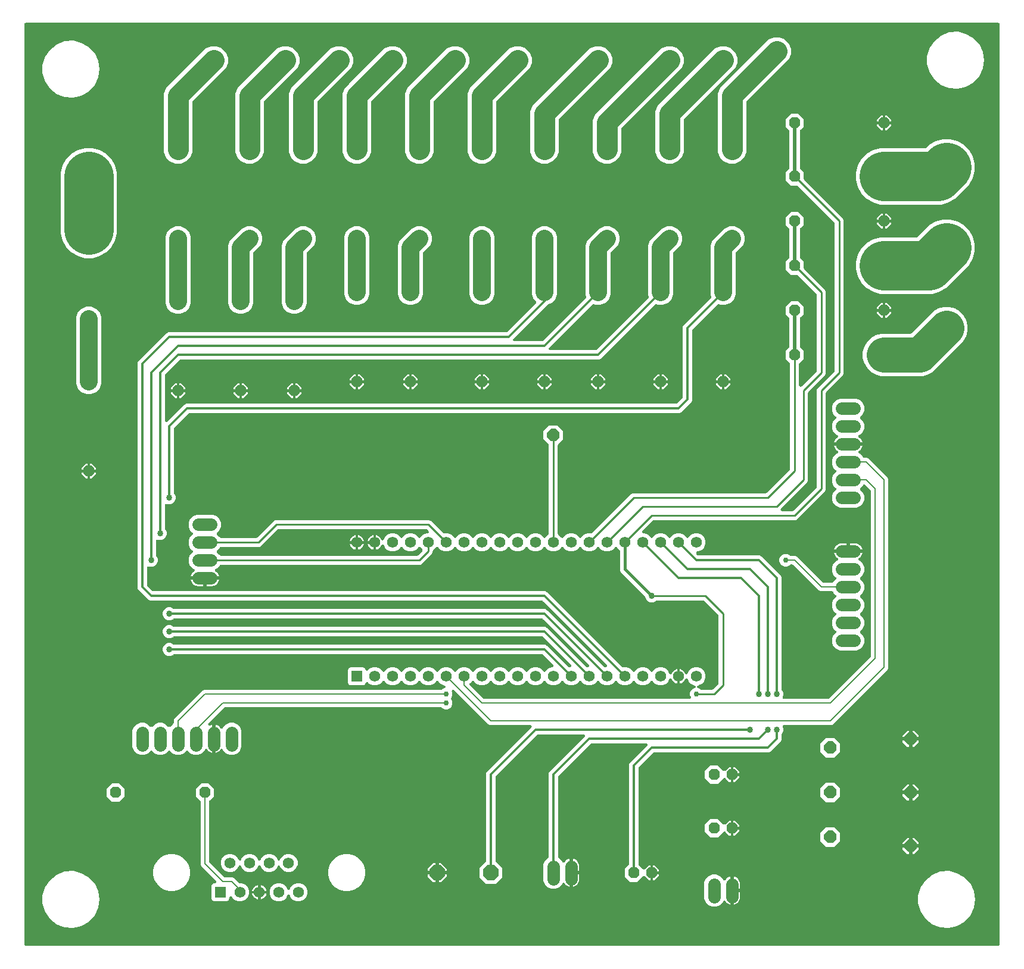
<source format=gbr>
G04 EAGLE Gerber RS-274X export*
G75*
%MOMM*%
%FSLAX34Y34*%
%LPD*%
%INBottom Copper*%
%IPPOS*%
%AMOC8*
5,1,8,0,0,1.08239X$1,22.5*%
G01*
%ADD10P,1.732040X8X202.500000*%
%ADD11P,1.924489X8X22.500000*%
%ADD12C,1.778000*%
%ADD13P,1.704548X8X22.500000*%
%ADD14P,1.704548X8X112.500000*%
%ADD15P,1.704548X8X202.500000*%
%ADD16P,2.336880X8X22.500000*%
%ADD17C,1.562000*%
%ADD18R,1.562000X1.562000*%
%ADD19C,5.000000*%
%ADD20C,7.000000*%
%ADD21C,3.000000*%
%ADD22C,0.152400*%
%ADD23C,0.200000*%
%ADD24C,0.254000*%
%ADD25C,2.500000*%
%ADD26C,0.304800*%
%ADD27C,0.856400*%
%ADD28C,0.508000*%
%ADD29C,0.406400*%
%ADD30C,0.756400*%

G36*
X1394226Y10163D02*
X1394226Y10163D01*
X1394244Y10161D01*
X1394426Y10182D01*
X1394609Y10201D01*
X1394626Y10206D01*
X1394643Y10208D01*
X1394818Y10265D01*
X1394994Y10319D01*
X1395009Y10327D01*
X1395026Y10333D01*
X1395186Y10423D01*
X1395348Y10511D01*
X1395361Y10522D01*
X1395377Y10531D01*
X1395516Y10651D01*
X1395657Y10768D01*
X1395668Y10782D01*
X1395682Y10794D01*
X1395794Y10939D01*
X1395909Y11082D01*
X1395917Y11098D01*
X1395928Y11112D01*
X1396010Y11277D01*
X1396095Y11439D01*
X1396100Y11456D01*
X1396108Y11472D01*
X1396155Y11651D01*
X1396206Y11826D01*
X1396208Y11844D01*
X1396212Y11861D01*
X1396239Y12192D01*
X1396239Y1321208D01*
X1396237Y1321226D01*
X1396239Y1321244D01*
X1396218Y1321426D01*
X1396199Y1321609D01*
X1396194Y1321626D01*
X1396192Y1321643D01*
X1396135Y1321818D01*
X1396081Y1321994D01*
X1396073Y1322009D01*
X1396067Y1322026D01*
X1395977Y1322186D01*
X1395889Y1322348D01*
X1395878Y1322361D01*
X1395869Y1322377D01*
X1395749Y1322516D01*
X1395632Y1322657D01*
X1395618Y1322668D01*
X1395606Y1322682D01*
X1395461Y1322794D01*
X1395318Y1322909D01*
X1395302Y1322917D01*
X1395288Y1322928D01*
X1395123Y1323010D01*
X1394961Y1323095D01*
X1394944Y1323100D01*
X1394928Y1323108D01*
X1394749Y1323155D01*
X1394574Y1323206D01*
X1394556Y1323208D01*
X1394539Y1323212D01*
X1394208Y1323239D01*
X12192Y1323239D01*
X12174Y1323237D01*
X12156Y1323239D01*
X11974Y1323218D01*
X11791Y1323199D01*
X11774Y1323194D01*
X11757Y1323192D01*
X11582Y1323135D01*
X11406Y1323081D01*
X11391Y1323073D01*
X11374Y1323067D01*
X11214Y1322977D01*
X11052Y1322889D01*
X11039Y1322878D01*
X11023Y1322869D01*
X10884Y1322749D01*
X10743Y1322632D01*
X10732Y1322618D01*
X10718Y1322606D01*
X10606Y1322461D01*
X10491Y1322318D01*
X10483Y1322302D01*
X10472Y1322288D01*
X10390Y1322123D01*
X10305Y1321961D01*
X10300Y1321944D01*
X10292Y1321928D01*
X10245Y1321749D01*
X10194Y1321574D01*
X10192Y1321556D01*
X10188Y1321539D01*
X10161Y1321208D01*
X10161Y12192D01*
X10163Y12174D01*
X10161Y12156D01*
X10182Y11974D01*
X10201Y11791D01*
X10206Y11774D01*
X10208Y11757D01*
X10265Y11582D01*
X10319Y11406D01*
X10327Y11391D01*
X10333Y11374D01*
X10423Y11214D01*
X10511Y11052D01*
X10522Y11039D01*
X10531Y11023D01*
X10651Y10884D01*
X10768Y10743D01*
X10782Y10732D01*
X10794Y10718D01*
X10939Y10606D01*
X11082Y10491D01*
X11098Y10483D01*
X11112Y10472D01*
X11277Y10390D01*
X11439Y10305D01*
X11456Y10300D01*
X11472Y10292D01*
X11651Y10245D01*
X11826Y10194D01*
X11844Y10192D01*
X11861Y10188D01*
X12192Y10161D01*
X1394208Y10161D01*
X1394226Y10163D01*
G37*
%LPC*%
G36*
X759221Y91439D02*
X759221Y91439D01*
X754086Y93566D01*
X750156Y97496D01*
X748029Y102631D01*
X748029Y125969D01*
X750156Y131104D01*
X754086Y135034D01*
X754141Y135057D01*
X754161Y135067D01*
X754182Y135074D01*
X754338Y135162D01*
X754496Y135247D01*
X754513Y135261D01*
X754533Y135272D01*
X754668Y135389D01*
X754807Y135503D01*
X754821Y135521D01*
X754838Y135535D01*
X754947Y135677D01*
X755060Y135816D01*
X755071Y135836D01*
X755084Y135853D01*
X755164Y136014D01*
X755247Y136172D01*
X755254Y136194D01*
X755264Y136214D01*
X755310Y136387D01*
X755360Y136559D01*
X755362Y136581D01*
X755368Y136603D01*
X755395Y136933D01*
X755395Y255314D01*
X756401Y257741D01*
X758544Y259885D01*
X806087Y307428D01*
X806093Y307435D01*
X806100Y307440D01*
X806220Y307590D01*
X806342Y307739D01*
X806346Y307747D01*
X806352Y307754D01*
X806441Y307925D01*
X806531Y308095D01*
X806533Y308103D01*
X806538Y308111D01*
X806591Y308297D01*
X806646Y308481D01*
X806647Y308490D01*
X806649Y308498D01*
X806665Y308690D01*
X806682Y308882D01*
X806681Y308891D01*
X806682Y308900D01*
X806660Y309089D01*
X806639Y309282D01*
X806636Y309291D01*
X806635Y309299D01*
X806576Y309481D01*
X806517Y309666D01*
X806513Y309674D01*
X806510Y309682D01*
X806415Y309851D01*
X806322Y310018D01*
X806317Y310025D01*
X806312Y310033D01*
X806187Y310178D01*
X806062Y310325D01*
X806055Y310331D01*
X806049Y310338D01*
X805898Y310455D01*
X805746Y310575D01*
X805738Y310579D01*
X805731Y310584D01*
X805559Y310670D01*
X805387Y310757D01*
X805378Y310760D01*
X805370Y310764D01*
X805184Y310814D01*
X804999Y310865D01*
X804990Y310866D01*
X804982Y310868D01*
X804651Y310895D01*
X740177Y310895D01*
X740151Y310893D01*
X740124Y310895D01*
X739950Y310873D01*
X739777Y310855D01*
X739751Y310848D01*
X739724Y310844D01*
X739559Y310789D01*
X739392Y310737D01*
X739368Y310724D01*
X739343Y310716D01*
X739191Y310629D01*
X739038Y310545D01*
X739017Y310528D01*
X738994Y310515D01*
X738741Y310300D01*
X680300Y251859D01*
X680283Y251838D01*
X680262Y251821D01*
X680155Y251683D01*
X680045Y251548D01*
X680032Y251524D01*
X680016Y251503D01*
X679938Y251346D01*
X679856Y251192D01*
X679848Y251166D01*
X679836Y251142D01*
X679791Y250973D01*
X679741Y250806D01*
X679739Y250779D01*
X679732Y250754D01*
X679705Y250423D01*
X679705Y130988D01*
X679707Y130962D01*
X679705Y130935D01*
X679727Y130761D01*
X679745Y130588D01*
X679752Y130562D01*
X679756Y130536D01*
X679811Y130370D01*
X679863Y130203D01*
X679876Y130179D01*
X679884Y130154D01*
X679971Y130002D01*
X680055Y129849D01*
X680072Y129828D01*
X680085Y129805D01*
X680300Y129552D01*
X688976Y120876D01*
X688976Y107724D01*
X679676Y98424D01*
X666524Y98424D01*
X657224Y107724D01*
X657224Y120876D01*
X665900Y129552D01*
X665917Y129573D01*
X665938Y129590D01*
X666045Y129728D01*
X666155Y129863D01*
X666168Y129887D01*
X666184Y129908D01*
X666262Y130065D01*
X666344Y130219D01*
X666352Y130245D01*
X666364Y130269D01*
X666409Y130438D01*
X666459Y130605D01*
X666461Y130632D01*
X666468Y130658D01*
X666495Y130988D01*
X666495Y255314D01*
X667501Y257741D01*
X669644Y259885D01*
X730649Y320890D01*
X730655Y320897D01*
X730662Y320902D01*
X730782Y321052D01*
X730904Y321201D01*
X730908Y321209D01*
X730914Y321216D01*
X731003Y321387D01*
X731093Y321557D01*
X731095Y321565D01*
X731100Y321573D01*
X731153Y321759D01*
X731208Y321943D01*
X731209Y321952D01*
X731211Y321960D01*
X731227Y322152D01*
X731244Y322344D01*
X731243Y322353D01*
X731244Y322362D01*
X731222Y322551D01*
X731201Y322744D01*
X731198Y322753D01*
X731197Y322761D01*
X731138Y322943D01*
X731079Y323128D01*
X731075Y323136D01*
X731072Y323144D01*
X730977Y323313D01*
X730884Y323480D01*
X730879Y323487D01*
X730874Y323495D01*
X730748Y323641D01*
X730624Y323787D01*
X730617Y323793D01*
X730611Y323800D01*
X730460Y323917D01*
X730308Y324037D01*
X730300Y324041D01*
X730293Y324046D01*
X730121Y324132D01*
X729949Y324219D01*
X729940Y324222D01*
X729932Y324226D01*
X729746Y324276D01*
X729561Y324327D01*
X729552Y324328D01*
X729544Y324330D01*
X729213Y324357D01*
X671938Y324357D01*
X669790Y325247D01*
X621079Y373958D01*
X621076Y373961D01*
X621073Y373964D01*
X620920Y374088D01*
X620768Y374213D01*
X620764Y374215D01*
X620760Y374218D01*
X620585Y374310D01*
X620412Y374402D01*
X620408Y374403D01*
X620404Y374405D01*
X620215Y374460D01*
X620026Y374516D01*
X620022Y374517D01*
X620017Y374518D01*
X619824Y374535D01*
X619625Y374553D01*
X619621Y374552D01*
X619616Y374553D01*
X619427Y374531D01*
X619225Y374509D01*
X619220Y374508D01*
X619216Y374508D01*
X619032Y374448D01*
X618841Y374388D01*
X618837Y374386D01*
X618833Y374384D01*
X618661Y374288D01*
X618489Y374193D01*
X618485Y374190D01*
X618481Y374188D01*
X618331Y374059D01*
X618182Y373933D01*
X618179Y373929D01*
X618176Y373926D01*
X618054Y373771D01*
X617932Y373617D01*
X617930Y373613D01*
X617927Y373609D01*
X617839Y373434D01*
X617750Y373258D01*
X617749Y373253D01*
X617747Y373249D01*
X617695Y373061D01*
X617642Y372870D01*
X617641Y372865D01*
X617640Y372861D01*
X617627Y372665D01*
X617612Y372468D01*
X617613Y372464D01*
X617613Y372459D01*
X617638Y372264D01*
X617663Y372069D01*
X617664Y372065D01*
X617665Y372060D01*
X617766Y371744D01*
X618463Y370063D01*
X618463Y366537D01*
X617094Y363233D01*
X617081Y363217D01*
X616965Y363075D01*
X616957Y363059D01*
X616946Y363045D01*
X616862Y362881D01*
X616776Y362719D01*
X616771Y362702D01*
X616763Y362686D01*
X616714Y362508D01*
X616662Y362333D01*
X616660Y362315D01*
X616655Y362298D01*
X616642Y362116D01*
X616625Y361932D01*
X616627Y361914D01*
X616626Y361896D01*
X616649Y361716D01*
X616669Y361532D01*
X616674Y361515D01*
X616676Y361497D01*
X616734Y361324D01*
X616790Y361148D01*
X616799Y361132D01*
X616805Y361115D01*
X616896Y360956D01*
X616985Y360796D01*
X616997Y360782D01*
X617006Y360767D01*
X617098Y360657D01*
X618463Y357363D01*
X618463Y353837D01*
X617113Y350580D01*
X614620Y348087D01*
X611363Y346737D01*
X607837Y346737D01*
X604580Y348087D01*
X603504Y349162D01*
X603483Y349179D01*
X603466Y349200D01*
X603328Y349307D01*
X603192Y349417D01*
X603169Y349430D01*
X603148Y349446D01*
X602991Y349524D01*
X602837Y349606D01*
X602811Y349614D01*
X602787Y349626D01*
X602618Y349671D01*
X602451Y349721D01*
X602424Y349723D01*
X602398Y349730D01*
X602068Y349757D01*
X295362Y349757D01*
X295335Y349755D01*
X295308Y349757D01*
X295134Y349735D01*
X294961Y349717D01*
X294935Y349710D01*
X294909Y349706D01*
X294743Y349651D01*
X294576Y349599D01*
X294552Y349586D01*
X294527Y349578D01*
X294375Y349491D01*
X294222Y349407D01*
X294201Y349390D01*
X294178Y349377D01*
X293925Y349162D01*
X271917Y327154D01*
X271863Y327089D01*
X271803Y327030D01*
X271736Y326933D01*
X271662Y326843D01*
X271622Y326768D01*
X271574Y326699D01*
X271528Y326591D01*
X271473Y326487D01*
X271449Y326406D01*
X271416Y326328D01*
X271392Y326214D01*
X271358Y326101D01*
X271351Y326017D01*
X271334Y325934D01*
X271333Y325817D01*
X271322Y325700D01*
X271331Y325616D01*
X271330Y325532D01*
X271353Y325417D01*
X271365Y325300D01*
X271391Y325219D01*
X271407Y325136D01*
X271451Y325028D01*
X271487Y324916D01*
X271528Y324842D01*
X271560Y324764D01*
X271625Y324666D01*
X271682Y324564D01*
X271736Y324499D01*
X271783Y324429D01*
X271866Y324346D01*
X271942Y324257D01*
X272008Y324204D01*
X272068Y324145D01*
X272166Y324080D01*
X272258Y324007D01*
X272333Y323969D01*
X272404Y323922D01*
X272512Y323878D01*
X272617Y323825D01*
X272698Y323802D01*
X272776Y323770D01*
X272892Y323748D01*
X273005Y323717D01*
X273089Y323710D01*
X273172Y323695D01*
X273289Y323696D01*
X273407Y323687D01*
X273490Y323698D01*
X273575Y323699D01*
X273689Y323723D01*
X273806Y323738D01*
X273886Y323764D01*
X273968Y323782D01*
X274106Y323838D01*
X274188Y323866D01*
X274224Y323887D01*
X274275Y323908D01*
X275012Y324283D01*
X276723Y324839D01*
X276861Y324861D01*
X276861Y305308D01*
X276862Y305290D01*
X276861Y305273D01*
X276882Y305090D01*
X276901Y304908D01*
X276906Y304891D01*
X276908Y304873D01*
X276933Y304795D01*
X276894Y304658D01*
X276892Y304640D01*
X276888Y304623D01*
X276861Y304292D01*
X276861Y284739D01*
X276723Y284761D01*
X275012Y285317D01*
X273409Y286134D01*
X271953Y287191D01*
X270681Y288463D01*
X269855Y289600D01*
X269741Y289729D01*
X269629Y289861D01*
X269607Y289879D01*
X269588Y289901D01*
X269450Y290004D01*
X269315Y290112D01*
X269289Y290125D01*
X269266Y290142D01*
X269111Y290217D01*
X268956Y290296D01*
X268929Y290304D01*
X268903Y290316D01*
X268735Y290359D01*
X268569Y290406D01*
X268540Y290408D01*
X268512Y290415D01*
X268340Y290423D01*
X268168Y290437D01*
X268139Y290433D01*
X268110Y290435D01*
X267939Y290409D01*
X267768Y290388D01*
X267741Y290379D01*
X267712Y290375D01*
X267549Y290316D01*
X267386Y290261D01*
X267361Y290247D01*
X267334Y290237D01*
X267186Y290147D01*
X267036Y290062D01*
X267014Y290043D01*
X266990Y290028D01*
X266862Y289911D01*
X266732Y289798D01*
X266715Y289775D01*
X266694Y289755D01*
X266592Y289615D01*
X266487Y289478D01*
X266472Y289450D01*
X266457Y289429D01*
X266422Y289352D01*
X266335Y289183D01*
X265844Y287996D01*
X261914Y284066D01*
X256779Y281939D01*
X251221Y281939D01*
X246086Y284066D01*
X242736Y287416D01*
X242723Y287427D01*
X242711Y287441D01*
X242567Y287555D01*
X242425Y287671D01*
X242409Y287680D01*
X242395Y287691D01*
X242231Y287774D01*
X242069Y287860D01*
X242052Y287865D01*
X242036Y287873D01*
X241859Y287922D01*
X241683Y287975D01*
X241665Y287976D01*
X241648Y287981D01*
X241465Y287994D01*
X241282Y288011D01*
X241264Y288009D01*
X241247Y288010D01*
X241065Y287987D01*
X240882Y287968D01*
X240865Y287962D01*
X240847Y287960D01*
X240674Y287902D01*
X240498Y287846D01*
X240482Y287837D01*
X240466Y287832D01*
X240306Y287740D01*
X240146Y287651D01*
X240132Y287640D01*
X240117Y287631D01*
X239864Y287416D01*
X236514Y284066D01*
X231379Y281939D01*
X225821Y281939D01*
X220686Y284066D01*
X217336Y287416D01*
X217323Y287427D01*
X217311Y287441D01*
X217167Y287555D01*
X217025Y287671D01*
X217009Y287680D01*
X216995Y287691D01*
X216831Y287774D01*
X216669Y287860D01*
X216652Y287865D01*
X216636Y287873D01*
X216459Y287922D01*
X216283Y287975D01*
X216265Y287976D01*
X216248Y287981D01*
X216065Y287994D01*
X215882Y288011D01*
X215864Y288009D01*
X215847Y288010D01*
X215665Y287987D01*
X215482Y287968D01*
X215465Y287962D01*
X215447Y287960D01*
X215274Y287902D01*
X215098Y287846D01*
X215082Y287837D01*
X215066Y287832D01*
X214906Y287740D01*
X214746Y287651D01*
X214732Y287640D01*
X214717Y287631D01*
X214464Y287416D01*
X211114Y284066D01*
X205979Y281939D01*
X200421Y281939D01*
X195286Y284066D01*
X191936Y287416D01*
X191923Y287427D01*
X191911Y287441D01*
X191767Y287555D01*
X191625Y287671D01*
X191609Y287680D01*
X191595Y287691D01*
X191431Y287774D01*
X191269Y287860D01*
X191252Y287865D01*
X191236Y287873D01*
X191059Y287922D01*
X190883Y287975D01*
X190865Y287976D01*
X190848Y287981D01*
X190665Y287994D01*
X190482Y288011D01*
X190464Y288009D01*
X190447Y288010D01*
X190265Y287987D01*
X190082Y287968D01*
X190065Y287962D01*
X190047Y287960D01*
X189874Y287902D01*
X189698Y287846D01*
X189682Y287837D01*
X189666Y287832D01*
X189506Y287740D01*
X189346Y287651D01*
X189332Y287640D01*
X189317Y287631D01*
X189064Y287416D01*
X185714Y284066D01*
X180579Y281939D01*
X175021Y281939D01*
X169886Y284066D01*
X165956Y287996D01*
X163829Y293131D01*
X163829Y316469D01*
X165956Y321604D01*
X169886Y325534D01*
X175021Y327661D01*
X180579Y327661D01*
X185714Y325534D01*
X189064Y322184D01*
X189078Y322173D01*
X189089Y322159D01*
X189233Y322045D01*
X189375Y321929D01*
X189391Y321920D01*
X189405Y321909D01*
X189569Y321826D01*
X189731Y321740D01*
X189748Y321735D01*
X189764Y321727D01*
X189941Y321678D01*
X190117Y321625D01*
X190135Y321624D01*
X190152Y321619D01*
X190335Y321606D01*
X190518Y321589D01*
X190536Y321591D01*
X190553Y321590D01*
X190735Y321613D01*
X190918Y321632D01*
X190935Y321638D01*
X190953Y321640D01*
X191127Y321698D01*
X191302Y321754D01*
X191318Y321763D01*
X191334Y321768D01*
X191494Y321860D01*
X191654Y321949D01*
X191668Y321960D01*
X191683Y321969D01*
X191936Y322184D01*
X195286Y325534D01*
X200421Y327661D01*
X205979Y327661D01*
X211114Y325534D01*
X214464Y322184D01*
X214478Y322173D01*
X214489Y322159D01*
X214633Y322045D01*
X214775Y321929D01*
X214791Y321920D01*
X214805Y321909D01*
X214969Y321826D01*
X215131Y321740D01*
X215148Y321735D01*
X215164Y321727D01*
X215341Y321678D01*
X215517Y321625D01*
X215535Y321624D01*
X215552Y321619D01*
X215735Y321606D01*
X215918Y321589D01*
X215936Y321591D01*
X215953Y321590D01*
X216135Y321613D01*
X216318Y321632D01*
X216335Y321638D01*
X216353Y321640D01*
X216527Y321698D01*
X216702Y321754D01*
X216718Y321763D01*
X216734Y321768D01*
X216894Y321860D01*
X217054Y321949D01*
X217068Y321960D01*
X217083Y321969D01*
X217336Y322184D01*
X220686Y325534D01*
X221265Y325774D01*
X221285Y325784D01*
X221306Y325791D01*
X221463Y325880D01*
X221620Y325964D01*
X221637Y325978D01*
X221657Y325989D01*
X221793Y326106D01*
X221931Y326220D01*
X221945Y326238D01*
X221962Y326252D01*
X222071Y326394D01*
X222184Y326533D01*
X222195Y326553D01*
X222208Y326570D01*
X222288Y326731D01*
X222371Y326889D01*
X222378Y326911D01*
X222388Y326931D01*
X222434Y327103D01*
X222484Y327276D01*
X222486Y327298D01*
X222492Y327320D01*
X222519Y327650D01*
X222519Y331410D01*
X223445Y333644D01*
X263256Y373455D01*
X265490Y374381D01*
X293310Y374381D01*
X293511Y374297D01*
X293541Y374288D01*
X293569Y374274D01*
X293734Y374230D01*
X293896Y374181D01*
X293927Y374178D01*
X293957Y374170D01*
X294288Y374143D01*
X602068Y374143D01*
X602094Y374145D01*
X602121Y374143D01*
X602295Y374165D01*
X602468Y374183D01*
X602494Y374190D01*
X602520Y374194D01*
X602686Y374249D01*
X602853Y374301D01*
X602877Y374314D01*
X602902Y374322D01*
X603054Y374409D01*
X603207Y374493D01*
X603228Y374510D01*
X603251Y374523D01*
X603504Y374738D01*
X604580Y375813D01*
X607308Y376943D01*
X607316Y376948D01*
X607324Y376950D01*
X607492Y377042D01*
X607663Y377134D01*
X607670Y377139D01*
X607677Y377144D01*
X607824Y377267D01*
X607973Y377390D01*
X607979Y377397D01*
X607985Y377403D01*
X608105Y377553D01*
X608227Y377703D01*
X608231Y377711D01*
X608236Y377718D01*
X608324Y377888D01*
X608414Y378059D01*
X608416Y378068D01*
X608420Y378076D01*
X608472Y378260D01*
X608527Y378446D01*
X608528Y378455D01*
X608530Y378463D01*
X608545Y378653D01*
X608561Y378847D01*
X608560Y378856D01*
X608561Y378864D01*
X608538Y379054D01*
X608516Y379247D01*
X608514Y379255D01*
X608512Y379264D01*
X608452Y379446D01*
X608393Y379630D01*
X608389Y379638D01*
X608386Y379646D01*
X608291Y379814D01*
X608197Y379982D01*
X608191Y379988D01*
X608187Y379996D01*
X608061Y380140D01*
X607935Y380287D01*
X607928Y380293D01*
X607922Y380300D01*
X607769Y380417D01*
X607618Y380536D01*
X607610Y380540D01*
X607603Y380545D01*
X607308Y380697D01*
X602298Y382772D01*
X598605Y386464D01*
X598586Y386500D01*
X598581Y386507D01*
X598576Y386515D01*
X598451Y386663D01*
X598330Y386810D01*
X598323Y386816D01*
X598317Y386823D01*
X598167Y386942D01*
X598017Y387064D01*
X598009Y387068D01*
X598002Y387074D01*
X597832Y387161D01*
X597661Y387251D01*
X597652Y387253D01*
X597644Y387258D01*
X597459Y387310D01*
X597274Y387364D01*
X597265Y387365D01*
X597256Y387367D01*
X597065Y387382D01*
X596873Y387399D01*
X596864Y387398D01*
X596855Y387398D01*
X596665Y387375D01*
X596473Y387353D01*
X596464Y387351D01*
X596455Y387350D01*
X596275Y387290D01*
X596090Y387230D01*
X596082Y387226D01*
X596073Y387223D01*
X595906Y387127D01*
X595738Y387034D01*
X595732Y387028D01*
X595724Y387023D01*
X595579Y386897D01*
X595433Y386772D01*
X595427Y386765D01*
X595420Y386759D01*
X595303Y386607D01*
X595184Y386455D01*
X595183Y386453D01*
X591502Y382772D01*
X586764Y380809D01*
X581636Y380809D01*
X576898Y382772D01*
X573205Y386464D01*
X573186Y386500D01*
X573181Y386507D01*
X573176Y386515D01*
X573051Y386663D01*
X572930Y386810D01*
X572923Y386816D01*
X572917Y386823D01*
X572767Y386942D01*
X572617Y387064D01*
X572609Y387068D01*
X572602Y387074D01*
X572432Y387161D01*
X572261Y387251D01*
X572252Y387253D01*
X572244Y387258D01*
X572059Y387310D01*
X571874Y387364D01*
X571865Y387365D01*
X571856Y387367D01*
X571665Y387382D01*
X571473Y387399D01*
X571464Y387398D01*
X571455Y387398D01*
X571265Y387375D01*
X571073Y387353D01*
X571064Y387351D01*
X571055Y387350D01*
X570875Y387290D01*
X570690Y387230D01*
X570682Y387226D01*
X570673Y387223D01*
X570506Y387127D01*
X570338Y387034D01*
X570332Y387028D01*
X570324Y387023D01*
X570179Y386897D01*
X570033Y386772D01*
X570027Y386765D01*
X570020Y386759D01*
X569903Y386607D01*
X569784Y386455D01*
X569783Y386453D01*
X566102Y382772D01*
X561364Y380809D01*
X556236Y380809D01*
X551498Y382772D01*
X547805Y386464D01*
X547786Y386500D01*
X547781Y386507D01*
X547776Y386515D01*
X547651Y386663D01*
X547530Y386810D01*
X547523Y386816D01*
X547517Y386823D01*
X547367Y386942D01*
X547217Y387064D01*
X547209Y387068D01*
X547202Y387074D01*
X547032Y387161D01*
X546861Y387251D01*
X546852Y387253D01*
X546844Y387258D01*
X546659Y387310D01*
X546474Y387364D01*
X546465Y387365D01*
X546456Y387367D01*
X546265Y387382D01*
X546073Y387399D01*
X546064Y387398D01*
X546055Y387398D01*
X545865Y387375D01*
X545673Y387353D01*
X545664Y387351D01*
X545655Y387350D01*
X545475Y387290D01*
X545290Y387230D01*
X545282Y387226D01*
X545273Y387223D01*
X545106Y387127D01*
X544938Y387034D01*
X544932Y387028D01*
X544924Y387023D01*
X544779Y386897D01*
X544633Y386772D01*
X544627Y386765D01*
X544620Y386759D01*
X544503Y386607D01*
X544384Y386455D01*
X544383Y386453D01*
X540702Y382772D01*
X535964Y380809D01*
X530836Y380809D01*
X526098Y382772D01*
X522406Y386464D01*
X522387Y386499D01*
X522381Y386506D01*
X522376Y386514D01*
X522252Y386662D01*
X522130Y386810D01*
X522123Y386816D01*
X522117Y386823D01*
X521967Y386943D01*
X521818Y387064D01*
X521810Y387068D01*
X521802Y387074D01*
X521631Y387162D01*
X521461Y387251D01*
X521453Y387253D01*
X521444Y387258D01*
X521260Y387310D01*
X521075Y387364D01*
X521066Y387365D01*
X521057Y387367D01*
X520868Y387382D01*
X520674Y387399D01*
X520665Y387398D01*
X520656Y387398D01*
X520467Y387375D01*
X520274Y387354D01*
X520265Y387351D01*
X520256Y387350D01*
X520075Y387290D01*
X519890Y387230D01*
X519882Y387226D01*
X519874Y387223D01*
X519707Y387128D01*
X519539Y387034D01*
X519532Y387028D01*
X519524Y387024D01*
X519380Y386898D01*
X519233Y386772D01*
X519227Y386765D01*
X519220Y386759D01*
X519104Y386608D01*
X518985Y386455D01*
X518984Y386453D01*
X515302Y382772D01*
X510564Y380809D01*
X505436Y380809D01*
X500698Y382772D01*
X498548Y384922D01*
X498538Y384930D01*
X498529Y384940D01*
X498382Y385058D01*
X498237Y385177D01*
X498225Y385183D01*
X498214Y385191D01*
X498046Y385278D01*
X497881Y385365D01*
X497868Y385369D01*
X497856Y385375D01*
X497674Y385427D01*
X497495Y385480D01*
X497482Y385481D01*
X497469Y385485D01*
X497282Y385499D01*
X497094Y385516D01*
X497081Y385515D01*
X497067Y385516D01*
X496883Y385494D01*
X496694Y385473D01*
X496681Y385469D01*
X496668Y385467D01*
X496490Y385409D01*
X496310Y385352D01*
X496298Y385345D01*
X496286Y385341D01*
X496122Y385248D01*
X495958Y385157D01*
X495947Y385148D01*
X495936Y385141D01*
X495794Y385018D01*
X495651Y384896D01*
X495642Y384886D01*
X495632Y384877D01*
X495518Y384728D01*
X495401Y384580D01*
X495395Y384568D01*
X495387Y384558D01*
X495235Y384263D01*
X494717Y383012D01*
X493288Y381583D01*
X491421Y380809D01*
X473779Y380809D01*
X471912Y381583D01*
X470483Y383012D01*
X469709Y384879D01*
X469709Y402521D01*
X470483Y404388D01*
X471912Y405817D01*
X473779Y406591D01*
X491421Y406591D01*
X493288Y405817D01*
X494717Y404388D01*
X495235Y403137D01*
X495242Y403126D01*
X495246Y403113D01*
X495336Y402948D01*
X495425Y402783D01*
X495434Y402772D01*
X495440Y402761D01*
X495562Y402617D01*
X495682Y402472D01*
X495692Y402464D01*
X495701Y402454D01*
X495848Y402337D01*
X495994Y402218D01*
X496006Y402212D01*
X496017Y402204D01*
X496184Y402119D01*
X496351Y402031D01*
X496364Y402028D01*
X496376Y402022D01*
X496557Y401971D01*
X496737Y401918D01*
X496751Y401917D01*
X496764Y401914D01*
X496952Y401900D01*
X497138Y401884D01*
X497152Y401885D01*
X497165Y401884D01*
X497353Y401908D01*
X497539Y401929D01*
X497551Y401933D01*
X497565Y401935D01*
X497743Y401994D01*
X497922Y402052D01*
X497934Y402059D01*
X497946Y402063D01*
X498110Y402157D01*
X498273Y402248D01*
X498284Y402257D01*
X498295Y402264D01*
X498548Y402478D01*
X500698Y404628D01*
X505436Y406591D01*
X510564Y406591D01*
X515302Y404628D01*
X518995Y400936D01*
X519014Y400900D01*
X519019Y400893D01*
X519024Y400885D01*
X519149Y400737D01*
X519270Y400590D01*
X519277Y400584D01*
X519283Y400577D01*
X519433Y400458D01*
X519583Y400336D01*
X519591Y400332D01*
X519598Y400326D01*
X519768Y400239D01*
X519939Y400149D01*
X519948Y400147D01*
X519956Y400142D01*
X520141Y400090D01*
X520326Y400036D01*
X520335Y400035D01*
X520344Y400033D01*
X520535Y400018D01*
X520727Y400001D01*
X520736Y400002D01*
X520745Y400002D01*
X520935Y400025D01*
X521127Y400047D01*
X521136Y400049D01*
X521145Y400050D01*
X521325Y400110D01*
X521510Y400170D01*
X521518Y400174D01*
X521527Y400177D01*
X521693Y400272D01*
X521862Y400366D01*
X521868Y400372D01*
X521876Y400377D01*
X522021Y400503D01*
X522167Y400628D01*
X522173Y400635D01*
X522180Y400641D01*
X522297Y400793D01*
X522416Y400945D01*
X522417Y400947D01*
X526098Y404628D01*
X530836Y406591D01*
X535964Y406591D01*
X540702Y404628D01*
X544394Y400936D01*
X544413Y400901D01*
X544419Y400894D01*
X544424Y400886D01*
X544548Y400738D01*
X544670Y400590D01*
X544677Y400584D01*
X544683Y400577D01*
X544833Y400457D01*
X544982Y400336D01*
X544990Y400332D01*
X544998Y400326D01*
X545169Y400238D01*
X545339Y400149D01*
X545347Y400147D01*
X545356Y400142D01*
X545540Y400090D01*
X545725Y400036D01*
X545734Y400035D01*
X545743Y400033D01*
X545932Y400018D01*
X546126Y400001D01*
X546135Y400002D01*
X546144Y400002D01*
X546333Y400025D01*
X546526Y400046D01*
X546535Y400049D01*
X546544Y400050D01*
X546725Y400110D01*
X546910Y400170D01*
X546918Y400174D01*
X546926Y400177D01*
X547093Y400272D01*
X547261Y400366D01*
X547268Y400372D01*
X547276Y400376D01*
X547420Y400501D01*
X547567Y400628D01*
X547573Y400635D01*
X547580Y400641D01*
X547696Y400792D01*
X547815Y400945D01*
X547816Y400947D01*
X551498Y404628D01*
X556236Y406591D01*
X561364Y406591D01*
X566102Y404628D01*
X569794Y400936D01*
X569813Y400901D01*
X569819Y400894D01*
X569824Y400886D01*
X569948Y400738D01*
X570070Y400590D01*
X570077Y400584D01*
X570083Y400577D01*
X570233Y400457D01*
X570382Y400336D01*
X570390Y400332D01*
X570398Y400326D01*
X570569Y400238D01*
X570739Y400149D01*
X570747Y400147D01*
X570756Y400142D01*
X570940Y400090D01*
X571125Y400036D01*
X571134Y400035D01*
X571143Y400033D01*
X571332Y400018D01*
X571526Y400001D01*
X571535Y400002D01*
X571544Y400002D01*
X571733Y400025D01*
X571926Y400046D01*
X571935Y400049D01*
X571944Y400050D01*
X572125Y400110D01*
X572310Y400170D01*
X572318Y400174D01*
X572326Y400177D01*
X572493Y400272D01*
X572661Y400366D01*
X572668Y400372D01*
X572676Y400376D01*
X572820Y400501D01*
X572967Y400628D01*
X572973Y400635D01*
X572980Y400641D01*
X573096Y400792D01*
X573215Y400945D01*
X573216Y400947D01*
X576898Y404628D01*
X581636Y406591D01*
X586764Y406591D01*
X591502Y404628D01*
X595194Y400936D01*
X595213Y400901D01*
X595219Y400894D01*
X595224Y400886D01*
X595348Y400738D01*
X595470Y400590D01*
X595477Y400584D01*
X595483Y400577D01*
X595633Y400457D01*
X595782Y400336D01*
X595790Y400332D01*
X595798Y400326D01*
X595969Y400238D01*
X596139Y400149D01*
X596147Y400147D01*
X596156Y400142D01*
X596340Y400090D01*
X596525Y400036D01*
X596534Y400035D01*
X596543Y400033D01*
X596732Y400018D01*
X596926Y400001D01*
X596935Y400002D01*
X596944Y400002D01*
X597133Y400025D01*
X597326Y400046D01*
X597335Y400049D01*
X597344Y400050D01*
X597525Y400110D01*
X597710Y400170D01*
X597718Y400174D01*
X597726Y400177D01*
X597893Y400272D01*
X598061Y400366D01*
X598068Y400372D01*
X598076Y400376D01*
X598220Y400501D01*
X598367Y400628D01*
X598373Y400635D01*
X598380Y400641D01*
X598496Y400792D01*
X598615Y400945D01*
X598616Y400947D01*
X602298Y404628D01*
X607036Y406591D01*
X612164Y406591D01*
X616902Y404628D01*
X620594Y400936D01*
X620613Y400901D01*
X620619Y400894D01*
X620624Y400886D01*
X620748Y400738D01*
X620870Y400590D01*
X620877Y400584D01*
X620883Y400577D01*
X621033Y400457D01*
X621182Y400336D01*
X621190Y400332D01*
X621198Y400326D01*
X621369Y400238D01*
X621539Y400149D01*
X621547Y400147D01*
X621556Y400142D01*
X621740Y400090D01*
X621925Y400036D01*
X621934Y400035D01*
X621943Y400033D01*
X622132Y400018D01*
X622326Y400001D01*
X622335Y400002D01*
X622344Y400002D01*
X622533Y400025D01*
X622726Y400046D01*
X622735Y400049D01*
X622744Y400050D01*
X622925Y400110D01*
X623110Y400170D01*
X623118Y400174D01*
X623126Y400177D01*
X623293Y400272D01*
X623461Y400366D01*
X623468Y400372D01*
X623476Y400376D01*
X623620Y400501D01*
X623767Y400628D01*
X623773Y400635D01*
X623780Y400641D01*
X623896Y400792D01*
X624015Y400945D01*
X624016Y400947D01*
X627698Y404628D01*
X632436Y406591D01*
X637564Y406591D01*
X642302Y404628D01*
X645994Y400936D01*
X646013Y400901D01*
X646019Y400894D01*
X646023Y400886D01*
X646147Y400739D01*
X646270Y400590D01*
X646277Y400584D01*
X646283Y400578D01*
X646434Y400457D01*
X646582Y400336D01*
X646590Y400332D01*
X646597Y400327D01*
X646768Y400239D01*
X646939Y400149D01*
X646948Y400147D01*
X646955Y400143D01*
X647139Y400091D01*
X647325Y400036D01*
X647334Y400035D01*
X647343Y400033D01*
X647534Y400018D01*
X647726Y400001D01*
X647735Y400002D01*
X647744Y400002D01*
X647937Y400025D01*
X648126Y400047D01*
X648135Y400049D01*
X648144Y400050D01*
X648329Y400112D01*
X648510Y400170D01*
X648518Y400174D01*
X648526Y400177D01*
X648694Y400273D01*
X648861Y400366D01*
X648868Y400372D01*
X648876Y400376D01*
X649022Y400504D01*
X649167Y400628D01*
X649173Y400635D01*
X649179Y400641D01*
X649296Y400793D01*
X649415Y400945D01*
X649416Y400947D01*
X653098Y404628D01*
X657836Y406591D01*
X662964Y406591D01*
X667702Y404628D01*
X671394Y400936D01*
X671413Y400901D01*
X671419Y400894D01*
X671423Y400886D01*
X671547Y400739D01*
X671670Y400590D01*
X671677Y400584D01*
X671683Y400578D01*
X671834Y400457D01*
X671982Y400336D01*
X671990Y400332D01*
X671997Y400327D01*
X672168Y400239D01*
X672339Y400149D01*
X672348Y400147D01*
X672355Y400143D01*
X672539Y400091D01*
X672725Y400036D01*
X672734Y400035D01*
X672743Y400033D01*
X672934Y400018D01*
X673126Y400001D01*
X673135Y400002D01*
X673144Y400002D01*
X673337Y400025D01*
X673526Y400047D01*
X673535Y400049D01*
X673544Y400050D01*
X673729Y400112D01*
X673910Y400170D01*
X673918Y400174D01*
X673926Y400177D01*
X674094Y400273D01*
X674261Y400366D01*
X674268Y400372D01*
X674276Y400376D01*
X674422Y400504D01*
X674567Y400628D01*
X674573Y400635D01*
X674579Y400641D01*
X674696Y400793D01*
X674815Y400945D01*
X674816Y400947D01*
X678498Y404628D01*
X683236Y406591D01*
X688364Y406591D01*
X693102Y404628D01*
X696794Y400936D01*
X696813Y400901D01*
X696819Y400894D01*
X696823Y400886D01*
X696947Y400739D01*
X697070Y400590D01*
X697077Y400584D01*
X697083Y400578D01*
X697234Y400457D01*
X697382Y400336D01*
X697390Y400332D01*
X697397Y400327D01*
X697568Y400239D01*
X697739Y400149D01*
X697748Y400147D01*
X697755Y400143D01*
X697939Y400091D01*
X698125Y400036D01*
X698134Y400035D01*
X698143Y400033D01*
X698334Y400018D01*
X698526Y400001D01*
X698535Y400002D01*
X698544Y400002D01*
X698737Y400025D01*
X698926Y400047D01*
X698935Y400049D01*
X698944Y400050D01*
X699129Y400112D01*
X699310Y400170D01*
X699318Y400174D01*
X699326Y400177D01*
X699494Y400273D01*
X699661Y400366D01*
X699668Y400372D01*
X699676Y400376D01*
X699822Y400504D01*
X699967Y400628D01*
X699973Y400635D01*
X699979Y400641D01*
X700096Y400793D01*
X700215Y400945D01*
X700216Y400947D01*
X703898Y404628D01*
X708636Y406591D01*
X713764Y406591D01*
X718502Y404628D01*
X722194Y400936D01*
X722213Y400901D01*
X722219Y400894D01*
X722223Y400886D01*
X722347Y400739D01*
X722470Y400590D01*
X722477Y400584D01*
X722483Y400578D01*
X722634Y400457D01*
X722782Y400336D01*
X722790Y400332D01*
X722797Y400327D01*
X722968Y400239D01*
X723139Y400149D01*
X723148Y400147D01*
X723155Y400143D01*
X723339Y400091D01*
X723525Y400036D01*
X723534Y400035D01*
X723543Y400033D01*
X723734Y400018D01*
X723926Y400001D01*
X723935Y400002D01*
X723944Y400002D01*
X724137Y400025D01*
X724326Y400047D01*
X724335Y400049D01*
X724344Y400050D01*
X724529Y400112D01*
X724710Y400170D01*
X724718Y400174D01*
X724726Y400177D01*
X724894Y400273D01*
X725061Y400366D01*
X725068Y400372D01*
X725076Y400376D01*
X725222Y400504D01*
X725367Y400628D01*
X725373Y400635D01*
X725379Y400641D01*
X725496Y400793D01*
X725615Y400945D01*
X725616Y400947D01*
X729298Y404628D01*
X734036Y406591D01*
X739164Y406591D01*
X743902Y404628D01*
X747594Y400936D01*
X747613Y400901D01*
X747619Y400894D01*
X747623Y400886D01*
X747747Y400739D01*
X747870Y400590D01*
X747877Y400584D01*
X747883Y400578D01*
X748034Y400457D01*
X748182Y400336D01*
X748190Y400332D01*
X748197Y400327D01*
X748368Y400239D01*
X748539Y400149D01*
X748548Y400147D01*
X748555Y400143D01*
X748739Y400091D01*
X748925Y400036D01*
X748934Y400035D01*
X748943Y400033D01*
X749134Y400018D01*
X749326Y400001D01*
X749335Y400002D01*
X749344Y400002D01*
X749537Y400025D01*
X749726Y400047D01*
X749735Y400049D01*
X749744Y400050D01*
X749929Y400112D01*
X750110Y400170D01*
X750118Y400174D01*
X750126Y400177D01*
X750294Y400273D01*
X750461Y400366D01*
X750468Y400372D01*
X750476Y400376D01*
X750622Y400504D01*
X750767Y400628D01*
X750773Y400635D01*
X750779Y400641D01*
X750896Y400793D01*
X751015Y400945D01*
X751016Y400947D01*
X754698Y404628D01*
X759436Y406591D01*
X760265Y406591D01*
X760274Y406592D01*
X760283Y406591D01*
X760476Y406612D01*
X760666Y406631D01*
X760674Y406633D01*
X760683Y406634D01*
X760866Y406692D01*
X761050Y406749D01*
X761058Y406753D01*
X761067Y406756D01*
X761234Y406848D01*
X761404Y406941D01*
X761411Y406946D01*
X761419Y406951D01*
X761566Y407075D01*
X761714Y407198D01*
X761719Y407205D01*
X761726Y407211D01*
X761846Y407363D01*
X761966Y407512D01*
X761970Y407520D01*
X761976Y407527D01*
X762064Y407700D01*
X762152Y407869D01*
X762154Y407878D01*
X762158Y407886D01*
X762210Y408072D01*
X762263Y408256D01*
X762264Y408265D01*
X762266Y408274D01*
X762280Y408467D01*
X762296Y408658D01*
X762295Y408666D01*
X762295Y408675D01*
X762271Y408868D01*
X762249Y409057D01*
X762246Y409066D01*
X762245Y409075D01*
X762184Y409258D01*
X762124Y409440D01*
X762120Y409448D01*
X762117Y409456D01*
X762021Y409623D01*
X761926Y409791D01*
X761920Y409798D01*
X761916Y409805D01*
X761701Y410058D01*
X747159Y424600D01*
X747138Y424617D01*
X747121Y424638D01*
X746983Y424745D01*
X746848Y424855D01*
X746824Y424868D01*
X746803Y424884D01*
X746646Y424962D01*
X746492Y425044D01*
X746466Y425052D01*
X746442Y425064D01*
X746273Y425109D01*
X746106Y425159D01*
X746079Y425161D01*
X746054Y425168D01*
X745723Y425195D01*
X223378Y425195D01*
X223351Y425193D01*
X223324Y425195D01*
X223150Y425173D01*
X222977Y425155D01*
X222951Y425148D01*
X222925Y425144D01*
X222759Y425089D01*
X222592Y425037D01*
X222568Y425024D01*
X222543Y425016D01*
X222391Y424929D01*
X222238Y424845D01*
X222218Y424828D01*
X222194Y424815D01*
X221941Y424600D01*
X221204Y423863D01*
X217762Y422437D01*
X214038Y422437D01*
X210596Y423863D01*
X207963Y426496D01*
X206537Y429938D01*
X206537Y433662D01*
X207963Y437104D01*
X210596Y439737D01*
X214038Y441163D01*
X217762Y441163D01*
X221204Y439737D01*
X221941Y439000D01*
X221962Y438983D01*
X221979Y438962D01*
X222117Y438855D01*
X222253Y438745D01*
X222276Y438732D01*
X222298Y438716D01*
X222454Y438638D01*
X222608Y438556D01*
X222634Y438548D01*
X222658Y438536D01*
X222827Y438491D01*
X222994Y438441D01*
X223021Y438439D01*
X223047Y438432D01*
X223378Y438405D01*
X750614Y438405D01*
X753041Y437399D01*
X783255Y407186D01*
X783276Y407169D01*
X783293Y407148D01*
X783431Y407041D01*
X783566Y406931D01*
X783590Y406918D01*
X783611Y406902D01*
X783768Y406824D01*
X783922Y406742D01*
X783948Y406734D01*
X783972Y406722D01*
X784141Y406677D01*
X784308Y406627D01*
X784335Y406625D01*
X784360Y406618D01*
X784691Y406591D01*
X785665Y406591D01*
X785674Y406592D01*
X785683Y406591D01*
X785876Y406612D01*
X786066Y406631D01*
X786074Y406633D01*
X786083Y406634D01*
X786267Y406693D01*
X786450Y406749D01*
X786458Y406753D01*
X786467Y406756D01*
X786635Y406849D01*
X786804Y406941D01*
X786811Y406946D01*
X786819Y406951D01*
X786966Y407075D01*
X787114Y407198D01*
X787119Y407205D01*
X787126Y407211D01*
X787246Y407363D01*
X787366Y407512D01*
X787370Y407520D01*
X787376Y407527D01*
X787464Y407700D01*
X787552Y407869D01*
X787554Y407878D01*
X787558Y407886D01*
X787610Y408072D01*
X787663Y408256D01*
X787664Y408265D01*
X787666Y408274D01*
X787680Y408467D01*
X787696Y408658D01*
X787695Y408666D01*
X787695Y408675D01*
X787671Y408868D01*
X787649Y409057D01*
X787646Y409066D01*
X787645Y409075D01*
X787584Y409257D01*
X787524Y409440D01*
X787520Y409448D01*
X787517Y409456D01*
X787421Y409623D01*
X787326Y409791D01*
X787320Y409798D01*
X787316Y409805D01*
X787101Y410058D01*
X747159Y450000D01*
X747138Y450017D01*
X747121Y450038D01*
X746983Y450145D01*
X746848Y450255D01*
X746824Y450268D01*
X746803Y450284D01*
X746646Y450362D01*
X746492Y450444D01*
X746466Y450452D01*
X746442Y450464D01*
X746273Y450509D01*
X746106Y450559D01*
X746079Y450561D01*
X746054Y450568D01*
X745723Y450595D01*
X223378Y450595D01*
X223351Y450593D01*
X223324Y450595D01*
X223150Y450573D01*
X222977Y450555D01*
X222951Y450548D01*
X222925Y450544D01*
X222759Y450489D01*
X222592Y450437D01*
X222568Y450424D01*
X222543Y450416D01*
X222391Y450329D01*
X222238Y450245D01*
X222218Y450228D01*
X222194Y450215D01*
X221941Y450000D01*
X221204Y449263D01*
X217762Y447837D01*
X214038Y447837D01*
X210596Y449263D01*
X207963Y451896D01*
X206537Y455338D01*
X206537Y459062D01*
X207963Y462504D01*
X210596Y465137D01*
X214038Y466563D01*
X217762Y466563D01*
X221204Y465137D01*
X221941Y464400D01*
X221962Y464383D01*
X221979Y464362D01*
X222117Y464255D01*
X222253Y464145D01*
X222276Y464132D01*
X222298Y464116D01*
X222454Y464038D01*
X222608Y463956D01*
X222634Y463948D01*
X222658Y463936D01*
X222827Y463891D01*
X222994Y463841D01*
X223021Y463839D01*
X223047Y463832D01*
X223378Y463805D01*
X750614Y463805D01*
X753041Y462799D01*
X755185Y460656D01*
X808655Y407186D01*
X808676Y407169D01*
X808693Y407148D01*
X808831Y407041D01*
X808966Y406931D01*
X808990Y406918D01*
X809011Y406902D01*
X809168Y406824D01*
X809322Y406742D01*
X809348Y406734D01*
X809372Y406722D01*
X809541Y406677D01*
X809708Y406627D01*
X809735Y406625D01*
X809760Y406618D01*
X810091Y406591D01*
X811065Y406591D01*
X811074Y406592D01*
X811083Y406591D01*
X811276Y406612D01*
X811466Y406631D01*
X811474Y406633D01*
X811483Y406634D01*
X811667Y406693D01*
X811850Y406749D01*
X811858Y406753D01*
X811867Y406756D01*
X812035Y406849D01*
X812204Y406941D01*
X812211Y406946D01*
X812219Y406951D01*
X812366Y407075D01*
X812514Y407198D01*
X812519Y407205D01*
X812526Y407211D01*
X812646Y407363D01*
X812766Y407512D01*
X812770Y407520D01*
X812776Y407527D01*
X812864Y407700D01*
X812952Y407869D01*
X812954Y407878D01*
X812958Y407886D01*
X813010Y408072D01*
X813063Y408256D01*
X813064Y408265D01*
X813066Y408274D01*
X813080Y408467D01*
X813096Y408658D01*
X813095Y408666D01*
X813095Y408675D01*
X813071Y408868D01*
X813049Y409057D01*
X813046Y409066D01*
X813045Y409075D01*
X812984Y409257D01*
X812924Y409440D01*
X812920Y409448D01*
X812917Y409456D01*
X812821Y409623D01*
X812726Y409791D01*
X812720Y409798D01*
X812716Y409805D01*
X812501Y410058D01*
X747159Y475400D01*
X747138Y475417D01*
X747121Y475438D01*
X746983Y475545D01*
X746848Y475655D01*
X746824Y475668D01*
X746803Y475684D01*
X746646Y475762D01*
X746492Y475844D01*
X746466Y475852D01*
X746442Y475864D01*
X746273Y475909D01*
X746106Y475959D01*
X746079Y475961D01*
X746054Y475968D01*
X745723Y475995D01*
X223378Y475995D01*
X223351Y475993D01*
X223324Y475995D01*
X223150Y475973D01*
X222977Y475955D01*
X222951Y475948D01*
X222925Y475944D01*
X222759Y475889D01*
X222592Y475837D01*
X222568Y475824D01*
X222543Y475816D01*
X222391Y475729D01*
X222238Y475645D01*
X222218Y475628D01*
X222194Y475615D01*
X221941Y475400D01*
X221204Y474663D01*
X217762Y473237D01*
X214038Y473237D01*
X210596Y474663D01*
X207963Y477296D01*
X206537Y480738D01*
X206537Y484462D01*
X207963Y487904D01*
X210596Y490537D01*
X214038Y491963D01*
X217762Y491963D01*
X221204Y490537D01*
X221941Y489800D01*
X221962Y489783D01*
X221979Y489762D01*
X222117Y489655D01*
X222253Y489545D01*
X222276Y489532D01*
X222298Y489516D01*
X222454Y489438D01*
X222608Y489356D01*
X222634Y489348D01*
X222658Y489336D01*
X222827Y489291D01*
X222994Y489241D01*
X223021Y489239D01*
X223047Y489232D01*
X223378Y489205D01*
X750614Y489205D01*
X753041Y488199D01*
X834055Y407186D01*
X834076Y407169D01*
X834093Y407148D01*
X834231Y407041D01*
X834366Y406931D01*
X834390Y406918D01*
X834411Y406902D01*
X834568Y406824D01*
X834722Y406742D01*
X834748Y406734D01*
X834772Y406722D01*
X834941Y406677D01*
X835108Y406627D01*
X835135Y406625D01*
X835160Y406618D01*
X835491Y406591D01*
X836465Y406591D01*
X836474Y406592D01*
X836483Y406591D01*
X836676Y406612D01*
X836866Y406631D01*
X836874Y406633D01*
X836883Y406634D01*
X837067Y406693D01*
X837250Y406749D01*
X837258Y406753D01*
X837267Y406756D01*
X837435Y406849D01*
X837604Y406941D01*
X837611Y406946D01*
X837619Y406951D01*
X837766Y407075D01*
X837914Y407198D01*
X837919Y407205D01*
X837926Y407211D01*
X838046Y407363D01*
X838166Y407512D01*
X838170Y407520D01*
X838176Y407527D01*
X838264Y407700D01*
X838352Y407869D01*
X838354Y407878D01*
X838358Y407886D01*
X838410Y408072D01*
X838463Y408256D01*
X838464Y408265D01*
X838466Y408274D01*
X838480Y408467D01*
X838496Y408658D01*
X838495Y408666D01*
X838495Y408675D01*
X838471Y408868D01*
X838449Y409057D01*
X838446Y409066D01*
X838445Y409075D01*
X838384Y409257D01*
X838324Y409440D01*
X838320Y409448D01*
X838317Y409456D01*
X838221Y409623D01*
X838126Y409791D01*
X838120Y409798D01*
X838116Y409805D01*
X837901Y410058D01*
X747159Y500800D01*
X747138Y500817D01*
X747121Y500838D01*
X746983Y500945D01*
X746848Y501055D01*
X746824Y501068D01*
X746803Y501084D01*
X746646Y501162D01*
X746492Y501244D01*
X746466Y501252D01*
X746442Y501264D01*
X746273Y501309D01*
X746106Y501359D01*
X746079Y501361D01*
X746054Y501368D01*
X745723Y501395D01*
X189186Y501395D01*
X186759Y502401D01*
X174344Y514815D01*
X172201Y516959D01*
X171195Y519386D01*
X171195Y839514D01*
X172201Y841941D01*
X212159Y881899D01*
X214586Y882905D01*
X694923Y882905D01*
X694949Y882907D01*
X694976Y882905D01*
X695150Y882927D01*
X695323Y882945D01*
X695349Y882952D01*
X695376Y882956D01*
X695541Y883011D01*
X695708Y883063D01*
X695732Y883076D01*
X695757Y883084D01*
X695909Y883171D01*
X696062Y883255D01*
X696083Y883272D01*
X696106Y883285D01*
X696359Y883500D01*
X737112Y924252D01*
X737123Y924266D01*
X737137Y924278D01*
X737250Y924422D01*
X737367Y924564D01*
X737375Y924580D01*
X737387Y924594D01*
X737470Y924758D01*
X737556Y924920D01*
X737561Y924937D01*
X737569Y924953D01*
X737618Y925130D01*
X737670Y925306D01*
X737672Y925323D01*
X737677Y925341D01*
X737690Y925524D01*
X737707Y925707D01*
X737705Y925724D01*
X737706Y925742D01*
X737683Y925924D01*
X737663Y926107D01*
X737658Y926124D01*
X737656Y926142D01*
X737597Y926315D01*
X737542Y926491D01*
X737533Y926506D01*
X737528Y926523D01*
X737436Y926682D01*
X737347Y926843D01*
X737336Y926857D01*
X737327Y926872D01*
X737112Y927125D01*
X734396Y929841D01*
X731719Y936303D01*
X731719Y1019497D01*
X734396Y1025959D01*
X739341Y1030904D01*
X745803Y1033581D01*
X752797Y1033581D01*
X759259Y1030904D01*
X764204Y1025959D01*
X766881Y1019497D01*
X766881Y936303D01*
X764204Y929841D01*
X759259Y924896D01*
X754814Y923055D01*
X754786Y923040D01*
X754757Y923030D01*
X754609Y922945D01*
X754459Y922864D01*
X754435Y922845D01*
X754408Y922829D01*
X754155Y922614D01*
X752756Y921215D01*
X705213Y873672D01*
X705207Y873665D01*
X705200Y873660D01*
X705080Y873510D01*
X704958Y873361D01*
X704954Y873353D01*
X704948Y873346D01*
X704859Y873175D01*
X704769Y873005D01*
X704767Y872997D01*
X704762Y872989D01*
X704709Y872803D01*
X704654Y872619D01*
X704653Y872610D01*
X704651Y872602D01*
X704635Y872410D01*
X704618Y872218D01*
X704619Y872209D01*
X704618Y872200D01*
X704640Y872011D01*
X704661Y871818D01*
X704664Y871809D01*
X704665Y871801D01*
X704724Y871619D01*
X704783Y871434D01*
X704787Y871426D01*
X704790Y871418D01*
X704885Y871249D01*
X704978Y871082D01*
X704983Y871075D01*
X704988Y871067D01*
X705114Y870921D01*
X705238Y870775D01*
X705245Y870769D01*
X705251Y870762D01*
X705402Y870645D01*
X705554Y870525D01*
X705562Y870521D01*
X705569Y870516D01*
X705741Y870430D01*
X705913Y870343D01*
X705922Y870340D01*
X705930Y870336D01*
X706116Y870286D01*
X706301Y870235D01*
X706310Y870234D01*
X706318Y870232D01*
X706649Y870205D01*
X745723Y870205D01*
X745749Y870207D01*
X745776Y870205D01*
X745950Y870227D01*
X746123Y870245D01*
X746149Y870252D01*
X746176Y870256D01*
X746341Y870311D01*
X746508Y870363D01*
X746532Y870376D01*
X746557Y870384D01*
X746709Y870471D01*
X746862Y870555D01*
X746883Y870572D01*
X746906Y870585D01*
X747159Y870800D01*
X808349Y931989D01*
X808363Y932007D01*
X808380Y932021D01*
X808491Y932162D01*
X808604Y932301D01*
X808614Y932320D01*
X808628Y932338D01*
X808709Y932499D01*
X808793Y932657D01*
X808799Y932678D01*
X808809Y932698D01*
X808856Y932871D01*
X808907Y933042D01*
X808909Y933065D01*
X808915Y933086D01*
X808927Y933265D01*
X808944Y933443D01*
X808941Y933466D01*
X808943Y933488D01*
X808920Y933666D01*
X808900Y933844D01*
X808894Y933865D01*
X808891Y933887D01*
X808789Y934203D01*
X807919Y936303D01*
X807919Y1006797D01*
X810596Y1013259D01*
X828241Y1030904D01*
X834703Y1033581D01*
X841697Y1033581D01*
X848159Y1030904D01*
X853104Y1025959D01*
X855781Y1019497D01*
X855781Y1012503D01*
X853104Y1006041D01*
X843676Y996613D01*
X843659Y996592D01*
X843638Y996575D01*
X843531Y996437D01*
X843421Y996301D01*
X843408Y996278D01*
X843392Y996256D01*
X843314Y996100D01*
X843232Y995946D01*
X843224Y995920D01*
X843212Y995896D01*
X843167Y995727D01*
X843117Y995560D01*
X843115Y995533D01*
X843108Y995507D01*
X843081Y995176D01*
X843081Y936303D01*
X840404Y929841D01*
X835459Y924896D01*
X833454Y924065D01*
X833453Y924065D01*
X828997Y922219D01*
X822003Y922219D01*
X819903Y923089D01*
X819882Y923096D01*
X819862Y923106D01*
X819689Y923154D01*
X819518Y923206D01*
X819495Y923208D01*
X819474Y923214D01*
X819295Y923227D01*
X819117Y923244D01*
X819095Y923241D01*
X819072Y923243D01*
X818894Y923221D01*
X818716Y923202D01*
X818695Y923195D01*
X818673Y923193D01*
X818503Y923136D01*
X818332Y923082D01*
X818312Y923072D01*
X818291Y923064D01*
X818136Y922975D01*
X817979Y922889D01*
X817962Y922875D01*
X817942Y922864D01*
X817689Y922649D01*
X756013Y860972D01*
X756007Y860965D01*
X756000Y860960D01*
X755880Y860810D01*
X755758Y860661D01*
X755754Y860653D01*
X755748Y860646D01*
X755659Y860475D01*
X755569Y860305D01*
X755567Y860297D01*
X755562Y860289D01*
X755509Y860103D01*
X755454Y859919D01*
X755453Y859910D01*
X755451Y859902D01*
X755435Y859710D01*
X755418Y859518D01*
X755419Y859509D01*
X755418Y859500D01*
X755440Y859311D01*
X755461Y859118D01*
X755464Y859109D01*
X755465Y859101D01*
X755524Y858919D01*
X755583Y858734D01*
X755587Y858726D01*
X755590Y858718D01*
X755685Y858549D01*
X755778Y858382D01*
X755783Y858375D01*
X755788Y858367D01*
X755914Y858221D01*
X756038Y858075D01*
X756045Y858069D01*
X756051Y858062D01*
X756203Y857945D01*
X756354Y857825D01*
X756362Y857821D01*
X756369Y857816D01*
X756541Y857730D01*
X756713Y857643D01*
X756722Y857640D01*
X756730Y857636D01*
X756916Y857586D01*
X757101Y857535D01*
X757110Y857534D01*
X757118Y857532D01*
X757449Y857505D01*
X821923Y857505D01*
X821949Y857507D01*
X821976Y857505D01*
X822150Y857527D01*
X822323Y857545D01*
X822349Y857552D01*
X822376Y857556D01*
X822541Y857611D01*
X822708Y857663D01*
X822732Y857676D01*
X822757Y857684D01*
X822909Y857771D01*
X823062Y857855D01*
X823083Y857872D01*
X823106Y857885D01*
X823359Y858100D01*
X897249Y931989D01*
X897263Y932007D01*
X897280Y932021D01*
X897391Y932162D01*
X897504Y932301D01*
X897514Y932320D01*
X897528Y932338D01*
X897609Y932499D01*
X897693Y932657D01*
X897699Y932678D01*
X897709Y932698D01*
X897756Y932871D01*
X897807Y933042D01*
X897809Y933065D01*
X897815Y933086D01*
X897827Y933265D01*
X897844Y933443D01*
X897841Y933466D01*
X897843Y933488D01*
X897820Y933666D01*
X897800Y933844D01*
X897794Y933865D01*
X897791Y933887D01*
X897689Y934203D01*
X896819Y936303D01*
X896819Y1006797D01*
X899496Y1013259D01*
X917141Y1030904D01*
X923603Y1033581D01*
X930597Y1033581D01*
X937059Y1030904D01*
X942004Y1025959D01*
X944681Y1019497D01*
X944681Y1012503D01*
X942004Y1006041D01*
X932576Y996613D01*
X932559Y996592D01*
X932538Y996575D01*
X932431Y996437D01*
X932321Y996301D01*
X932308Y996278D01*
X932292Y996256D01*
X932214Y996100D01*
X932132Y995946D01*
X932124Y995920D01*
X932112Y995896D01*
X932067Y995727D01*
X932017Y995560D01*
X932015Y995533D01*
X932008Y995507D01*
X931981Y995176D01*
X931981Y936303D01*
X929304Y929841D01*
X924359Y924896D01*
X922354Y924065D01*
X922353Y924065D01*
X917897Y922219D01*
X910903Y922219D01*
X908803Y923089D01*
X908782Y923096D01*
X908762Y923106D01*
X908589Y923154D01*
X908418Y923206D01*
X908395Y923208D01*
X908374Y923214D01*
X908195Y923227D01*
X908017Y923244D01*
X907995Y923241D01*
X907972Y923243D01*
X907794Y923221D01*
X907616Y923202D01*
X907595Y923195D01*
X907573Y923193D01*
X907403Y923136D01*
X907232Y923082D01*
X907212Y923072D01*
X907191Y923064D01*
X907036Y922975D01*
X906879Y922889D01*
X906862Y922875D01*
X906842Y922864D01*
X906589Y922649D01*
X831385Y847444D01*
X829241Y845301D01*
X826814Y844295D01*
X232177Y844295D01*
X232151Y844293D01*
X232124Y844295D01*
X231950Y844273D01*
X231777Y844255D01*
X231751Y844248D01*
X231724Y844244D01*
X231559Y844189D01*
X231392Y844137D01*
X231368Y844124D01*
X231343Y844116D01*
X231191Y844029D01*
X231038Y843945D01*
X231017Y843928D01*
X230994Y843915D01*
X230741Y843700D01*
X210400Y823359D01*
X210383Y823338D01*
X210362Y823321D01*
X210255Y823183D01*
X210145Y823048D01*
X210132Y823024D01*
X210116Y823003D01*
X210038Y822846D01*
X209956Y822692D01*
X209948Y822666D01*
X209936Y822642D01*
X209891Y822473D01*
X209841Y822306D01*
X209839Y822279D01*
X209832Y822254D01*
X209805Y821923D01*
X209805Y757449D01*
X209806Y757440D01*
X209805Y757431D01*
X209826Y757238D01*
X209845Y757048D01*
X209847Y757040D01*
X209848Y757031D01*
X209907Y756847D01*
X209963Y756664D01*
X209967Y756656D01*
X209970Y756647D01*
X210063Y756479D01*
X210155Y756310D01*
X210160Y756303D01*
X210165Y756295D01*
X210289Y756148D01*
X210412Y756000D01*
X210419Y755995D01*
X210425Y755988D01*
X210577Y755868D01*
X210726Y755748D01*
X210734Y755744D01*
X210741Y755738D01*
X210914Y755650D01*
X211083Y755562D01*
X211092Y755560D01*
X211100Y755556D01*
X211286Y755504D01*
X211470Y755451D01*
X211479Y755450D01*
X211488Y755448D01*
X211681Y755434D01*
X211872Y755418D01*
X211880Y755419D01*
X211889Y755419D01*
X212082Y755443D01*
X212271Y755465D01*
X212280Y755468D01*
X212289Y755469D01*
X212471Y755530D01*
X212654Y755590D01*
X212662Y755594D01*
X212670Y755597D01*
X212837Y755693D01*
X213005Y755788D01*
X213012Y755794D01*
X213019Y755798D01*
X213272Y756013D01*
X237559Y780299D01*
X239986Y781305D01*
X936223Y781305D01*
X936249Y781307D01*
X936276Y781305D01*
X936450Y781327D01*
X936623Y781345D01*
X936649Y781352D01*
X936676Y781356D01*
X936841Y781411D01*
X937008Y781463D01*
X937032Y781476D01*
X937057Y781484D01*
X937209Y781571D01*
X937362Y781655D01*
X937383Y781672D01*
X937406Y781685D01*
X937659Y781900D01*
X945300Y789541D01*
X945317Y789562D01*
X945338Y789579D01*
X945445Y789717D01*
X945555Y789852D01*
X945568Y789876D01*
X945584Y789897D01*
X945662Y790054D01*
X945744Y790208D01*
X945752Y790234D01*
X945764Y790258D01*
X945809Y790427D01*
X945859Y790594D01*
X945861Y790621D01*
X945868Y790646D01*
X945895Y790977D01*
X945895Y890314D01*
X946901Y892741D01*
X949044Y894885D01*
X986149Y931989D01*
X986163Y932007D01*
X986180Y932021D01*
X986291Y932162D01*
X986404Y932301D01*
X986414Y932320D01*
X986428Y932338D01*
X986509Y932499D01*
X986593Y932657D01*
X986599Y932678D01*
X986609Y932698D01*
X986656Y932871D01*
X986707Y933042D01*
X986709Y933065D01*
X986715Y933086D01*
X986727Y933265D01*
X986744Y933443D01*
X986741Y933466D01*
X986743Y933488D01*
X986720Y933666D01*
X986700Y933844D01*
X986694Y933865D01*
X986691Y933887D01*
X986589Y934203D01*
X985719Y936303D01*
X985719Y1006797D01*
X988396Y1013259D01*
X1006041Y1030904D01*
X1012503Y1033581D01*
X1019497Y1033581D01*
X1025959Y1030904D01*
X1030904Y1025959D01*
X1033581Y1019497D01*
X1033581Y1012503D01*
X1030904Y1006041D01*
X1021476Y996613D01*
X1021459Y996592D01*
X1021438Y996575D01*
X1021331Y996437D01*
X1021221Y996301D01*
X1021208Y996278D01*
X1021192Y996256D01*
X1021114Y996100D01*
X1021032Y995946D01*
X1021024Y995920D01*
X1021012Y995896D01*
X1020967Y995727D01*
X1020917Y995560D01*
X1020915Y995533D01*
X1020908Y995507D01*
X1020881Y995176D01*
X1020881Y936303D01*
X1018204Y929841D01*
X1013259Y924896D01*
X1011254Y924065D01*
X1011253Y924065D01*
X1006797Y922219D01*
X999803Y922219D01*
X997703Y923089D01*
X997682Y923096D01*
X997662Y923106D01*
X997489Y923154D01*
X997318Y923206D01*
X997295Y923208D01*
X997274Y923214D01*
X997095Y923227D01*
X996917Y923244D01*
X996895Y923241D01*
X996872Y923243D01*
X996694Y923221D01*
X996516Y923202D01*
X996495Y923195D01*
X996473Y923193D01*
X996303Y923136D01*
X996132Y923082D01*
X996112Y923072D01*
X996091Y923064D01*
X995936Y922975D01*
X995779Y922889D01*
X995762Y922875D01*
X995742Y922864D01*
X995489Y922649D01*
X959700Y886859D01*
X959683Y886838D01*
X959662Y886821D01*
X959555Y886683D01*
X959445Y886548D01*
X959432Y886524D01*
X959416Y886503D01*
X959338Y886346D01*
X959256Y886192D01*
X959248Y886166D01*
X959236Y886142D01*
X959191Y885973D01*
X959141Y885806D01*
X959139Y885779D01*
X959132Y885754D01*
X959105Y885423D01*
X959105Y786086D01*
X958099Y783659D01*
X943541Y769101D01*
X941114Y768095D01*
X244877Y768095D01*
X244851Y768093D01*
X244824Y768095D01*
X244650Y768073D01*
X244477Y768055D01*
X244451Y768048D01*
X244424Y768044D01*
X244259Y767989D01*
X244092Y767937D01*
X244068Y767924D01*
X244043Y767916D01*
X243891Y767829D01*
X243738Y767745D01*
X243717Y767728D01*
X243694Y767715D01*
X243441Y767500D01*
X223100Y747159D01*
X223083Y747138D01*
X223062Y747121D01*
X222955Y746983D01*
X222845Y746848D01*
X222832Y746824D01*
X222816Y746803D01*
X222738Y746646D01*
X222656Y746492D01*
X222648Y746466D01*
X222636Y746442D01*
X222591Y746273D01*
X222541Y746106D01*
X222539Y746079D01*
X222532Y746054D01*
X222505Y745723D01*
X222505Y655178D01*
X222507Y655151D01*
X222505Y655124D01*
X222527Y654950D01*
X222545Y654777D01*
X222552Y654751D01*
X222556Y654725D01*
X222611Y654559D01*
X222663Y654392D01*
X222676Y654368D01*
X222684Y654343D01*
X222771Y654191D01*
X222855Y654038D01*
X222872Y654018D01*
X222885Y653994D01*
X223100Y653741D01*
X223837Y653004D01*
X225263Y649562D01*
X225263Y645838D01*
X223837Y642396D01*
X221204Y639763D01*
X217762Y638337D01*
X214038Y638337D01*
X212613Y638927D01*
X212600Y638931D01*
X212589Y638937D01*
X212408Y638989D01*
X212228Y639044D01*
X212215Y639045D01*
X212202Y639049D01*
X212013Y639064D01*
X211827Y639082D01*
X211814Y639080D01*
X211800Y639082D01*
X211614Y639060D01*
X211427Y639040D01*
X211414Y639036D01*
X211401Y639035D01*
X211223Y638977D01*
X211042Y638920D01*
X211031Y638914D01*
X211018Y638910D01*
X210854Y638817D01*
X210689Y638727D01*
X210679Y638719D01*
X210667Y638712D01*
X210525Y638589D01*
X210381Y638468D01*
X210373Y638458D01*
X210362Y638449D01*
X210248Y638301D01*
X210130Y638153D01*
X210124Y638141D01*
X210116Y638131D01*
X210032Y637963D01*
X209946Y637795D01*
X209942Y637782D01*
X209936Y637770D01*
X209887Y637588D01*
X209836Y637408D01*
X209835Y637394D01*
X209832Y637381D01*
X209805Y637051D01*
X209805Y604378D01*
X209807Y604351D01*
X209805Y604324D01*
X209827Y604150D01*
X209845Y603977D01*
X209852Y603951D01*
X209856Y603925D01*
X209911Y603759D01*
X209963Y603592D01*
X209976Y603568D01*
X209984Y603543D01*
X210071Y603391D01*
X210155Y603238D01*
X210172Y603218D01*
X210185Y603194D01*
X210400Y602941D01*
X211137Y602204D01*
X212563Y598762D01*
X212563Y595038D01*
X211137Y591596D01*
X208504Y588963D01*
X205062Y587537D01*
X201338Y587537D01*
X199913Y588127D01*
X199900Y588131D01*
X199889Y588137D01*
X199709Y588189D01*
X199528Y588244D01*
X199515Y588245D01*
X199502Y588249D01*
X199314Y588264D01*
X199127Y588282D01*
X199114Y588280D01*
X199100Y588282D01*
X198913Y588260D01*
X198727Y588240D01*
X198714Y588236D01*
X198701Y588235D01*
X198521Y588176D01*
X198342Y588120D01*
X198331Y588114D01*
X198318Y588110D01*
X198153Y588017D01*
X197989Y587927D01*
X197979Y587918D01*
X197967Y587912D01*
X197824Y587788D01*
X197681Y587668D01*
X197673Y587657D01*
X197662Y587649D01*
X197547Y587500D01*
X197430Y587353D01*
X197424Y587341D01*
X197416Y587331D01*
X197332Y587162D01*
X197246Y586995D01*
X197242Y586982D01*
X197236Y586970D01*
X197187Y586787D01*
X197136Y586608D01*
X197135Y586594D01*
X197132Y586581D01*
X197105Y586251D01*
X197105Y566278D01*
X197107Y566251D01*
X197105Y566224D01*
X197127Y566050D01*
X197145Y565877D01*
X197152Y565851D01*
X197156Y565825D01*
X197211Y565659D01*
X197263Y565492D01*
X197276Y565468D01*
X197284Y565443D01*
X197371Y565291D01*
X197455Y565138D01*
X197472Y565118D01*
X197485Y565094D01*
X197700Y564841D01*
X198437Y564104D01*
X199863Y560662D01*
X199863Y556938D01*
X198437Y553496D01*
X195804Y550863D01*
X192362Y549437D01*
X188638Y549437D01*
X187213Y550027D01*
X187200Y550031D01*
X187189Y550037D01*
X187008Y550089D01*
X186828Y550144D01*
X186815Y550145D01*
X186802Y550149D01*
X186613Y550164D01*
X186427Y550182D01*
X186414Y550180D01*
X186400Y550182D01*
X186214Y550160D01*
X186027Y550140D01*
X186014Y550136D01*
X186001Y550135D01*
X185823Y550077D01*
X185642Y550020D01*
X185631Y550014D01*
X185618Y550010D01*
X185454Y549917D01*
X185289Y549827D01*
X185279Y549819D01*
X185267Y549812D01*
X185125Y549689D01*
X184981Y549568D01*
X184973Y549558D01*
X184962Y549549D01*
X184848Y549401D01*
X184730Y549253D01*
X184724Y549241D01*
X184716Y549231D01*
X184632Y549063D01*
X184546Y548895D01*
X184542Y548882D01*
X184536Y548870D01*
X184487Y548688D01*
X184436Y548508D01*
X184435Y548494D01*
X184432Y548481D01*
X184405Y548151D01*
X184405Y524277D01*
X184407Y524251D01*
X184405Y524224D01*
X184427Y524050D01*
X184445Y523877D01*
X184452Y523851D01*
X184456Y523824D01*
X184511Y523659D01*
X184563Y523492D01*
X184576Y523468D01*
X184584Y523443D01*
X184671Y523291D01*
X184755Y523138D01*
X184772Y523117D01*
X184785Y523094D01*
X185000Y522841D01*
X192641Y515200D01*
X192662Y515183D01*
X192679Y515162D01*
X192817Y515055D01*
X192952Y514945D01*
X192976Y514932D01*
X192997Y514916D01*
X193154Y514838D01*
X193308Y514756D01*
X193334Y514748D01*
X193358Y514736D01*
X193527Y514691D01*
X193694Y514641D01*
X193721Y514639D01*
X193746Y514632D01*
X194077Y514605D01*
X750614Y514605D01*
X753041Y513599D01*
X755185Y511456D01*
X859455Y407186D01*
X859476Y407169D01*
X859493Y407148D01*
X859631Y407041D01*
X859766Y406931D01*
X859790Y406918D01*
X859811Y406902D01*
X859968Y406824D01*
X860122Y406742D01*
X860148Y406734D01*
X860172Y406722D01*
X860341Y406677D01*
X860508Y406627D01*
X860535Y406625D01*
X860560Y406618D01*
X860891Y406591D01*
X866164Y406591D01*
X870902Y404628D01*
X874594Y400936D01*
X874613Y400901D01*
X874619Y400894D01*
X874624Y400886D01*
X874748Y400738D01*
X874870Y400590D01*
X874877Y400584D01*
X874883Y400577D01*
X875033Y400457D01*
X875182Y400336D01*
X875190Y400332D01*
X875198Y400326D01*
X875369Y400238D01*
X875539Y400149D01*
X875547Y400147D01*
X875556Y400142D01*
X875740Y400090D01*
X875925Y400036D01*
X875934Y400035D01*
X875943Y400033D01*
X876132Y400018D01*
X876326Y400001D01*
X876335Y400002D01*
X876344Y400002D01*
X876533Y400025D01*
X876726Y400046D01*
X876735Y400049D01*
X876744Y400050D01*
X876925Y400110D01*
X877110Y400170D01*
X877118Y400174D01*
X877126Y400177D01*
X877293Y400272D01*
X877461Y400366D01*
X877468Y400372D01*
X877476Y400376D01*
X877620Y400501D01*
X877767Y400628D01*
X877773Y400635D01*
X877780Y400641D01*
X877896Y400792D01*
X878015Y400945D01*
X878016Y400947D01*
X881698Y404628D01*
X886436Y406591D01*
X891564Y406591D01*
X896302Y404628D01*
X899994Y400936D01*
X900013Y400901D01*
X900019Y400894D01*
X900024Y400886D01*
X900148Y400738D01*
X900270Y400590D01*
X900277Y400584D01*
X900283Y400577D01*
X900433Y400457D01*
X900582Y400336D01*
X900590Y400332D01*
X900598Y400326D01*
X900769Y400238D01*
X900939Y400149D01*
X900947Y400147D01*
X900956Y400142D01*
X901140Y400090D01*
X901325Y400036D01*
X901334Y400035D01*
X901343Y400033D01*
X901532Y400018D01*
X901726Y400001D01*
X901735Y400002D01*
X901744Y400002D01*
X901933Y400025D01*
X902126Y400046D01*
X902135Y400049D01*
X902144Y400050D01*
X902325Y400110D01*
X902510Y400170D01*
X902518Y400174D01*
X902526Y400177D01*
X902693Y400272D01*
X902861Y400366D01*
X902868Y400372D01*
X902876Y400376D01*
X903020Y400501D01*
X903167Y400628D01*
X903173Y400635D01*
X903180Y400641D01*
X903296Y400792D01*
X903415Y400945D01*
X903416Y400947D01*
X907098Y404628D01*
X911836Y406591D01*
X916964Y406591D01*
X921702Y404628D01*
X925328Y401002D01*
X926591Y397954D01*
X926652Y397839D01*
X926706Y397720D01*
X926747Y397662D01*
X926781Y397600D01*
X926864Y397499D01*
X926940Y397392D01*
X926992Y397344D01*
X927037Y397289D01*
X927139Y397207D01*
X927234Y397117D01*
X927295Y397080D01*
X927350Y397035D01*
X927466Y396975D01*
X927577Y396906D01*
X927644Y396881D01*
X927706Y396848D01*
X927832Y396812D01*
X927954Y396766D01*
X928025Y396755D01*
X928093Y396735D01*
X928223Y396724D01*
X928352Y396704D01*
X928423Y396707D01*
X928494Y396701D01*
X928624Y396715D01*
X928754Y396721D01*
X928824Y396738D01*
X928894Y396746D01*
X929018Y396786D01*
X929145Y396817D01*
X929210Y396847D01*
X929277Y396869D01*
X929391Y396933D01*
X929510Y396988D01*
X929567Y397031D01*
X929629Y397065D01*
X929728Y397150D01*
X929833Y397228D01*
X929881Y397281D01*
X929935Y397327D01*
X930015Y397430D01*
X930103Y397527D01*
X930146Y397597D01*
X930183Y397644D01*
X930217Y397712D01*
X930277Y397810D01*
X930947Y399125D01*
X931905Y400443D01*
X933057Y401595D01*
X934375Y402553D01*
X935827Y403292D01*
X937376Y403796D01*
X937769Y403858D01*
X937769Y393700D01*
X937769Y383542D01*
X937376Y383604D01*
X935827Y384108D01*
X934375Y384847D01*
X933057Y385805D01*
X931905Y386957D01*
X930947Y388275D01*
X930277Y389590D01*
X930206Y389701D01*
X930144Y389815D01*
X930098Y389869D01*
X930060Y389929D01*
X929969Y390023D01*
X929885Y390123D01*
X929829Y390168D01*
X929780Y390219D01*
X929672Y390293D01*
X929570Y390374D01*
X929507Y390407D01*
X929448Y390447D01*
X929328Y390499D01*
X929212Y390558D01*
X929143Y390578D01*
X929078Y390606D01*
X928950Y390632D01*
X928824Y390668D01*
X928753Y390673D01*
X928684Y390688D01*
X928553Y390689D01*
X928423Y390699D01*
X928352Y390690D01*
X928281Y390691D01*
X928153Y390666D01*
X928023Y390650D01*
X927956Y390628D01*
X927886Y390615D01*
X927765Y390565D01*
X927641Y390524D01*
X927579Y390489D01*
X927514Y390462D01*
X927405Y390389D01*
X927291Y390324D01*
X927238Y390278D01*
X927179Y390238D01*
X927086Y390146D01*
X926988Y390060D01*
X926944Y390004D01*
X926894Y389953D01*
X926822Y389844D01*
X926742Y389741D01*
X926705Y389668D01*
X926672Y389618D01*
X926643Y389547D01*
X926591Y389446D01*
X925328Y386398D01*
X921702Y382772D01*
X916964Y380809D01*
X911836Y380809D01*
X907098Y382772D01*
X903405Y386464D01*
X903386Y386500D01*
X903381Y386507D01*
X903376Y386515D01*
X903251Y386663D01*
X903130Y386810D01*
X903123Y386816D01*
X903117Y386823D01*
X902967Y386942D01*
X902817Y387064D01*
X902809Y387068D01*
X902802Y387074D01*
X902632Y387161D01*
X902461Y387251D01*
X902452Y387253D01*
X902444Y387258D01*
X902259Y387310D01*
X902074Y387364D01*
X902065Y387365D01*
X902056Y387367D01*
X901865Y387382D01*
X901673Y387399D01*
X901664Y387398D01*
X901655Y387398D01*
X901465Y387375D01*
X901273Y387353D01*
X901264Y387351D01*
X901255Y387350D01*
X901075Y387290D01*
X900890Y387230D01*
X900882Y387226D01*
X900873Y387223D01*
X900706Y387127D01*
X900538Y387034D01*
X900532Y387028D01*
X900524Y387023D01*
X900379Y386897D01*
X900233Y386772D01*
X900227Y386765D01*
X900220Y386759D01*
X900103Y386607D01*
X899984Y386455D01*
X899983Y386453D01*
X896302Y382772D01*
X891564Y380809D01*
X886436Y380809D01*
X881698Y382772D01*
X878005Y386464D01*
X877986Y386500D01*
X877981Y386507D01*
X877976Y386515D01*
X877851Y386663D01*
X877730Y386810D01*
X877723Y386816D01*
X877717Y386823D01*
X877567Y386942D01*
X877417Y387064D01*
X877409Y387068D01*
X877402Y387074D01*
X877232Y387161D01*
X877061Y387251D01*
X877052Y387253D01*
X877044Y387258D01*
X876859Y387310D01*
X876674Y387364D01*
X876665Y387365D01*
X876656Y387367D01*
X876465Y387382D01*
X876273Y387399D01*
X876264Y387398D01*
X876255Y387398D01*
X876065Y387375D01*
X875873Y387353D01*
X875864Y387351D01*
X875855Y387350D01*
X875675Y387290D01*
X875490Y387230D01*
X875482Y387226D01*
X875473Y387223D01*
X875306Y387127D01*
X875138Y387034D01*
X875132Y387028D01*
X875124Y387023D01*
X874979Y386897D01*
X874833Y386772D01*
X874827Y386765D01*
X874820Y386759D01*
X874703Y386607D01*
X874584Y386455D01*
X874583Y386453D01*
X870902Y382772D01*
X866164Y380809D01*
X861036Y380809D01*
X856298Y382772D01*
X852605Y386464D01*
X852586Y386500D01*
X852581Y386507D01*
X852576Y386515D01*
X852451Y386663D01*
X852330Y386810D01*
X852323Y386816D01*
X852317Y386823D01*
X852167Y386942D01*
X852017Y387064D01*
X852009Y387068D01*
X852002Y387074D01*
X851832Y387161D01*
X851661Y387251D01*
X851652Y387253D01*
X851644Y387258D01*
X851459Y387310D01*
X851274Y387364D01*
X851265Y387365D01*
X851256Y387367D01*
X851065Y387382D01*
X850873Y387399D01*
X850864Y387398D01*
X850855Y387398D01*
X850665Y387375D01*
X850473Y387353D01*
X850464Y387351D01*
X850455Y387350D01*
X850275Y387290D01*
X850090Y387230D01*
X850082Y387226D01*
X850073Y387223D01*
X849906Y387127D01*
X849738Y387034D01*
X849732Y387028D01*
X849724Y387023D01*
X849579Y386897D01*
X849433Y386772D01*
X849427Y386765D01*
X849420Y386759D01*
X849303Y386607D01*
X849184Y386455D01*
X849183Y386453D01*
X845502Y382772D01*
X840764Y380809D01*
X835636Y380809D01*
X830898Y382772D01*
X827206Y386464D01*
X827187Y386499D01*
X827181Y386506D01*
X827176Y386514D01*
X827052Y386662D01*
X826930Y386810D01*
X826923Y386816D01*
X826917Y386823D01*
X826767Y386943D01*
X826618Y387064D01*
X826610Y387068D01*
X826602Y387074D01*
X826431Y387162D01*
X826261Y387251D01*
X826253Y387253D01*
X826244Y387258D01*
X826060Y387310D01*
X825875Y387364D01*
X825866Y387365D01*
X825857Y387367D01*
X825668Y387382D01*
X825474Y387399D01*
X825465Y387398D01*
X825456Y387398D01*
X825267Y387375D01*
X825074Y387354D01*
X825065Y387351D01*
X825056Y387350D01*
X824875Y387290D01*
X824690Y387230D01*
X824682Y387226D01*
X824674Y387223D01*
X824507Y387128D01*
X824339Y387034D01*
X824332Y387028D01*
X824324Y387024D01*
X824180Y386898D01*
X824033Y386772D01*
X824027Y386765D01*
X824020Y386759D01*
X823904Y386608D01*
X823785Y386455D01*
X823784Y386453D01*
X820102Y382772D01*
X815364Y380809D01*
X810236Y380809D01*
X805498Y382772D01*
X801805Y386464D01*
X801786Y386500D01*
X801781Y386507D01*
X801776Y386515D01*
X801652Y386662D01*
X801530Y386810D01*
X801523Y386816D01*
X801517Y386823D01*
X801366Y386943D01*
X801217Y387064D01*
X801209Y387068D01*
X801202Y387074D01*
X801030Y387162D01*
X800861Y387251D01*
X800852Y387253D01*
X800844Y387258D01*
X800658Y387310D01*
X800474Y387364D01*
X800465Y387365D01*
X800457Y387367D01*
X800265Y387382D01*
X800073Y387399D01*
X800064Y387398D01*
X800055Y387398D01*
X799864Y387375D01*
X799673Y387353D01*
X799665Y387351D01*
X799656Y387350D01*
X799473Y387289D01*
X799290Y387230D01*
X799282Y387226D01*
X799273Y387223D01*
X799106Y387127D01*
X798938Y387034D01*
X798931Y387028D01*
X798924Y387023D01*
X798779Y386898D01*
X798632Y386772D01*
X798627Y386765D01*
X798620Y386759D01*
X798503Y386606D01*
X798384Y386455D01*
X798383Y386453D01*
X794702Y382772D01*
X789964Y380809D01*
X784836Y380809D01*
X780098Y382772D01*
X776405Y386464D01*
X776386Y386500D01*
X776381Y386507D01*
X776376Y386515D01*
X776252Y386662D01*
X776130Y386810D01*
X776123Y386816D01*
X776117Y386823D01*
X775966Y386943D01*
X775817Y387064D01*
X775809Y387068D01*
X775802Y387074D01*
X775630Y387162D01*
X775461Y387251D01*
X775452Y387253D01*
X775444Y387258D01*
X775258Y387310D01*
X775074Y387364D01*
X775065Y387365D01*
X775057Y387367D01*
X774865Y387382D01*
X774673Y387399D01*
X774664Y387398D01*
X774655Y387398D01*
X774464Y387375D01*
X774273Y387353D01*
X774265Y387351D01*
X774256Y387350D01*
X774073Y387289D01*
X773890Y387230D01*
X773882Y387226D01*
X773873Y387223D01*
X773706Y387127D01*
X773538Y387034D01*
X773531Y387028D01*
X773524Y387023D01*
X773379Y386898D01*
X773232Y386772D01*
X773227Y386765D01*
X773220Y386759D01*
X773103Y386606D01*
X772984Y386455D01*
X772983Y386453D01*
X769302Y382772D01*
X764564Y380809D01*
X759436Y380809D01*
X754698Y382772D01*
X751005Y386464D01*
X750986Y386500D01*
X750981Y386507D01*
X750976Y386515D01*
X750852Y386662D01*
X750730Y386810D01*
X750723Y386816D01*
X750717Y386823D01*
X750566Y386943D01*
X750417Y387064D01*
X750409Y387068D01*
X750402Y387074D01*
X750230Y387162D01*
X750061Y387251D01*
X750052Y387253D01*
X750044Y387258D01*
X749858Y387310D01*
X749674Y387364D01*
X749665Y387365D01*
X749657Y387367D01*
X749465Y387382D01*
X749273Y387399D01*
X749264Y387398D01*
X749255Y387398D01*
X749064Y387375D01*
X748873Y387353D01*
X748865Y387351D01*
X748856Y387350D01*
X748673Y387289D01*
X748490Y387230D01*
X748482Y387226D01*
X748473Y387223D01*
X748306Y387127D01*
X748138Y387034D01*
X748131Y387028D01*
X748124Y387023D01*
X747979Y386898D01*
X747832Y386772D01*
X747827Y386765D01*
X747820Y386759D01*
X747703Y386606D01*
X747584Y386455D01*
X747583Y386453D01*
X743902Y382772D01*
X739164Y380809D01*
X734036Y380809D01*
X729298Y382772D01*
X725605Y386464D01*
X725586Y386500D01*
X725581Y386507D01*
X725576Y386515D01*
X725452Y386662D01*
X725330Y386810D01*
X725323Y386816D01*
X725317Y386823D01*
X725166Y386943D01*
X725017Y387064D01*
X725009Y387068D01*
X725002Y387074D01*
X724830Y387162D01*
X724661Y387251D01*
X724652Y387253D01*
X724644Y387258D01*
X724458Y387310D01*
X724274Y387364D01*
X724265Y387365D01*
X724257Y387367D01*
X724065Y387382D01*
X723873Y387399D01*
X723864Y387398D01*
X723855Y387398D01*
X723664Y387375D01*
X723473Y387353D01*
X723465Y387351D01*
X723456Y387350D01*
X723273Y387289D01*
X723090Y387230D01*
X723082Y387226D01*
X723073Y387223D01*
X722906Y387127D01*
X722738Y387034D01*
X722731Y387028D01*
X722724Y387023D01*
X722579Y386898D01*
X722432Y386772D01*
X722427Y386765D01*
X722420Y386759D01*
X722303Y386606D01*
X722184Y386455D01*
X722183Y386453D01*
X718502Y382772D01*
X713764Y380809D01*
X708636Y380809D01*
X703898Y382772D01*
X700205Y386464D01*
X700186Y386500D01*
X700181Y386507D01*
X700176Y386515D01*
X700052Y386662D01*
X699930Y386810D01*
X699923Y386816D01*
X699917Y386823D01*
X699766Y386943D01*
X699617Y387064D01*
X699609Y387068D01*
X699602Y387074D01*
X699430Y387162D01*
X699261Y387251D01*
X699252Y387253D01*
X699244Y387258D01*
X699058Y387310D01*
X698874Y387364D01*
X698865Y387365D01*
X698857Y387367D01*
X698665Y387382D01*
X698473Y387399D01*
X698464Y387398D01*
X698455Y387398D01*
X698264Y387375D01*
X698073Y387353D01*
X698065Y387351D01*
X698056Y387350D01*
X697873Y387289D01*
X697690Y387230D01*
X697682Y387226D01*
X697673Y387223D01*
X697506Y387127D01*
X697338Y387034D01*
X697331Y387028D01*
X697324Y387023D01*
X697179Y386898D01*
X697032Y386772D01*
X697027Y386765D01*
X697020Y386759D01*
X696903Y386606D01*
X696784Y386455D01*
X696783Y386453D01*
X693102Y382772D01*
X688364Y380809D01*
X683236Y380809D01*
X678498Y382772D01*
X674805Y386464D01*
X674786Y386500D01*
X674781Y386507D01*
X674776Y386515D01*
X674652Y386662D01*
X674530Y386810D01*
X674523Y386816D01*
X674517Y386823D01*
X674366Y386943D01*
X674217Y387064D01*
X674209Y387068D01*
X674202Y387074D01*
X674030Y387162D01*
X673861Y387251D01*
X673852Y387253D01*
X673844Y387258D01*
X673658Y387310D01*
X673474Y387364D01*
X673465Y387365D01*
X673457Y387367D01*
X673265Y387382D01*
X673073Y387399D01*
X673064Y387398D01*
X673055Y387398D01*
X672864Y387375D01*
X672673Y387353D01*
X672665Y387351D01*
X672656Y387350D01*
X672473Y387289D01*
X672290Y387230D01*
X672282Y387226D01*
X672273Y387223D01*
X672106Y387127D01*
X671938Y387034D01*
X671931Y387028D01*
X671924Y387023D01*
X671779Y386898D01*
X671632Y386772D01*
X671627Y386765D01*
X671620Y386759D01*
X671503Y386606D01*
X671384Y386455D01*
X671383Y386453D01*
X667702Y382772D01*
X662964Y380809D01*
X657836Y380809D01*
X653098Y382772D01*
X649405Y386464D01*
X649386Y386500D01*
X649381Y386507D01*
X649376Y386515D01*
X649252Y386662D01*
X649130Y386810D01*
X649123Y386816D01*
X649117Y386823D01*
X648966Y386943D01*
X648817Y387064D01*
X648809Y387068D01*
X648802Y387074D01*
X648630Y387162D01*
X648461Y387251D01*
X648452Y387253D01*
X648444Y387258D01*
X648258Y387310D01*
X648074Y387364D01*
X648065Y387365D01*
X648057Y387367D01*
X647865Y387382D01*
X647673Y387399D01*
X647664Y387398D01*
X647655Y387398D01*
X647464Y387375D01*
X647273Y387353D01*
X647265Y387351D01*
X647256Y387350D01*
X647073Y387289D01*
X646890Y387230D01*
X646882Y387226D01*
X646873Y387223D01*
X646706Y387127D01*
X646538Y387034D01*
X646531Y387028D01*
X646524Y387023D01*
X646379Y386898D01*
X646232Y386772D01*
X646227Y386765D01*
X646220Y386759D01*
X646103Y386606D01*
X645984Y386455D01*
X645983Y386453D01*
X643333Y383803D01*
X643322Y383789D01*
X643308Y383777D01*
X643194Y383633D01*
X643078Y383491D01*
X643069Y383475D01*
X643058Y383461D01*
X642975Y383297D01*
X642889Y383135D01*
X642884Y383118D01*
X642876Y383102D01*
X642827Y382925D01*
X642774Y382750D01*
X642773Y382732D01*
X642768Y382715D01*
X642755Y382532D01*
X642738Y382349D01*
X642740Y382331D01*
X642739Y382313D01*
X642762Y382131D01*
X642781Y381948D01*
X642787Y381931D01*
X642789Y381914D01*
X642847Y381740D01*
X642903Y381564D01*
X642912Y381549D01*
X642917Y381532D01*
X643009Y381372D01*
X643098Y381212D01*
X643109Y381199D01*
X643118Y381183D01*
X643333Y380930D01*
X662225Y362038D01*
X662246Y362021D01*
X662263Y362000D01*
X662401Y361893D01*
X662537Y361783D01*
X662560Y361770D01*
X662581Y361754D01*
X662738Y361676D01*
X662892Y361594D01*
X662918Y361586D01*
X662942Y361574D01*
X663111Y361529D01*
X663278Y361479D01*
X663305Y361477D01*
X663331Y361470D01*
X663662Y361443D01*
X955407Y361443D01*
X955421Y361444D01*
X955434Y361443D01*
X955620Y361464D01*
X955808Y361483D01*
X955821Y361487D01*
X955834Y361488D01*
X956013Y361546D01*
X956193Y361601D01*
X956205Y361607D01*
X956218Y361611D01*
X956382Y361703D01*
X956547Y361793D01*
X956557Y361801D01*
X956569Y361808D01*
X956712Y361930D01*
X956856Y362050D01*
X956865Y362061D01*
X956875Y362069D01*
X956991Y362218D01*
X957109Y362364D01*
X957115Y362376D01*
X957123Y362386D01*
X957208Y362556D01*
X957294Y362721D01*
X957298Y362734D01*
X957304Y362746D01*
X957354Y362929D01*
X957406Y363108D01*
X957407Y363122D01*
X957410Y363135D01*
X957423Y363323D01*
X957438Y363510D01*
X957437Y363523D01*
X957438Y363536D01*
X957413Y363724D01*
X957391Y363909D01*
X957387Y363922D01*
X957386Y363935D01*
X957284Y364251D01*
X956337Y366537D01*
X956337Y370063D01*
X957687Y373320D01*
X960180Y375813D01*
X962908Y376943D01*
X962916Y376948D01*
X962924Y376950D01*
X963092Y377042D01*
X963263Y377134D01*
X963270Y377139D01*
X963277Y377144D01*
X963424Y377267D01*
X963573Y377390D01*
X963579Y377397D01*
X963585Y377403D01*
X963705Y377553D01*
X963827Y377703D01*
X963831Y377711D01*
X963836Y377718D01*
X963924Y377889D01*
X964014Y378059D01*
X964016Y378068D01*
X964020Y378076D01*
X964073Y378261D01*
X964127Y378446D01*
X964128Y378455D01*
X964130Y378463D01*
X964145Y378653D01*
X964161Y378847D01*
X964160Y378856D01*
X964161Y378865D01*
X964138Y379055D01*
X964116Y379247D01*
X964114Y379255D01*
X964112Y379264D01*
X964052Y379446D01*
X963993Y379630D01*
X963989Y379638D01*
X963986Y379646D01*
X963891Y379813D01*
X963797Y379982D01*
X963791Y379988D01*
X963787Y379996D01*
X963660Y380141D01*
X963535Y380287D01*
X963528Y380293D01*
X963522Y380300D01*
X963370Y380417D01*
X963218Y380536D01*
X963210Y380540D01*
X963203Y380545D01*
X962908Y380697D01*
X957898Y382772D01*
X954272Y386398D01*
X953009Y389446D01*
X952948Y389561D01*
X952894Y389680D01*
X952853Y389738D01*
X952819Y389800D01*
X952736Y389901D01*
X952660Y390008D01*
X952608Y390056D01*
X952563Y390111D01*
X952461Y390193D01*
X952366Y390282D01*
X952305Y390320D01*
X952250Y390365D01*
X952134Y390425D01*
X952023Y390494D01*
X951956Y390519D01*
X951894Y390552D01*
X951768Y390588D01*
X951646Y390634D01*
X951575Y390645D01*
X951507Y390665D01*
X951377Y390676D01*
X951248Y390696D01*
X951177Y390693D01*
X951106Y390699D01*
X950976Y390685D01*
X950846Y390679D01*
X950777Y390662D01*
X950706Y390654D01*
X950582Y390614D01*
X950455Y390583D01*
X950390Y390553D01*
X950323Y390531D01*
X950209Y390467D01*
X950090Y390412D01*
X950033Y390369D01*
X949971Y390335D01*
X949872Y390250D01*
X949767Y390172D01*
X949719Y390119D01*
X949665Y390073D01*
X949585Y389970D01*
X949497Y389873D01*
X949454Y389803D01*
X949417Y389756D01*
X949383Y389688D01*
X949323Y389590D01*
X948653Y388275D01*
X947695Y386957D01*
X946543Y385805D01*
X945225Y384847D01*
X943773Y384108D01*
X942224Y383604D01*
X941831Y383542D01*
X941831Y393700D01*
X941831Y403858D01*
X942224Y403796D01*
X943773Y403292D01*
X945225Y402553D01*
X946543Y401595D01*
X947695Y400443D01*
X948653Y399125D01*
X949323Y397810D01*
X949394Y397699D01*
X949456Y397585D01*
X949502Y397531D01*
X949540Y397471D01*
X949631Y397377D01*
X949715Y397277D01*
X949771Y397232D01*
X949820Y397181D01*
X949928Y397107D01*
X950030Y397026D01*
X950093Y396993D01*
X950152Y396953D01*
X950272Y396902D01*
X950388Y396842D01*
X950457Y396823D01*
X950522Y396795D01*
X950650Y396768D01*
X950776Y396732D01*
X950847Y396727D01*
X950916Y396712D01*
X951047Y396711D01*
X951177Y396701D01*
X951248Y396710D01*
X951319Y396709D01*
X951447Y396734D01*
X951577Y396750D01*
X951644Y396772D01*
X951714Y396785D01*
X951835Y396835D01*
X951959Y396876D01*
X952021Y396911D01*
X952086Y396938D01*
X952195Y397011D01*
X952309Y397076D01*
X952362Y397122D01*
X952421Y397162D01*
X952514Y397254D01*
X952612Y397340D01*
X952656Y397396D01*
X952706Y397447D01*
X952778Y397556D01*
X952858Y397659D01*
X952895Y397732D01*
X952928Y397782D01*
X952957Y397853D01*
X953009Y397954D01*
X954272Y401002D01*
X957898Y404628D01*
X962636Y406591D01*
X967764Y406591D01*
X972502Y404628D01*
X976128Y401002D01*
X978091Y396264D01*
X978091Y391136D01*
X976128Y386398D01*
X972502Y382772D01*
X969966Y381721D01*
X967492Y380697D01*
X967484Y380692D01*
X967476Y380690D01*
X967308Y380598D01*
X967137Y380507D01*
X967130Y380501D01*
X967123Y380497D01*
X966976Y380373D01*
X966827Y380250D01*
X966821Y380243D01*
X966815Y380237D01*
X966695Y380087D01*
X966573Y379937D01*
X966569Y379930D01*
X966564Y379923D01*
X966476Y379751D01*
X966386Y379581D01*
X966384Y379572D01*
X966380Y379564D01*
X966327Y379380D01*
X966273Y379195D01*
X966272Y379186D01*
X966270Y379177D01*
X966255Y378986D01*
X966239Y378793D01*
X966240Y378785D01*
X966239Y378776D01*
X966262Y378585D01*
X966284Y378393D01*
X966286Y378385D01*
X966288Y378376D01*
X966348Y378193D01*
X966407Y378010D01*
X966411Y378002D01*
X966414Y377994D01*
X966510Y377826D01*
X966603Y377659D01*
X966609Y377652D01*
X966613Y377644D01*
X966740Y377499D01*
X966865Y377353D01*
X966872Y377347D01*
X966878Y377340D01*
X967030Y377223D01*
X967182Y377104D01*
X967190Y377100D01*
X967197Y377095D01*
X967492Y376943D01*
X970220Y375813D01*
X970788Y375246D01*
X970809Y375229D01*
X970826Y375208D01*
X970964Y375101D01*
X971100Y374991D01*
X971123Y374978D01*
X971144Y374962D01*
X971301Y374884D01*
X971455Y374802D01*
X971481Y374794D01*
X971505Y374782D01*
X971674Y374737D01*
X971841Y374687D01*
X971868Y374685D01*
X971894Y374678D01*
X972224Y374651D01*
X987128Y374651D01*
X987155Y374653D01*
X987181Y374651D01*
X987355Y374673D01*
X987529Y374691D01*
X987554Y374698D01*
X987581Y374702D01*
X987746Y374757D01*
X987914Y374809D01*
X987937Y374822D01*
X987963Y374830D01*
X988114Y374917D01*
X988268Y375001D01*
X988288Y375018D01*
X988311Y375031D01*
X988564Y375246D01*
X996354Y383036D01*
X996371Y383056D01*
X996392Y383074D01*
X996499Y383212D01*
X996609Y383347D01*
X996622Y383371D01*
X996638Y383392D01*
X996716Y383549D01*
X996798Y383703D01*
X996806Y383728D01*
X996818Y383752D01*
X996863Y383922D01*
X996913Y384089D01*
X996915Y384115D01*
X996922Y384141D01*
X996949Y384472D01*
X996949Y479128D01*
X996947Y479155D01*
X996949Y479181D01*
X996927Y479355D01*
X996909Y479529D01*
X996902Y479554D01*
X996898Y479581D01*
X996843Y479747D01*
X996791Y479914D01*
X996778Y479937D01*
X996770Y479963D01*
X996683Y480114D01*
X996599Y480268D01*
X996582Y480288D01*
X996569Y480311D01*
X996354Y480564D01*
X975864Y501054D01*
X975844Y501071D01*
X975826Y501092D01*
X975688Y501199D01*
X975553Y501309D01*
X975529Y501322D01*
X975508Y501338D01*
X975351Y501416D01*
X975197Y501498D01*
X975172Y501506D01*
X975148Y501518D01*
X974978Y501563D01*
X974811Y501613D01*
X974785Y501615D01*
X974759Y501622D01*
X974428Y501649D01*
X909432Y501649D01*
X909405Y501647D01*
X909378Y501649D01*
X909204Y501627D01*
X909031Y501609D01*
X909005Y501602D01*
X908979Y501598D01*
X908813Y501543D01*
X908646Y501491D01*
X908622Y501478D01*
X908597Y501470D01*
X908445Y501383D01*
X908292Y501299D01*
X908272Y501282D01*
X908248Y501269D01*
X907995Y501054D01*
X907004Y500063D01*
X903562Y498637D01*
X899838Y498637D01*
X896396Y500063D01*
X893763Y502696D01*
X892337Y506138D01*
X892337Y506462D01*
X892335Y506489D01*
X892337Y506516D01*
X892315Y506690D01*
X892297Y506863D01*
X892290Y506889D01*
X892286Y506915D01*
X892231Y507081D01*
X892179Y507248D01*
X892166Y507272D01*
X892158Y507297D01*
X892071Y507449D01*
X891987Y507602D01*
X891970Y507622D01*
X891957Y507646D01*
X891742Y507899D01*
X857570Y542071D01*
X856487Y544685D01*
X856487Y572241D01*
X856485Y572268D01*
X856487Y572294D01*
X856465Y572468D01*
X856447Y572642D01*
X856440Y572667D01*
X856436Y572694D01*
X856381Y572860D01*
X856329Y573027D01*
X856316Y573050D01*
X856308Y573076D01*
X856221Y573227D01*
X856137Y573381D01*
X856120Y573401D01*
X856107Y573424D01*
X855892Y573677D01*
X852605Y576964D01*
X852586Y577000D01*
X852581Y577007D01*
X852576Y577015D01*
X852451Y577163D01*
X852330Y577310D01*
X852323Y577316D01*
X852317Y577323D01*
X852167Y577442D01*
X852017Y577564D01*
X852009Y577568D01*
X852002Y577574D01*
X851832Y577661D01*
X851661Y577751D01*
X851652Y577753D01*
X851644Y577758D01*
X851459Y577810D01*
X851274Y577864D01*
X851265Y577865D01*
X851256Y577867D01*
X851065Y577882D01*
X850873Y577899D01*
X850864Y577898D01*
X850855Y577898D01*
X850665Y577875D01*
X850473Y577853D01*
X850464Y577851D01*
X850455Y577850D01*
X850275Y577790D01*
X850090Y577730D01*
X850082Y577726D01*
X850073Y577723D01*
X849907Y577628D01*
X849738Y577534D01*
X849732Y577528D01*
X849724Y577523D01*
X849579Y577397D01*
X849433Y577272D01*
X849427Y577265D01*
X849420Y577259D01*
X849303Y577107D01*
X849184Y576955D01*
X849183Y576953D01*
X845502Y573272D01*
X840764Y571309D01*
X835636Y571309D01*
X830898Y573272D01*
X827205Y576964D01*
X827186Y577000D01*
X827181Y577007D01*
X827176Y577015D01*
X827051Y577163D01*
X826930Y577310D01*
X826923Y577316D01*
X826917Y577323D01*
X826767Y577442D01*
X826617Y577564D01*
X826609Y577568D01*
X826602Y577574D01*
X826432Y577661D01*
X826261Y577751D01*
X826252Y577753D01*
X826244Y577758D01*
X826059Y577810D01*
X825874Y577864D01*
X825865Y577865D01*
X825856Y577867D01*
X825665Y577882D01*
X825473Y577899D01*
X825464Y577898D01*
X825455Y577898D01*
X825265Y577875D01*
X825073Y577853D01*
X825064Y577851D01*
X825055Y577850D01*
X824875Y577790D01*
X824690Y577730D01*
X824682Y577726D01*
X824673Y577723D01*
X824507Y577628D01*
X824338Y577534D01*
X824332Y577528D01*
X824324Y577523D01*
X824179Y577397D01*
X824033Y577272D01*
X824027Y577265D01*
X824020Y577259D01*
X823903Y577107D01*
X823784Y576955D01*
X823783Y576953D01*
X820102Y573272D01*
X815364Y571309D01*
X810236Y571309D01*
X805498Y573272D01*
X801805Y576964D01*
X801786Y577000D01*
X801781Y577007D01*
X801776Y577015D01*
X801651Y577163D01*
X801530Y577310D01*
X801523Y577316D01*
X801517Y577323D01*
X801367Y577442D01*
X801217Y577564D01*
X801209Y577568D01*
X801202Y577574D01*
X801032Y577661D01*
X800861Y577751D01*
X800852Y577753D01*
X800844Y577758D01*
X800659Y577810D01*
X800474Y577864D01*
X800465Y577865D01*
X800456Y577867D01*
X800265Y577882D01*
X800073Y577899D01*
X800064Y577898D01*
X800055Y577898D01*
X799865Y577875D01*
X799673Y577853D01*
X799664Y577851D01*
X799655Y577850D01*
X799475Y577790D01*
X799290Y577730D01*
X799282Y577726D01*
X799273Y577723D01*
X799107Y577628D01*
X798938Y577534D01*
X798932Y577528D01*
X798924Y577523D01*
X798779Y577397D01*
X798633Y577272D01*
X798627Y577265D01*
X798620Y577259D01*
X798503Y577107D01*
X798384Y576955D01*
X798383Y576953D01*
X794702Y573272D01*
X789964Y571309D01*
X784836Y571309D01*
X780098Y573272D01*
X776405Y576964D01*
X776386Y577000D01*
X776381Y577007D01*
X776376Y577015D01*
X776251Y577163D01*
X776130Y577310D01*
X776123Y577316D01*
X776117Y577323D01*
X775967Y577442D01*
X775817Y577564D01*
X775809Y577568D01*
X775802Y577574D01*
X775632Y577661D01*
X775461Y577751D01*
X775452Y577753D01*
X775444Y577758D01*
X775259Y577810D01*
X775074Y577864D01*
X775065Y577865D01*
X775056Y577867D01*
X774865Y577882D01*
X774673Y577899D01*
X774664Y577898D01*
X774655Y577898D01*
X774465Y577875D01*
X774273Y577853D01*
X774264Y577851D01*
X774255Y577850D01*
X774075Y577790D01*
X773890Y577730D01*
X773882Y577726D01*
X773873Y577723D01*
X773707Y577628D01*
X773538Y577534D01*
X773532Y577528D01*
X773524Y577523D01*
X773379Y577397D01*
X773233Y577272D01*
X773227Y577265D01*
X773220Y577259D01*
X773103Y577107D01*
X772984Y576955D01*
X772983Y576953D01*
X769302Y573272D01*
X764564Y571309D01*
X759436Y571309D01*
X754698Y573272D01*
X751006Y576964D01*
X750987Y576999D01*
X750981Y577006D01*
X750976Y577014D01*
X750852Y577162D01*
X750730Y577310D01*
X750723Y577316D01*
X750717Y577323D01*
X750567Y577443D01*
X750418Y577564D01*
X750410Y577568D01*
X750402Y577574D01*
X750231Y577662D01*
X750061Y577751D01*
X750053Y577753D01*
X750044Y577758D01*
X749860Y577810D01*
X749675Y577864D01*
X749666Y577865D01*
X749657Y577867D01*
X749468Y577882D01*
X749274Y577899D01*
X749265Y577898D01*
X749256Y577898D01*
X749067Y577875D01*
X748874Y577854D01*
X748865Y577851D01*
X748856Y577850D01*
X748675Y577790D01*
X748490Y577730D01*
X748482Y577726D01*
X748474Y577723D01*
X748306Y577627D01*
X748139Y577534D01*
X748132Y577528D01*
X748124Y577524D01*
X747980Y577398D01*
X747833Y577272D01*
X747827Y577265D01*
X747820Y577259D01*
X747704Y577108D01*
X747585Y576955D01*
X747584Y576953D01*
X743902Y573272D01*
X739164Y571309D01*
X734036Y571309D01*
X729298Y573272D01*
X725605Y576964D01*
X725586Y577000D01*
X725581Y577007D01*
X725576Y577015D01*
X725451Y577163D01*
X725330Y577310D01*
X725323Y577316D01*
X725317Y577323D01*
X725167Y577442D01*
X725017Y577564D01*
X725009Y577568D01*
X725002Y577574D01*
X724832Y577661D01*
X724661Y577751D01*
X724652Y577753D01*
X724644Y577758D01*
X724459Y577810D01*
X724274Y577864D01*
X724265Y577865D01*
X724256Y577867D01*
X724065Y577882D01*
X723873Y577899D01*
X723864Y577898D01*
X723855Y577898D01*
X723665Y577875D01*
X723473Y577853D01*
X723464Y577851D01*
X723455Y577850D01*
X723275Y577790D01*
X723090Y577730D01*
X723082Y577726D01*
X723073Y577723D01*
X722907Y577628D01*
X722738Y577534D01*
X722732Y577528D01*
X722724Y577523D01*
X722579Y577397D01*
X722433Y577272D01*
X722427Y577265D01*
X722420Y577259D01*
X722303Y577107D01*
X722184Y576955D01*
X722183Y576953D01*
X718502Y573272D01*
X713764Y571309D01*
X708636Y571309D01*
X703898Y573272D01*
X700205Y576964D01*
X700186Y577000D01*
X700181Y577007D01*
X700176Y577015D01*
X700051Y577163D01*
X699930Y577310D01*
X699923Y577316D01*
X699917Y577323D01*
X699767Y577442D01*
X699617Y577564D01*
X699609Y577568D01*
X699602Y577574D01*
X699432Y577661D01*
X699261Y577751D01*
X699252Y577753D01*
X699244Y577758D01*
X699059Y577810D01*
X698874Y577864D01*
X698865Y577865D01*
X698856Y577867D01*
X698665Y577882D01*
X698473Y577899D01*
X698464Y577898D01*
X698455Y577898D01*
X698265Y577875D01*
X698073Y577853D01*
X698064Y577851D01*
X698055Y577850D01*
X697875Y577790D01*
X697690Y577730D01*
X697682Y577726D01*
X697673Y577723D01*
X697507Y577628D01*
X697338Y577534D01*
X697332Y577528D01*
X697324Y577523D01*
X697179Y577397D01*
X697033Y577272D01*
X697027Y577265D01*
X697020Y577259D01*
X696903Y577107D01*
X696784Y576955D01*
X696783Y576953D01*
X693102Y573272D01*
X688364Y571309D01*
X683236Y571309D01*
X678498Y573272D01*
X674805Y576964D01*
X674786Y577000D01*
X674781Y577007D01*
X674776Y577015D01*
X674651Y577163D01*
X674530Y577310D01*
X674523Y577316D01*
X674517Y577323D01*
X674367Y577442D01*
X674217Y577564D01*
X674209Y577568D01*
X674202Y577574D01*
X674032Y577661D01*
X673861Y577751D01*
X673852Y577753D01*
X673844Y577758D01*
X673659Y577810D01*
X673474Y577864D01*
X673465Y577865D01*
X673456Y577867D01*
X673265Y577882D01*
X673073Y577899D01*
X673064Y577898D01*
X673055Y577898D01*
X672865Y577875D01*
X672673Y577853D01*
X672664Y577851D01*
X672655Y577850D01*
X672475Y577790D01*
X672290Y577730D01*
X672282Y577726D01*
X672273Y577723D01*
X672107Y577628D01*
X671938Y577534D01*
X671932Y577528D01*
X671924Y577523D01*
X671779Y577397D01*
X671633Y577272D01*
X671627Y577265D01*
X671620Y577259D01*
X671503Y577107D01*
X671384Y576955D01*
X671383Y576953D01*
X667702Y573272D01*
X662964Y571309D01*
X657836Y571309D01*
X653098Y573272D01*
X649405Y576964D01*
X649386Y577000D01*
X649381Y577007D01*
X649376Y577015D01*
X649251Y577163D01*
X649130Y577310D01*
X649123Y577316D01*
X649117Y577323D01*
X648967Y577442D01*
X648817Y577564D01*
X648809Y577568D01*
X648802Y577574D01*
X648632Y577661D01*
X648461Y577751D01*
X648452Y577753D01*
X648444Y577758D01*
X648259Y577810D01*
X648074Y577864D01*
X648065Y577865D01*
X648056Y577867D01*
X647865Y577882D01*
X647673Y577899D01*
X647664Y577898D01*
X647655Y577898D01*
X647465Y577875D01*
X647273Y577853D01*
X647264Y577851D01*
X647255Y577850D01*
X647075Y577790D01*
X646890Y577730D01*
X646882Y577726D01*
X646873Y577723D01*
X646707Y577628D01*
X646538Y577534D01*
X646532Y577528D01*
X646524Y577523D01*
X646379Y577397D01*
X646233Y577272D01*
X646227Y577265D01*
X646220Y577259D01*
X646103Y577107D01*
X645984Y576955D01*
X645983Y576953D01*
X642302Y573272D01*
X637564Y571309D01*
X632436Y571309D01*
X627698Y573272D01*
X624005Y576964D01*
X623986Y577000D01*
X623981Y577007D01*
X623976Y577015D01*
X623851Y577163D01*
X623730Y577310D01*
X623723Y577316D01*
X623717Y577323D01*
X623567Y577442D01*
X623417Y577564D01*
X623409Y577568D01*
X623402Y577574D01*
X623232Y577661D01*
X623061Y577751D01*
X623052Y577753D01*
X623044Y577758D01*
X622859Y577810D01*
X622674Y577864D01*
X622665Y577865D01*
X622656Y577867D01*
X622465Y577882D01*
X622273Y577899D01*
X622264Y577898D01*
X622255Y577898D01*
X622065Y577875D01*
X621873Y577853D01*
X621864Y577851D01*
X621855Y577850D01*
X621675Y577790D01*
X621490Y577730D01*
X621482Y577726D01*
X621473Y577723D01*
X621307Y577628D01*
X621138Y577534D01*
X621132Y577528D01*
X621124Y577523D01*
X620979Y577397D01*
X620833Y577272D01*
X620827Y577265D01*
X620820Y577259D01*
X620703Y577107D01*
X620584Y576955D01*
X620583Y576953D01*
X616902Y573272D01*
X612164Y571309D01*
X607036Y571309D01*
X602298Y573272D01*
X598605Y576964D01*
X598586Y577000D01*
X598581Y577007D01*
X598576Y577015D01*
X598451Y577163D01*
X598330Y577310D01*
X598323Y577316D01*
X598317Y577323D01*
X598167Y577442D01*
X598017Y577564D01*
X598009Y577568D01*
X598002Y577574D01*
X597832Y577661D01*
X597661Y577751D01*
X597652Y577753D01*
X597644Y577758D01*
X597459Y577810D01*
X597274Y577864D01*
X597265Y577865D01*
X597256Y577867D01*
X597065Y577882D01*
X596873Y577899D01*
X596864Y577898D01*
X596855Y577898D01*
X596665Y577875D01*
X596473Y577853D01*
X596464Y577851D01*
X596455Y577850D01*
X596275Y577790D01*
X596090Y577730D01*
X596082Y577726D01*
X596073Y577723D01*
X595907Y577628D01*
X595738Y577534D01*
X595732Y577528D01*
X595724Y577523D01*
X595579Y577397D01*
X595433Y577272D01*
X595427Y577265D01*
X595420Y577259D01*
X595303Y577107D01*
X595184Y576955D01*
X595183Y576953D01*
X591405Y573175D01*
X591278Y573065D01*
X591140Y572951D01*
X591126Y572933D01*
X591108Y572919D01*
X590999Y572777D01*
X590886Y572638D01*
X590875Y572618D01*
X590862Y572601D01*
X590782Y572441D01*
X590699Y572282D01*
X590692Y572260D01*
X590682Y572240D01*
X590636Y572067D01*
X590586Y571895D01*
X590584Y571873D01*
X590578Y571851D01*
X590551Y571521D01*
X590551Y570237D01*
X589584Y567903D01*
X575097Y553416D01*
X572763Y552449D01*
X289438Y552449D01*
X289416Y552447D01*
X289394Y552449D01*
X289217Y552427D01*
X289038Y552409D01*
X289017Y552403D01*
X288994Y552400D01*
X288825Y552344D01*
X288653Y552291D01*
X288633Y552281D01*
X288612Y552274D01*
X288457Y552185D01*
X288299Y552099D01*
X288282Y552085D01*
X288262Y552074D01*
X288127Y551956D01*
X287990Y551842D01*
X287976Y551824D01*
X287959Y551810D01*
X287850Y551668D01*
X287737Y551528D01*
X287727Y551508D01*
X287713Y551490D01*
X287562Y551195D01*
X287434Y550886D01*
X283504Y546956D01*
X282317Y546465D01*
X282165Y546383D01*
X282010Y546306D01*
X281987Y546288D01*
X281962Y546274D01*
X281828Y546164D01*
X281693Y546058D01*
X281674Y546036D01*
X281652Y546018D01*
X281542Y545884D01*
X281430Y545753D01*
X281416Y545728D01*
X281398Y545705D01*
X281318Y545552D01*
X281233Y545402D01*
X281224Y545374D01*
X281211Y545349D01*
X281162Y545183D01*
X281109Y545019D01*
X281106Y544990D01*
X281098Y544962D01*
X281083Y544790D01*
X281063Y544619D01*
X281066Y544590D01*
X281063Y544561D01*
X281082Y544390D01*
X281097Y544218D01*
X281105Y544190D01*
X281108Y544161D01*
X281161Y543997D01*
X281209Y543831D01*
X281223Y543805D01*
X281231Y543778D01*
X281316Y543627D01*
X281395Y543474D01*
X281414Y543452D01*
X281428Y543426D01*
X281540Y543295D01*
X281649Y543161D01*
X281673Y543140D01*
X281690Y543121D01*
X281756Y543068D01*
X281900Y542945D01*
X283037Y542119D01*
X284309Y540847D01*
X285366Y539391D01*
X286183Y537788D01*
X286739Y536077D01*
X286761Y535939D01*
X267208Y535939D01*
X267190Y535937D01*
X267173Y535939D01*
X266990Y535918D01*
X266808Y535899D01*
X266791Y535894D01*
X266773Y535892D01*
X266695Y535867D01*
X266558Y535906D01*
X266540Y535908D01*
X266523Y535912D01*
X266192Y535939D01*
X246639Y535939D01*
X246661Y536077D01*
X247217Y537788D01*
X248034Y539391D01*
X249091Y540847D01*
X250363Y542119D01*
X251500Y542945D01*
X251629Y543059D01*
X251761Y543171D01*
X251779Y543193D01*
X251801Y543212D01*
X251904Y543351D01*
X252012Y543485D01*
X252025Y543511D01*
X252042Y543534D01*
X252117Y543690D01*
X252196Y543844D01*
X252204Y543871D01*
X252216Y543897D01*
X252259Y544065D01*
X252306Y544231D01*
X252308Y544260D01*
X252315Y544288D01*
X252323Y544460D01*
X252337Y544632D01*
X252333Y544661D01*
X252335Y544690D01*
X252309Y544861D01*
X252288Y545032D01*
X252279Y545059D01*
X252275Y545088D01*
X252215Y545251D01*
X252161Y545414D01*
X252147Y545439D01*
X252137Y545466D01*
X252047Y545614D01*
X251962Y545764D01*
X251943Y545786D01*
X251928Y545810D01*
X251811Y545937D01*
X251698Y546068D01*
X251675Y546085D01*
X251655Y546106D01*
X251515Y546208D01*
X251378Y546313D01*
X251350Y546328D01*
X251329Y546343D01*
X251252Y546378D01*
X251083Y546465D01*
X249896Y546956D01*
X245966Y550886D01*
X243839Y556021D01*
X243839Y561579D01*
X245966Y566714D01*
X249316Y570064D01*
X249327Y570077D01*
X249341Y570089D01*
X249455Y570233D01*
X249571Y570375D01*
X249580Y570391D01*
X249591Y570405D01*
X249674Y570569D01*
X249760Y570731D01*
X249765Y570748D01*
X249773Y570764D01*
X249822Y570941D01*
X249875Y571117D01*
X249876Y571135D01*
X249881Y571152D01*
X249894Y571335D01*
X249911Y571518D01*
X249909Y571536D01*
X249910Y571553D01*
X249887Y571735D01*
X249868Y571918D01*
X249862Y571935D01*
X249860Y571953D01*
X249802Y572126D01*
X249746Y572302D01*
X249737Y572318D01*
X249732Y572334D01*
X249640Y572494D01*
X249551Y572654D01*
X249540Y572668D01*
X249531Y572683D01*
X249316Y572936D01*
X245966Y576286D01*
X243839Y581421D01*
X243839Y586979D01*
X245966Y592114D01*
X249316Y595464D01*
X249327Y595477D01*
X249341Y595489D01*
X249455Y595633D01*
X249571Y595775D01*
X249580Y595791D01*
X249591Y595805D01*
X249674Y595969D01*
X249760Y596131D01*
X249765Y596148D01*
X249773Y596164D01*
X249822Y596340D01*
X249875Y596517D01*
X249876Y596535D01*
X249881Y596552D01*
X249894Y596735D01*
X249911Y596918D01*
X249909Y596936D01*
X249910Y596953D01*
X249888Y597134D01*
X249868Y597318D01*
X249862Y597335D01*
X249860Y597353D01*
X249802Y597526D01*
X249746Y597702D01*
X249737Y597718D01*
X249732Y597734D01*
X249640Y597894D01*
X249551Y598054D01*
X249540Y598068D01*
X249531Y598083D01*
X249316Y598336D01*
X245966Y601686D01*
X243839Y606821D01*
X243839Y612379D01*
X245966Y617514D01*
X249896Y621444D01*
X255031Y623571D01*
X278369Y623571D01*
X283504Y621444D01*
X287434Y617514D01*
X289561Y612379D01*
X289561Y606821D01*
X287434Y601686D01*
X284084Y598336D01*
X284073Y598322D01*
X284059Y598311D01*
X283945Y598167D01*
X283829Y598025D01*
X283820Y598009D01*
X283809Y597995D01*
X283726Y597831D01*
X283640Y597669D01*
X283635Y597652D01*
X283627Y597636D01*
X283578Y597459D01*
X283525Y597283D01*
X283524Y597265D01*
X283519Y597248D01*
X283506Y597065D01*
X283489Y596882D01*
X283491Y596864D01*
X283490Y596847D01*
X283513Y596664D01*
X283532Y596482D01*
X283538Y596465D01*
X283540Y596447D01*
X283599Y596273D01*
X283654Y596098D01*
X283663Y596082D01*
X283668Y596066D01*
X283760Y595906D01*
X283849Y595746D01*
X283860Y595732D01*
X283869Y595717D01*
X284084Y595464D01*
X287434Y592114D01*
X287562Y591805D01*
X287572Y591785D01*
X287579Y591764D01*
X287667Y591608D01*
X287752Y591450D01*
X287766Y591433D01*
X287777Y591413D01*
X287894Y591278D01*
X288008Y591139D01*
X288026Y591125D01*
X288040Y591108D01*
X288182Y590999D01*
X288321Y590886D01*
X288341Y590875D01*
X288358Y590862D01*
X288519Y590782D01*
X288678Y590699D01*
X288699Y590692D01*
X288719Y590682D01*
X288893Y590636D01*
X289064Y590586D01*
X289086Y590584D01*
X289108Y590578D01*
X289438Y590551D01*
X339428Y590551D01*
X339455Y590553D01*
X339481Y590551D01*
X339655Y590573D01*
X339829Y590591D01*
X339854Y590598D01*
X339881Y590602D01*
X340046Y590657D01*
X340214Y590709D01*
X340237Y590722D01*
X340263Y590730D01*
X340414Y590817D01*
X340568Y590901D01*
X340588Y590918D01*
X340611Y590931D01*
X340864Y591146D01*
X364703Y614984D01*
X367037Y615951D01*
X585463Y615951D01*
X587797Y614984D01*
X605125Y597656D01*
X605142Y597642D01*
X605157Y597625D01*
X605298Y597515D01*
X605436Y597401D01*
X605456Y597391D01*
X605474Y597377D01*
X605634Y597296D01*
X605792Y597213D01*
X605814Y597206D01*
X605834Y597196D01*
X606006Y597149D01*
X606178Y597098D01*
X606200Y597096D01*
X606222Y597090D01*
X606400Y597078D01*
X606579Y597062D01*
X606601Y597064D01*
X606624Y597062D01*
X606800Y597086D01*
X606848Y597091D01*
X612164Y597091D01*
X616902Y595128D01*
X620594Y591436D01*
X620613Y591401D01*
X620619Y591394D01*
X620624Y591386D01*
X620748Y591238D01*
X620870Y591090D01*
X620877Y591084D01*
X620883Y591077D01*
X621033Y590957D01*
X621182Y590836D01*
X621190Y590832D01*
X621198Y590826D01*
X621370Y590738D01*
X621539Y590649D01*
X621547Y590647D01*
X621556Y590642D01*
X621740Y590590D01*
X621925Y590536D01*
X621934Y590535D01*
X621943Y590533D01*
X622132Y590518D01*
X622326Y590501D01*
X622335Y590502D01*
X622344Y590502D01*
X622533Y590525D01*
X622726Y590546D01*
X622735Y590549D01*
X622744Y590550D01*
X622925Y590610D01*
X623110Y590670D01*
X623118Y590674D01*
X623126Y590677D01*
X623293Y590772D01*
X623461Y590866D01*
X623468Y590872D01*
X623476Y590876D01*
X623620Y591001D01*
X623767Y591128D01*
X623773Y591135D01*
X623780Y591141D01*
X623896Y591292D01*
X624015Y591445D01*
X624016Y591447D01*
X627698Y595128D01*
X632436Y597091D01*
X637564Y597091D01*
X642302Y595128D01*
X645994Y591436D01*
X646013Y591401D01*
X646019Y591394D01*
X646024Y591386D01*
X646148Y591238D01*
X646270Y591090D01*
X646277Y591084D01*
X646283Y591077D01*
X646433Y590957D01*
X646582Y590836D01*
X646590Y590832D01*
X646598Y590826D01*
X646770Y590738D01*
X646939Y590649D01*
X646947Y590647D01*
X646956Y590642D01*
X647140Y590590D01*
X647325Y590536D01*
X647334Y590535D01*
X647343Y590533D01*
X647532Y590518D01*
X647726Y590501D01*
X647735Y590502D01*
X647744Y590502D01*
X647933Y590525D01*
X648126Y590546D01*
X648135Y590549D01*
X648144Y590550D01*
X648325Y590610D01*
X648510Y590670D01*
X648518Y590674D01*
X648526Y590677D01*
X648693Y590772D01*
X648861Y590866D01*
X648868Y590872D01*
X648876Y590876D01*
X649020Y591001D01*
X649167Y591128D01*
X649173Y591135D01*
X649180Y591141D01*
X649296Y591292D01*
X649415Y591445D01*
X649416Y591447D01*
X653098Y595128D01*
X657836Y597091D01*
X662964Y597091D01*
X667702Y595128D01*
X671394Y591436D01*
X671413Y591401D01*
X671419Y591394D01*
X671424Y591386D01*
X671548Y591238D01*
X671670Y591090D01*
X671677Y591084D01*
X671683Y591077D01*
X671833Y590957D01*
X671982Y590836D01*
X671990Y590832D01*
X671998Y590826D01*
X672170Y590738D01*
X672339Y590649D01*
X672347Y590647D01*
X672356Y590642D01*
X672540Y590590D01*
X672725Y590536D01*
X672734Y590535D01*
X672743Y590533D01*
X672932Y590518D01*
X673126Y590501D01*
X673135Y590502D01*
X673144Y590502D01*
X673333Y590525D01*
X673526Y590546D01*
X673535Y590549D01*
X673544Y590550D01*
X673725Y590610D01*
X673910Y590670D01*
X673918Y590674D01*
X673926Y590677D01*
X674093Y590772D01*
X674261Y590866D01*
X674268Y590872D01*
X674276Y590876D01*
X674420Y591001D01*
X674567Y591128D01*
X674573Y591135D01*
X674580Y591141D01*
X674696Y591292D01*
X674815Y591445D01*
X674816Y591447D01*
X678498Y595128D01*
X683236Y597091D01*
X688364Y597091D01*
X693102Y595128D01*
X696794Y591436D01*
X696813Y591401D01*
X696819Y591394D01*
X696824Y591386D01*
X696948Y591238D01*
X697070Y591090D01*
X697077Y591084D01*
X697083Y591077D01*
X697233Y590957D01*
X697382Y590836D01*
X697390Y590832D01*
X697398Y590826D01*
X697570Y590738D01*
X697739Y590649D01*
X697747Y590647D01*
X697756Y590642D01*
X697940Y590590D01*
X698125Y590536D01*
X698134Y590535D01*
X698143Y590533D01*
X698332Y590518D01*
X698526Y590501D01*
X698535Y590502D01*
X698544Y590502D01*
X698733Y590525D01*
X698926Y590546D01*
X698935Y590549D01*
X698944Y590550D01*
X699125Y590610D01*
X699310Y590670D01*
X699318Y590674D01*
X699326Y590677D01*
X699493Y590772D01*
X699661Y590866D01*
X699668Y590872D01*
X699676Y590876D01*
X699820Y591001D01*
X699967Y591128D01*
X699973Y591135D01*
X699980Y591141D01*
X700096Y591292D01*
X700215Y591445D01*
X700216Y591447D01*
X703898Y595128D01*
X708636Y597091D01*
X713764Y597091D01*
X718502Y595128D01*
X722194Y591436D01*
X722213Y591401D01*
X722219Y591394D01*
X722224Y591386D01*
X722348Y591238D01*
X722470Y591090D01*
X722477Y591084D01*
X722483Y591077D01*
X722633Y590957D01*
X722782Y590836D01*
X722790Y590832D01*
X722798Y590826D01*
X722970Y590738D01*
X723139Y590649D01*
X723147Y590647D01*
X723156Y590642D01*
X723340Y590590D01*
X723525Y590536D01*
X723534Y590535D01*
X723543Y590533D01*
X723732Y590518D01*
X723926Y590501D01*
X723935Y590502D01*
X723944Y590502D01*
X724133Y590525D01*
X724326Y590546D01*
X724335Y590549D01*
X724344Y590550D01*
X724525Y590610D01*
X724710Y590670D01*
X724718Y590674D01*
X724726Y590677D01*
X724893Y590772D01*
X725061Y590866D01*
X725068Y590872D01*
X725076Y590876D01*
X725220Y591001D01*
X725367Y591128D01*
X725373Y591135D01*
X725380Y591141D01*
X725496Y591292D01*
X725615Y591445D01*
X725616Y591447D01*
X729298Y595128D01*
X734036Y597091D01*
X739164Y597091D01*
X743902Y595128D01*
X747595Y591436D01*
X747614Y591400D01*
X747619Y591393D01*
X747624Y591385D01*
X747749Y591237D01*
X747870Y591090D01*
X747877Y591084D01*
X747883Y591077D01*
X748033Y590958D01*
X748183Y590836D01*
X748191Y590832D01*
X748198Y590826D01*
X748368Y590739D01*
X748539Y590649D01*
X748548Y590647D01*
X748556Y590642D01*
X748741Y590590D01*
X748926Y590536D01*
X748935Y590535D01*
X748944Y590533D01*
X749135Y590518D01*
X749327Y590501D01*
X749336Y590502D01*
X749345Y590502D01*
X749535Y590525D01*
X749727Y590547D01*
X749736Y590549D01*
X749745Y590550D01*
X749925Y590610D01*
X750110Y590670D01*
X750118Y590674D01*
X750127Y590677D01*
X750293Y590772D01*
X750462Y590866D01*
X750468Y590872D01*
X750476Y590877D01*
X750621Y591003D01*
X750767Y591128D01*
X750773Y591135D01*
X750780Y591141D01*
X750897Y591293D01*
X751016Y591445D01*
X751017Y591447D01*
X754795Y595225D01*
X754922Y595335D01*
X755060Y595449D01*
X755074Y595467D01*
X755092Y595481D01*
X755201Y595622D01*
X755314Y595762D01*
X755325Y595782D01*
X755338Y595799D01*
X755418Y595959D01*
X755501Y596118D01*
X755508Y596140D01*
X755518Y596160D01*
X755564Y596333D01*
X755614Y596505D01*
X755616Y596527D01*
X755622Y596549D01*
X755649Y596879D01*
X755649Y722352D01*
X755647Y722378D01*
X755649Y722405D01*
X755627Y722579D01*
X755609Y722752D01*
X755602Y722778D01*
X755598Y722805D01*
X755543Y722970D01*
X755491Y723137D01*
X755478Y723161D01*
X755470Y723186D01*
X755383Y723338D01*
X755299Y723491D01*
X755282Y723512D01*
X755269Y723535D01*
X755054Y723788D01*
X748029Y730813D01*
X748029Y742387D01*
X756213Y750571D01*
X767787Y750571D01*
X775971Y742387D01*
X775971Y730813D01*
X768946Y723788D01*
X768929Y723767D01*
X768908Y723750D01*
X768801Y723612D01*
X768691Y723477D01*
X768678Y723453D01*
X768662Y723432D01*
X768584Y723275D01*
X768502Y723121D01*
X768494Y723095D01*
X768482Y723071D01*
X768437Y722902D01*
X768387Y722735D01*
X768385Y722708D01*
X768378Y722682D01*
X768351Y722352D01*
X768351Y596879D01*
X768353Y596857D01*
X768351Y596835D01*
X768373Y596657D01*
X768391Y596479D01*
X768397Y596457D01*
X768400Y596435D01*
X768456Y596265D01*
X768509Y596094D01*
X768520Y596074D01*
X768527Y596053D01*
X768615Y595898D01*
X768701Y595740D01*
X768715Y595723D01*
X768726Y595703D01*
X768844Y595568D01*
X768958Y595431D01*
X768976Y595417D01*
X768991Y595400D01*
X769133Y595291D01*
X769169Y595261D01*
X772994Y591436D01*
X773013Y591401D01*
X773019Y591394D01*
X773024Y591386D01*
X773148Y591238D01*
X773270Y591090D01*
X773277Y591084D01*
X773283Y591077D01*
X773433Y590957D01*
X773582Y590836D01*
X773590Y590832D01*
X773598Y590826D01*
X773770Y590738D01*
X773939Y590649D01*
X773947Y590647D01*
X773956Y590642D01*
X774140Y590590D01*
X774325Y590536D01*
X774334Y590535D01*
X774343Y590533D01*
X774532Y590518D01*
X774726Y590501D01*
X774735Y590502D01*
X774744Y590502D01*
X774933Y590525D01*
X775126Y590546D01*
X775135Y590549D01*
X775144Y590550D01*
X775325Y590610D01*
X775510Y590670D01*
X775518Y590674D01*
X775526Y590677D01*
X775693Y590772D01*
X775861Y590866D01*
X775868Y590872D01*
X775876Y590876D01*
X776020Y591001D01*
X776167Y591128D01*
X776173Y591135D01*
X776180Y591141D01*
X776296Y591292D01*
X776415Y591445D01*
X776416Y591447D01*
X780098Y595128D01*
X784836Y597091D01*
X789964Y597091D01*
X794702Y595128D01*
X798394Y591436D01*
X798413Y591401D01*
X798419Y591394D01*
X798424Y591386D01*
X798548Y591238D01*
X798670Y591090D01*
X798677Y591084D01*
X798683Y591077D01*
X798833Y590957D01*
X798982Y590836D01*
X798990Y590832D01*
X798998Y590826D01*
X799170Y590738D01*
X799339Y590649D01*
X799347Y590647D01*
X799356Y590642D01*
X799540Y590590D01*
X799725Y590536D01*
X799734Y590535D01*
X799743Y590533D01*
X799932Y590518D01*
X800126Y590501D01*
X800135Y590502D01*
X800144Y590502D01*
X800333Y590525D01*
X800526Y590546D01*
X800535Y590549D01*
X800544Y590550D01*
X800725Y590610D01*
X800910Y590670D01*
X800918Y590674D01*
X800926Y590677D01*
X801093Y590772D01*
X801261Y590866D01*
X801268Y590872D01*
X801276Y590876D01*
X801420Y591001D01*
X801567Y591128D01*
X801573Y591135D01*
X801580Y591141D01*
X801696Y591292D01*
X801815Y591445D01*
X801816Y591447D01*
X805498Y595128D01*
X810236Y597091D01*
X815501Y597091D01*
X815670Y597078D01*
X815847Y597061D01*
X815870Y597064D01*
X815892Y597062D01*
X816070Y597085D01*
X816248Y597103D01*
X816269Y597110D01*
X816292Y597113D01*
X816461Y597169D01*
X816632Y597223D01*
X816652Y597234D01*
X816673Y597241D01*
X816828Y597330D01*
X816985Y597416D01*
X817003Y597430D01*
X817022Y597442D01*
X817275Y597656D01*
X870630Y651012D01*
X872703Y653084D01*
X875037Y654051D01*
X1063328Y654051D01*
X1063355Y654053D01*
X1063381Y654051D01*
X1063555Y654073D01*
X1063729Y654091D01*
X1063754Y654098D01*
X1063781Y654102D01*
X1063947Y654157D01*
X1064114Y654209D01*
X1064137Y654222D01*
X1064163Y654230D01*
X1064314Y654317D01*
X1064468Y654401D01*
X1064488Y654418D01*
X1064511Y654431D01*
X1064764Y654646D01*
X1097954Y687836D01*
X1097971Y687856D01*
X1097992Y687874D01*
X1098099Y688012D01*
X1098209Y688147D01*
X1098222Y688171D01*
X1098238Y688192D01*
X1098316Y688349D01*
X1098398Y688503D01*
X1098406Y688528D01*
X1098418Y688552D01*
X1098463Y688722D01*
X1098513Y688889D01*
X1098515Y688915D01*
X1098522Y688941D01*
X1098549Y689272D01*
X1098549Y838089D01*
X1098547Y838115D01*
X1098549Y838142D01*
X1098527Y838316D01*
X1098509Y838489D01*
X1098502Y838515D01*
X1098498Y838541D01*
X1098442Y838707D01*
X1098391Y838874D01*
X1098378Y838898D01*
X1098370Y838923D01*
X1098283Y839075D01*
X1098199Y839228D01*
X1098182Y839249D01*
X1098169Y839272D01*
X1097954Y839525D01*
X1091945Y845534D01*
X1091945Y856266D01*
X1096684Y861005D01*
X1096701Y861026D01*
X1096722Y861043D01*
X1096829Y861181D01*
X1096939Y861317D01*
X1096952Y861340D01*
X1096968Y861361D01*
X1097046Y861518D01*
X1097128Y861672D01*
X1097136Y861698D01*
X1097148Y861722D01*
X1097193Y861891D01*
X1097243Y862058D01*
X1097245Y862085D01*
X1097252Y862111D01*
X1097279Y862441D01*
X1097279Y902859D01*
X1097277Y902885D01*
X1097279Y902912D01*
X1097257Y903086D01*
X1097239Y903259D01*
X1097232Y903285D01*
X1097228Y903311D01*
X1097173Y903477D01*
X1097121Y903644D01*
X1097108Y903668D01*
X1097100Y903693D01*
X1097013Y903845D01*
X1096929Y903998D01*
X1096912Y904019D01*
X1096899Y904042D01*
X1096684Y904295D01*
X1091945Y909034D01*
X1091945Y919766D01*
X1099534Y927355D01*
X1110266Y927355D01*
X1117855Y919766D01*
X1117855Y909034D01*
X1113116Y904295D01*
X1113099Y904274D01*
X1113078Y904257D01*
X1112971Y904119D01*
X1112861Y903983D01*
X1112848Y903960D01*
X1112832Y903939D01*
X1112754Y903782D01*
X1112672Y903628D01*
X1112664Y903602D01*
X1112652Y903578D01*
X1112607Y903409D01*
X1112557Y903242D01*
X1112555Y903215D01*
X1112548Y903189D01*
X1112521Y902859D01*
X1112521Y862441D01*
X1112523Y862415D01*
X1112521Y862388D01*
X1112543Y862214D01*
X1112561Y862041D01*
X1112568Y862015D01*
X1112572Y861989D01*
X1112628Y861823D01*
X1112679Y861656D01*
X1112692Y861632D01*
X1112700Y861607D01*
X1112787Y861455D01*
X1112871Y861302D01*
X1112888Y861281D01*
X1112901Y861258D01*
X1113116Y861005D01*
X1117855Y856266D01*
X1117855Y845534D01*
X1111846Y839525D01*
X1111829Y839504D01*
X1111808Y839487D01*
X1111701Y839349D01*
X1111591Y839213D01*
X1111578Y839190D01*
X1111562Y839169D01*
X1111484Y839012D01*
X1111402Y838858D01*
X1111394Y838832D01*
X1111382Y838808D01*
X1111337Y838639D01*
X1111287Y838472D01*
X1111285Y838445D01*
X1111278Y838419D01*
X1111251Y838089D01*
X1111251Y807636D01*
X1111252Y807627D01*
X1111251Y807618D01*
X1111272Y807425D01*
X1111291Y807235D01*
X1111293Y807227D01*
X1111294Y807218D01*
X1111353Y807033D01*
X1111409Y806850D01*
X1111413Y806843D01*
X1111416Y806834D01*
X1111509Y806665D01*
X1111601Y806496D01*
X1111606Y806489D01*
X1111611Y806482D01*
X1111735Y806335D01*
X1111858Y806187D01*
X1111865Y806181D01*
X1111871Y806175D01*
X1112023Y806055D01*
X1112172Y805935D01*
X1112180Y805931D01*
X1112187Y805925D01*
X1112360Y805837D01*
X1112529Y805749D01*
X1112538Y805747D01*
X1112546Y805743D01*
X1112732Y805691D01*
X1112916Y805638D01*
X1112925Y805637D01*
X1112934Y805635D01*
X1113127Y805621D01*
X1113318Y805605D01*
X1113326Y805606D01*
X1113335Y805605D01*
X1113528Y805630D01*
X1113717Y805652D01*
X1113726Y805655D01*
X1113735Y805656D01*
X1113918Y805717D01*
X1114100Y805777D01*
X1114108Y805781D01*
X1114116Y805784D01*
X1114283Y805880D01*
X1114451Y805975D01*
X1114458Y805980D01*
X1114465Y805985D01*
X1114718Y806200D01*
X1136054Y827536D01*
X1136071Y827556D01*
X1136092Y827574D01*
X1136199Y827712D01*
X1136309Y827847D01*
X1136322Y827871D01*
X1136338Y827892D01*
X1136416Y828049D01*
X1136498Y828203D01*
X1136506Y828228D01*
X1136518Y828252D01*
X1136563Y828422D01*
X1136613Y828589D01*
X1136615Y828615D01*
X1136622Y828641D01*
X1136649Y828972D01*
X1136649Y936328D01*
X1136647Y936355D01*
X1136649Y936381D01*
X1136627Y936555D01*
X1136609Y936729D01*
X1136602Y936754D01*
X1136598Y936781D01*
X1136543Y936946D01*
X1136491Y937114D01*
X1136478Y937137D01*
X1136470Y937163D01*
X1136383Y937314D01*
X1136299Y937468D01*
X1136282Y937488D01*
X1136269Y937511D01*
X1136054Y937764D01*
X1109468Y964350D01*
X1109448Y964367D01*
X1109430Y964388D01*
X1109292Y964495D01*
X1109157Y964605D01*
X1109133Y964618D01*
X1109112Y964634D01*
X1108955Y964712D01*
X1108801Y964794D01*
X1108776Y964802D01*
X1108752Y964814D01*
X1108582Y964859D01*
X1108415Y964909D01*
X1108389Y964911D01*
X1108363Y964918D01*
X1108032Y964945D01*
X1099534Y964945D01*
X1091945Y972534D01*
X1091945Y983266D01*
X1096684Y988005D01*
X1096701Y988026D01*
X1096722Y988043D01*
X1096829Y988181D01*
X1096939Y988317D01*
X1096952Y988340D01*
X1096968Y988361D01*
X1097046Y988518D01*
X1097128Y988672D01*
X1097136Y988698D01*
X1097148Y988722D01*
X1097193Y988891D01*
X1097243Y989058D01*
X1097245Y989085D01*
X1097252Y989111D01*
X1097279Y989441D01*
X1097279Y1029859D01*
X1097278Y1029872D01*
X1097279Y1029884D01*
X1097277Y1029897D01*
X1097279Y1029912D01*
X1097257Y1030086D01*
X1097239Y1030259D01*
X1097232Y1030283D01*
X1097232Y1030284D01*
X1097231Y1030286D01*
X1097228Y1030311D01*
X1097173Y1030477D01*
X1097121Y1030644D01*
X1097108Y1030668D01*
X1097100Y1030693D01*
X1097013Y1030845D01*
X1096929Y1030998D01*
X1096912Y1031019D01*
X1096899Y1031042D01*
X1096684Y1031295D01*
X1091945Y1036034D01*
X1091945Y1046766D01*
X1099534Y1054355D01*
X1110266Y1054355D01*
X1117855Y1046766D01*
X1117855Y1036034D01*
X1113116Y1031295D01*
X1113099Y1031274D01*
X1113078Y1031257D01*
X1112971Y1031119D01*
X1112861Y1030983D01*
X1112848Y1030960D01*
X1112832Y1030939D01*
X1112754Y1030782D01*
X1112672Y1030628D01*
X1112664Y1030602D01*
X1112652Y1030578D01*
X1112607Y1030409D01*
X1112557Y1030242D01*
X1112555Y1030218D01*
X1112554Y1030214D01*
X1112554Y1030211D01*
X1112548Y1030189D01*
X1112521Y1029859D01*
X1112521Y989441D01*
X1112523Y989415D01*
X1112521Y989388D01*
X1112543Y989214D01*
X1112561Y989041D01*
X1112568Y989015D01*
X1112572Y988989D01*
X1112628Y988822D01*
X1112679Y988656D01*
X1112692Y988632D01*
X1112700Y988607D01*
X1112787Y988455D01*
X1112871Y988302D01*
X1112888Y988281D01*
X1112901Y988258D01*
X1113116Y988005D01*
X1117855Y983266D01*
X1117855Y974768D01*
X1117857Y974741D01*
X1117855Y974715D01*
X1117877Y974541D01*
X1117895Y974367D01*
X1117902Y974342D01*
X1117906Y974315D01*
X1117961Y974149D01*
X1118013Y973982D01*
X1118026Y973959D01*
X1118034Y973933D01*
X1118121Y973782D01*
X1118205Y973628D01*
X1118222Y973608D01*
X1118235Y973585D01*
X1118450Y973332D01*
X1146312Y945470D01*
X1146312Y945469D01*
X1148384Y943397D01*
X1149351Y941063D01*
X1149351Y824237D01*
X1148384Y821903D01*
X1124546Y798064D01*
X1124529Y798044D01*
X1124508Y798026D01*
X1124401Y797888D01*
X1124291Y797753D01*
X1124278Y797729D01*
X1124262Y797708D01*
X1124184Y797551D01*
X1124102Y797397D01*
X1124094Y797372D01*
X1124082Y797348D01*
X1124037Y797178D01*
X1123987Y797011D01*
X1123985Y796985D01*
X1123978Y796959D01*
X1123951Y796628D01*
X1123951Y671837D01*
X1122984Y669503D01*
X1085600Y632118D01*
X1085594Y632111D01*
X1085587Y632106D01*
X1085467Y631956D01*
X1085344Y631807D01*
X1085340Y631799D01*
X1085335Y631792D01*
X1085246Y631621D01*
X1085156Y631451D01*
X1085153Y631443D01*
X1085149Y631435D01*
X1085096Y631249D01*
X1085041Y631065D01*
X1085040Y631056D01*
X1085038Y631048D01*
X1085022Y630856D01*
X1085005Y630664D01*
X1085006Y630655D01*
X1085005Y630646D01*
X1085027Y630457D01*
X1085048Y630264D01*
X1085051Y630255D01*
X1085052Y630247D01*
X1085111Y630065D01*
X1085170Y629880D01*
X1085174Y629872D01*
X1085177Y629864D01*
X1085273Y629694D01*
X1085364Y629528D01*
X1085370Y629521D01*
X1085375Y629513D01*
X1085501Y629367D01*
X1085625Y629221D01*
X1085632Y629215D01*
X1085638Y629208D01*
X1085789Y629091D01*
X1085941Y628971D01*
X1085949Y628967D01*
X1085956Y628962D01*
X1086128Y628876D01*
X1086300Y628789D01*
X1086308Y628786D01*
X1086316Y628782D01*
X1086503Y628732D01*
X1086688Y628681D01*
X1086697Y628680D01*
X1086705Y628678D01*
X1087036Y628651D01*
X1101428Y628651D01*
X1101455Y628653D01*
X1101481Y628651D01*
X1101655Y628673D01*
X1101829Y628691D01*
X1101854Y628698D01*
X1101881Y628702D01*
X1102046Y628757D01*
X1102214Y628809D01*
X1102237Y628822D01*
X1102263Y628830D01*
X1102414Y628917D01*
X1102568Y629001D01*
X1102588Y629018D01*
X1102611Y629031D01*
X1102864Y629246D01*
X1136054Y662436D01*
X1136071Y662456D01*
X1136092Y662474D01*
X1136199Y662612D01*
X1136309Y662747D01*
X1136322Y662771D01*
X1136338Y662792D01*
X1136416Y662949D01*
X1136498Y663103D01*
X1136506Y663128D01*
X1136518Y663152D01*
X1136563Y663322D01*
X1136613Y663489D01*
X1136615Y663515D01*
X1136622Y663541D01*
X1136649Y663872D01*
X1136649Y801363D01*
X1137616Y803697D01*
X1161454Y827536D01*
X1161471Y827556D01*
X1161492Y827574D01*
X1161599Y827712D01*
X1161709Y827847D01*
X1161722Y827871D01*
X1161738Y827892D01*
X1161816Y828049D01*
X1161898Y828203D01*
X1161906Y828228D01*
X1161918Y828252D01*
X1161963Y828422D01*
X1162013Y828589D01*
X1162015Y828615D01*
X1162022Y828641D01*
X1162049Y828972D01*
X1162049Y1037928D01*
X1162047Y1037955D01*
X1162049Y1037981D01*
X1162027Y1038155D01*
X1162009Y1038329D01*
X1162002Y1038354D01*
X1161998Y1038381D01*
X1161943Y1038546D01*
X1161891Y1038714D01*
X1161878Y1038737D01*
X1161870Y1038763D01*
X1161783Y1038914D01*
X1161699Y1039068D01*
X1161682Y1039088D01*
X1161669Y1039111D01*
X1161454Y1039364D01*
X1109468Y1091350D01*
X1109448Y1091367D01*
X1109430Y1091388D01*
X1109292Y1091495D01*
X1109157Y1091605D01*
X1109133Y1091618D01*
X1109112Y1091634D01*
X1108955Y1091712D01*
X1108801Y1091794D01*
X1108776Y1091802D01*
X1108752Y1091814D01*
X1108582Y1091859D01*
X1108415Y1091909D01*
X1108389Y1091911D01*
X1108363Y1091918D01*
X1108032Y1091945D01*
X1099534Y1091945D01*
X1091945Y1099534D01*
X1091945Y1110266D01*
X1096684Y1115005D01*
X1096701Y1115026D01*
X1096722Y1115043D01*
X1096829Y1115181D01*
X1096939Y1115317D01*
X1096952Y1115340D01*
X1096968Y1115361D01*
X1097046Y1115518D01*
X1097128Y1115672D01*
X1097136Y1115698D01*
X1097148Y1115722D01*
X1097193Y1115891D01*
X1097243Y1116058D01*
X1097245Y1116085D01*
X1097252Y1116111D01*
X1097279Y1116441D01*
X1097279Y1169559D01*
X1097277Y1169585D01*
X1097279Y1169612D01*
X1097257Y1169786D01*
X1097239Y1169959D01*
X1097232Y1169985D01*
X1097228Y1170011D01*
X1097173Y1170177D01*
X1097121Y1170344D01*
X1097108Y1170368D01*
X1097100Y1170393D01*
X1097013Y1170545D01*
X1096929Y1170698D01*
X1096912Y1170719D01*
X1096899Y1170742D01*
X1096684Y1170995D01*
X1091945Y1175734D01*
X1091945Y1186466D01*
X1099534Y1194055D01*
X1110266Y1194055D01*
X1117855Y1186466D01*
X1117855Y1175734D01*
X1113116Y1170995D01*
X1113099Y1170974D01*
X1113078Y1170957D01*
X1112971Y1170819D01*
X1112861Y1170683D01*
X1112848Y1170660D01*
X1112832Y1170639D01*
X1112754Y1170482D01*
X1112672Y1170328D01*
X1112664Y1170302D01*
X1112652Y1170278D01*
X1112607Y1170109D01*
X1112557Y1169942D01*
X1112555Y1169915D01*
X1112548Y1169889D01*
X1112521Y1169559D01*
X1112521Y1116441D01*
X1112523Y1116415D01*
X1112521Y1116388D01*
X1112543Y1116214D01*
X1112561Y1116041D01*
X1112568Y1116015D01*
X1112572Y1115989D01*
X1112628Y1115823D01*
X1112679Y1115656D01*
X1112692Y1115632D01*
X1112700Y1115607D01*
X1112787Y1115455D01*
X1112871Y1115302D01*
X1112888Y1115281D01*
X1112901Y1115258D01*
X1113116Y1115005D01*
X1117855Y1110266D01*
X1117855Y1101768D01*
X1117857Y1101741D01*
X1117855Y1101715D01*
X1117877Y1101541D01*
X1117895Y1101367D01*
X1117902Y1101342D01*
X1117906Y1101315D01*
X1117961Y1101150D01*
X1118013Y1100982D01*
X1118026Y1100959D01*
X1118034Y1100933D01*
X1118121Y1100782D01*
X1118205Y1100628D01*
X1118222Y1100608D01*
X1118235Y1100585D01*
X1118450Y1100332D01*
X1173784Y1044997D01*
X1174751Y1042663D01*
X1174751Y824237D01*
X1173784Y821903D01*
X1149946Y798064D01*
X1149929Y798044D01*
X1149908Y798026D01*
X1149801Y797888D01*
X1149691Y797753D01*
X1149678Y797729D01*
X1149662Y797708D01*
X1149584Y797551D01*
X1149502Y797397D01*
X1149494Y797372D01*
X1149482Y797348D01*
X1149437Y797178D01*
X1149387Y797011D01*
X1149385Y796985D01*
X1149378Y796959D01*
X1149351Y796628D01*
X1149351Y659137D01*
X1148384Y656803D01*
X1108497Y616916D01*
X1106163Y615949D01*
X905172Y615949D01*
X905145Y615947D01*
X905119Y615949D01*
X904945Y615927D01*
X904771Y615909D01*
X904746Y615902D01*
X904719Y615898D01*
X904554Y615843D01*
X904386Y615791D01*
X904363Y615778D01*
X904337Y615770D01*
X904186Y615683D01*
X904032Y615599D01*
X904012Y615582D01*
X903989Y615569D01*
X903736Y615354D01*
X888940Y600558D01*
X888934Y600551D01*
X888927Y600546D01*
X888807Y600396D01*
X888684Y600247D01*
X888680Y600239D01*
X888675Y600232D01*
X888586Y600062D01*
X888496Y599891D01*
X888493Y599882D01*
X888489Y599875D01*
X888436Y599690D01*
X888381Y599505D01*
X888380Y599496D01*
X888378Y599488D01*
X888362Y599296D01*
X888345Y599104D01*
X888346Y599095D01*
X888345Y599086D01*
X888367Y598897D01*
X888388Y598704D01*
X888391Y598695D01*
X888392Y598687D01*
X888451Y598505D01*
X888510Y598320D01*
X888514Y598312D01*
X888517Y598304D01*
X888612Y598135D01*
X888704Y597968D01*
X888710Y597961D01*
X888715Y597953D01*
X888841Y597807D01*
X888965Y597661D01*
X888972Y597655D01*
X888978Y597648D01*
X889129Y597531D01*
X889281Y597411D01*
X889289Y597407D01*
X889296Y597402D01*
X889468Y597316D01*
X889640Y597229D01*
X889648Y597226D01*
X889656Y597222D01*
X889843Y597172D01*
X890028Y597121D01*
X890037Y597120D01*
X890045Y597118D01*
X890376Y597091D01*
X891564Y597091D01*
X896302Y595128D01*
X899994Y591436D01*
X900013Y591401D01*
X900019Y591394D01*
X900024Y591386D01*
X900148Y591238D01*
X900270Y591090D01*
X900277Y591084D01*
X900283Y591077D01*
X900433Y590957D01*
X900582Y590836D01*
X900590Y590832D01*
X900598Y590826D01*
X900770Y590738D01*
X900939Y590649D01*
X900947Y590647D01*
X900956Y590642D01*
X901140Y590590D01*
X901325Y590536D01*
X901334Y590535D01*
X901343Y590533D01*
X901532Y590518D01*
X901726Y590501D01*
X901735Y590502D01*
X901744Y590502D01*
X901933Y590525D01*
X902126Y590546D01*
X902135Y590549D01*
X902144Y590550D01*
X902325Y590610D01*
X902510Y590670D01*
X902518Y590674D01*
X902526Y590677D01*
X902693Y590772D01*
X902861Y590866D01*
X902868Y590872D01*
X902876Y590876D01*
X903020Y591001D01*
X903167Y591128D01*
X903173Y591135D01*
X903180Y591141D01*
X903296Y591292D01*
X903415Y591445D01*
X903416Y591447D01*
X907098Y595128D01*
X911836Y597091D01*
X916964Y597091D01*
X921702Y595128D01*
X925394Y591436D01*
X925413Y591401D01*
X925419Y591394D01*
X925424Y591386D01*
X925548Y591238D01*
X925670Y591090D01*
X925677Y591084D01*
X925683Y591077D01*
X925833Y590957D01*
X925982Y590836D01*
X925990Y590832D01*
X925998Y590826D01*
X926170Y590738D01*
X926339Y590649D01*
X926347Y590647D01*
X926356Y590642D01*
X926540Y590590D01*
X926725Y590536D01*
X926734Y590535D01*
X926743Y590533D01*
X926932Y590518D01*
X927126Y590501D01*
X927135Y590502D01*
X927144Y590502D01*
X927333Y590525D01*
X927526Y590546D01*
X927535Y590549D01*
X927544Y590550D01*
X927725Y590610D01*
X927910Y590670D01*
X927918Y590674D01*
X927926Y590677D01*
X928093Y590772D01*
X928261Y590866D01*
X928268Y590872D01*
X928276Y590876D01*
X928420Y591001D01*
X928567Y591128D01*
X928573Y591135D01*
X928580Y591141D01*
X928696Y591292D01*
X928815Y591445D01*
X928816Y591447D01*
X932498Y595128D01*
X937236Y597091D01*
X942364Y597091D01*
X947102Y595128D01*
X950794Y591436D01*
X950813Y591401D01*
X950819Y591394D01*
X950824Y591386D01*
X950948Y591238D01*
X951070Y591090D01*
X951077Y591084D01*
X951083Y591077D01*
X951233Y590957D01*
X951382Y590836D01*
X951390Y590832D01*
X951398Y590826D01*
X951570Y590738D01*
X951739Y590649D01*
X951747Y590647D01*
X951756Y590642D01*
X951940Y590590D01*
X952125Y590536D01*
X952134Y590535D01*
X952143Y590533D01*
X952332Y590518D01*
X952526Y590501D01*
X952535Y590502D01*
X952544Y590502D01*
X952733Y590525D01*
X952926Y590546D01*
X952935Y590549D01*
X952944Y590550D01*
X953125Y590610D01*
X953310Y590670D01*
X953318Y590674D01*
X953326Y590677D01*
X953493Y590772D01*
X953661Y590866D01*
X953668Y590872D01*
X953676Y590876D01*
X953820Y591001D01*
X953967Y591128D01*
X953973Y591135D01*
X953980Y591141D01*
X954096Y591292D01*
X954215Y591445D01*
X954216Y591447D01*
X957898Y595128D01*
X962636Y597091D01*
X967764Y597091D01*
X972502Y595128D01*
X976128Y591502D01*
X978091Y586764D01*
X978091Y581636D01*
X976128Y576898D01*
X972502Y573272D01*
X967764Y571309D01*
X966935Y571309D01*
X966926Y571308D01*
X966917Y571309D01*
X966725Y571288D01*
X966534Y571269D01*
X966526Y571267D01*
X966517Y571266D01*
X966335Y571208D01*
X966150Y571151D01*
X966142Y571147D01*
X966133Y571144D01*
X965965Y571051D01*
X965796Y570959D01*
X965789Y570954D01*
X965781Y570949D01*
X965633Y570824D01*
X965486Y570702D01*
X965481Y570695D01*
X965474Y570689D01*
X965354Y570537D01*
X965234Y570388D01*
X965230Y570380D01*
X965224Y570373D01*
X965137Y570201D01*
X965048Y570031D01*
X965046Y570022D01*
X965042Y570014D01*
X964990Y569827D01*
X964937Y569644D01*
X964936Y569635D01*
X964934Y569626D01*
X964920Y569434D01*
X964904Y569242D01*
X964905Y569234D01*
X964905Y569225D01*
X964929Y569032D01*
X964951Y568843D01*
X964954Y568834D01*
X964955Y568825D01*
X965016Y568642D01*
X965076Y568460D01*
X965080Y568452D01*
X965083Y568444D01*
X965179Y568278D01*
X965274Y568109D01*
X965280Y568102D01*
X965284Y568095D01*
X965499Y567842D01*
X967341Y566000D01*
X967362Y565983D01*
X967379Y565962D01*
X967517Y565855D01*
X967652Y565745D01*
X967676Y565732D01*
X967697Y565716D01*
X967853Y565638D01*
X968008Y565556D01*
X968034Y565548D01*
X968058Y565536D01*
X968227Y565491D01*
X968394Y565441D01*
X968421Y565439D01*
X968446Y565432D01*
X968777Y565405D01*
X1055414Y565405D01*
X1057841Y564399D01*
X1085099Y537141D01*
X1086105Y534714D01*
X1086105Y375778D01*
X1086106Y375763D01*
X1086105Y375750D01*
X1086106Y375738D01*
X1086105Y375724D01*
X1086127Y375550D01*
X1086145Y375377D01*
X1086151Y375355D01*
X1086152Y375350D01*
X1086153Y375347D01*
X1086156Y375325D01*
X1086211Y375159D01*
X1086263Y374992D01*
X1086276Y374968D01*
X1086284Y374943D01*
X1086371Y374791D01*
X1086455Y374638D01*
X1086472Y374618D01*
X1086485Y374594D01*
X1086700Y374341D01*
X1087437Y373604D01*
X1088863Y370162D01*
X1088863Y366438D01*
X1087957Y364251D01*
X1087953Y364238D01*
X1087947Y364227D01*
X1087895Y364046D01*
X1087841Y363866D01*
X1087839Y363853D01*
X1087836Y363840D01*
X1087820Y363651D01*
X1087803Y363465D01*
X1087804Y363452D01*
X1087803Y363438D01*
X1087825Y363252D01*
X1087844Y363065D01*
X1087848Y363052D01*
X1087850Y363039D01*
X1087908Y362859D01*
X1087964Y362680D01*
X1087970Y362669D01*
X1087975Y362656D01*
X1088067Y362491D01*
X1088157Y362327D01*
X1088166Y362317D01*
X1088172Y362305D01*
X1088295Y362163D01*
X1088416Y362019D01*
X1088427Y362011D01*
X1088436Y362000D01*
X1088583Y361886D01*
X1088731Y361768D01*
X1088743Y361762D01*
X1088754Y361754D01*
X1088922Y361670D01*
X1089089Y361584D01*
X1089102Y361580D01*
X1089114Y361574D01*
X1089297Y361525D01*
X1089477Y361474D01*
X1089490Y361473D01*
X1089503Y361470D01*
X1089834Y361443D01*
X1152438Y361443D01*
X1152465Y361445D01*
X1152492Y361443D01*
X1152666Y361465D01*
X1152839Y361483D01*
X1152865Y361490D01*
X1152891Y361494D01*
X1153057Y361549D01*
X1153224Y361601D01*
X1153248Y361614D01*
X1153273Y361622D01*
X1153425Y361709D01*
X1153578Y361793D01*
X1153599Y361810D01*
X1153622Y361823D01*
X1153875Y362038D01*
X1212762Y420925D01*
X1212779Y420946D01*
X1212800Y420963D01*
X1212907Y421101D01*
X1213017Y421237D01*
X1213030Y421260D01*
X1213046Y421281D01*
X1213124Y421438D01*
X1213206Y421592D01*
X1213214Y421618D01*
X1213226Y421642D01*
X1213271Y421811D01*
X1213321Y421978D01*
X1213323Y422005D01*
X1213330Y422031D01*
X1213357Y422362D01*
X1213357Y657138D01*
X1213355Y657165D01*
X1213357Y657192D01*
X1213335Y657366D01*
X1213317Y657539D01*
X1213310Y657565D01*
X1213306Y657591D01*
X1213251Y657757D01*
X1213199Y657924D01*
X1213186Y657948D01*
X1213178Y657973D01*
X1213091Y658124D01*
X1213007Y658278D01*
X1212990Y658299D01*
X1212977Y658322D01*
X1212762Y658575D01*
X1205248Y666089D01*
X1205237Y666098D01*
X1205229Y666108D01*
X1205082Y666225D01*
X1204936Y666344D01*
X1204925Y666351D01*
X1204914Y666359D01*
X1204747Y666445D01*
X1204581Y666533D01*
X1204568Y666537D01*
X1204556Y666543D01*
X1204376Y666594D01*
X1204195Y666648D01*
X1204181Y666649D01*
X1204169Y666653D01*
X1203983Y666667D01*
X1203794Y666684D01*
X1203780Y666683D01*
X1203767Y666684D01*
X1203582Y666661D01*
X1203394Y666641D01*
X1203381Y666637D01*
X1203367Y666635D01*
X1203190Y666576D01*
X1203010Y666519D01*
X1202998Y666513D01*
X1202985Y666509D01*
X1202821Y666415D01*
X1202657Y666324D01*
X1202647Y666316D01*
X1202635Y666309D01*
X1202493Y666185D01*
X1202350Y666064D01*
X1202342Y666053D01*
X1202332Y666045D01*
X1202218Y665896D01*
X1202101Y665748D01*
X1202095Y665736D01*
X1202087Y665725D01*
X1201935Y665430D01*
X1201834Y665186D01*
X1198484Y661836D01*
X1198473Y661823D01*
X1198459Y661811D01*
X1198345Y661667D01*
X1198229Y661525D01*
X1198220Y661509D01*
X1198209Y661495D01*
X1198126Y661331D01*
X1198040Y661169D01*
X1198035Y661152D01*
X1198027Y661136D01*
X1197978Y660959D01*
X1197925Y660783D01*
X1197924Y660765D01*
X1197919Y660748D01*
X1197906Y660565D01*
X1197889Y660382D01*
X1197891Y660364D01*
X1197890Y660347D01*
X1197913Y660165D01*
X1197932Y659982D01*
X1197938Y659965D01*
X1197940Y659947D01*
X1197998Y659774D01*
X1198054Y659598D01*
X1198063Y659582D01*
X1198068Y659566D01*
X1198160Y659406D01*
X1198249Y659246D01*
X1198260Y659232D01*
X1198269Y659217D01*
X1198484Y658964D01*
X1201834Y655614D01*
X1203961Y650479D01*
X1203961Y644921D01*
X1201834Y639786D01*
X1197904Y635856D01*
X1192769Y633729D01*
X1169431Y633729D01*
X1164296Y635856D01*
X1160366Y639786D01*
X1158239Y644921D01*
X1158239Y650479D01*
X1160366Y655614D01*
X1163716Y658964D01*
X1163727Y658978D01*
X1163741Y658989D01*
X1163855Y659133D01*
X1163971Y659275D01*
X1163980Y659291D01*
X1163991Y659305D01*
X1164074Y659469D01*
X1164160Y659631D01*
X1164165Y659648D01*
X1164173Y659664D01*
X1164222Y659841D01*
X1164275Y660017D01*
X1164276Y660035D01*
X1164281Y660052D01*
X1164294Y660235D01*
X1164311Y660418D01*
X1164309Y660436D01*
X1164310Y660453D01*
X1164287Y660635D01*
X1164268Y660818D01*
X1164262Y660835D01*
X1164260Y660853D01*
X1164202Y661027D01*
X1164146Y661202D01*
X1164137Y661218D01*
X1164132Y661234D01*
X1164040Y661394D01*
X1163951Y661554D01*
X1163940Y661568D01*
X1163931Y661583D01*
X1163716Y661836D01*
X1160366Y665186D01*
X1158239Y670321D01*
X1158239Y675879D01*
X1160366Y681014D01*
X1163716Y684364D01*
X1163727Y684377D01*
X1163741Y684389D01*
X1163855Y684533D01*
X1163971Y684675D01*
X1163980Y684691D01*
X1163991Y684705D01*
X1164074Y684869D01*
X1164160Y685031D01*
X1164165Y685048D01*
X1164173Y685064D01*
X1164222Y685241D01*
X1164275Y685417D01*
X1164276Y685435D01*
X1164281Y685452D01*
X1164294Y685635D01*
X1164311Y685818D01*
X1164309Y685836D01*
X1164310Y685853D01*
X1164287Y686035D01*
X1164268Y686218D01*
X1164262Y686235D01*
X1164260Y686253D01*
X1164202Y686426D01*
X1164146Y686602D01*
X1164137Y686618D01*
X1164132Y686634D01*
X1164040Y686794D01*
X1163951Y686954D01*
X1163940Y686968D01*
X1163931Y686983D01*
X1163716Y687236D01*
X1160366Y690586D01*
X1158239Y695721D01*
X1158239Y701279D01*
X1160366Y706414D01*
X1164296Y710344D01*
X1165483Y710835D01*
X1165635Y710917D01*
X1165790Y710994D01*
X1165813Y711012D01*
X1165838Y711026D01*
X1165971Y711136D01*
X1166107Y711242D01*
X1166126Y711264D01*
X1166148Y711282D01*
X1166257Y711416D01*
X1166370Y711547D01*
X1166384Y711572D01*
X1166402Y711595D01*
X1166482Y711747D01*
X1166567Y711898D01*
X1166576Y711926D01*
X1166589Y711951D01*
X1166638Y712117D01*
X1166691Y712281D01*
X1166694Y712310D01*
X1166702Y712338D01*
X1166717Y712510D01*
X1166737Y712681D01*
X1166735Y712710D01*
X1166737Y712739D01*
X1166718Y712910D01*
X1166703Y713082D01*
X1166695Y713110D01*
X1166692Y713139D01*
X1166639Y713303D01*
X1166591Y713469D01*
X1166578Y713495D01*
X1166569Y713522D01*
X1166484Y713673D01*
X1166405Y713826D01*
X1166386Y713848D01*
X1166372Y713874D01*
X1166260Y714005D01*
X1166151Y714139D01*
X1166127Y714160D01*
X1166110Y714179D01*
X1166044Y714232D01*
X1165900Y714355D01*
X1164763Y715181D01*
X1163491Y716453D01*
X1162434Y717909D01*
X1161617Y719512D01*
X1161061Y721223D01*
X1161039Y721361D01*
X1180592Y721361D01*
X1180610Y721362D01*
X1180627Y721361D01*
X1180810Y721382D01*
X1180992Y721401D01*
X1181009Y721406D01*
X1181027Y721408D01*
X1181105Y721433D01*
X1181242Y721394D01*
X1181260Y721392D01*
X1181277Y721388D01*
X1181608Y721361D01*
X1201161Y721361D01*
X1201139Y721223D01*
X1200583Y719512D01*
X1199766Y717909D01*
X1198709Y716453D01*
X1197437Y715181D01*
X1196300Y714355D01*
X1196171Y714241D01*
X1196039Y714129D01*
X1196021Y714107D01*
X1195999Y714088D01*
X1195896Y713950D01*
X1195788Y713815D01*
X1195775Y713789D01*
X1195758Y713766D01*
X1195683Y713611D01*
X1195604Y713456D01*
X1195596Y713429D01*
X1195584Y713403D01*
X1195541Y713235D01*
X1195494Y713069D01*
X1195492Y713040D01*
X1195485Y713012D01*
X1195477Y712840D01*
X1195463Y712668D01*
X1195467Y712639D01*
X1195465Y712610D01*
X1195491Y712439D01*
X1195512Y712268D01*
X1195521Y712241D01*
X1195525Y712212D01*
X1195584Y712049D01*
X1195639Y711886D01*
X1195653Y711861D01*
X1195663Y711834D01*
X1195753Y711686D01*
X1195838Y711536D01*
X1195857Y711514D01*
X1195872Y711490D01*
X1195989Y711362D01*
X1196102Y711232D01*
X1196125Y711215D01*
X1196145Y711194D01*
X1196285Y711092D01*
X1196422Y710987D01*
X1196450Y710972D01*
X1196471Y710957D01*
X1196548Y710922D01*
X1196717Y710835D01*
X1197904Y710344D01*
X1201834Y706414D01*
X1202172Y705597D01*
X1202183Y705577D01*
X1202190Y705556D01*
X1202278Y705400D01*
X1202362Y705242D01*
X1202377Y705225D01*
X1202388Y705205D01*
X1202505Y705069D01*
X1202619Y704931D01*
X1202636Y704917D01*
X1202651Y704900D01*
X1202792Y704791D01*
X1202931Y704678D01*
X1202951Y704667D01*
X1202969Y704654D01*
X1203129Y704574D01*
X1203288Y704491D01*
X1203309Y704484D01*
X1203329Y704474D01*
X1203503Y704428D01*
X1203674Y704378D01*
X1203697Y704376D01*
X1203718Y704370D01*
X1204049Y704343D01*
X1207662Y704343D01*
X1209810Y703453D01*
X1236853Y676410D01*
X1237743Y674262D01*
X1237743Y405238D01*
X1236853Y403090D01*
X1159010Y325247D01*
X1158043Y324846D01*
X1156862Y324357D01*
X1089834Y324357D01*
X1089820Y324356D01*
X1089807Y324357D01*
X1089621Y324336D01*
X1089433Y324317D01*
X1089420Y324313D01*
X1089407Y324312D01*
X1089229Y324255D01*
X1089048Y324199D01*
X1089036Y324193D01*
X1089024Y324189D01*
X1088859Y324097D01*
X1088694Y324007D01*
X1088684Y323999D01*
X1088672Y323992D01*
X1088528Y323869D01*
X1088385Y323750D01*
X1088377Y323739D01*
X1088366Y323731D01*
X1088250Y323582D01*
X1088133Y323436D01*
X1088126Y323424D01*
X1088118Y323414D01*
X1088033Y323244D01*
X1087947Y323079D01*
X1087943Y323066D01*
X1087937Y323054D01*
X1087888Y322872D01*
X1087836Y322692D01*
X1087835Y322678D01*
X1087831Y322665D01*
X1087818Y322479D01*
X1087803Y322290D01*
X1087804Y322277D01*
X1087803Y322264D01*
X1087828Y322077D01*
X1087850Y321891D01*
X1087854Y321878D01*
X1087856Y321865D01*
X1087957Y321549D01*
X1088863Y319362D01*
X1088863Y315638D01*
X1087437Y312196D01*
X1086700Y311459D01*
X1086683Y311438D01*
X1086662Y311421D01*
X1086555Y311283D01*
X1086445Y311147D01*
X1086432Y311124D01*
X1086416Y311102D01*
X1086338Y310946D01*
X1086256Y310792D01*
X1086248Y310766D01*
X1086236Y310742D01*
X1086191Y310573D01*
X1086141Y310406D01*
X1086139Y310379D01*
X1086132Y310353D01*
X1086105Y310022D01*
X1086105Y303486D01*
X1085099Y301059D01*
X1070541Y286501D01*
X1068114Y285495D01*
X905277Y285495D01*
X905251Y285493D01*
X905224Y285495D01*
X905050Y285473D01*
X904877Y285455D01*
X904851Y285448D01*
X904824Y285444D01*
X904659Y285389D01*
X904492Y285337D01*
X904468Y285324D01*
X904443Y285316D01*
X904291Y285229D01*
X904138Y285145D01*
X904117Y285128D01*
X904094Y285115D01*
X903841Y284900D01*
X883500Y264559D01*
X883483Y264538D01*
X883462Y264521D01*
X883355Y264383D01*
X883245Y264248D01*
X883232Y264224D01*
X883216Y264203D01*
X883138Y264046D01*
X883056Y263892D01*
X883048Y263866D01*
X883036Y263842D01*
X882991Y263673D01*
X882941Y263506D01*
X882939Y263479D01*
X882932Y263454D01*
X882905Y263123D01*
X882905Y126857D01*
X882907Y126831D01*
X882905Y126804D01*
X882927Y126630D01*
X882945Y126457D01*
X882952Y126431D01*
X882956Y126405D01*
X883011Y126239D01*
X883063Y126072D01*
X883076Y126048D01*
X883084Y126023D01*
X883171Y125871D01*
X883255Y125718D01*
X883272Y125697D01*
X883285Y125674D01*
X883500Y125421D01*
X889360Y119561D01*
X889374Y119550D01*
X889385Y119536D01*
X889529Y119423D01*
X889671Y119306D01*
X889687Y119298D01*
X889701Y119286D01*
X889865Y119203D01*
X890027Y119117D01*
X890044Y119112D01*
X890060Y119104D01*
X890238Y119055D01*
X890413Y119003D01*
X890431Y119001D01*
X890448Y118996D01*
X890631Y118983D01*
X890814Y118966D01*
X890832Y118968D01*
X890849Y118967D01*
X891031Y118990D01*
X891214Y119010D01*
X891231Y119015D01*
X891249Y119017D01*
X891423Y119076D01*
X891598Y119131D01*
X891614Y119140D01*
X891630Y119145D01*
X891790Y119237D01*
X891950Y119326D01*
X891964Y119337D01*
X891979Y119346D01*
X892232Y119561D01*
X897386Y124715D01*
X899669Y124715D01*
X899669Y114300D01*
X899669Y103885D01*
X897386Y103885D01*
X892232Y109039D01*
X892219Y109050D01*
X892207Y109064D01*
X892063Y109178D01*
X891921Y109294D01*
X891905Y109302D01*
X891891Y109314D01*
X891727Y109397D01*
X891565Y109483D01*
X891548Y109488D01*
X891532Y109496D01*
X891355Y109545D01*
X891179Y109597D01*
X891161Y109599D01*
X891144Y109604D01*
X890961Y109617D01*
X890778Y109634D01*
X890761Y109632D01*
X890743Y109633D01*
X890561Y109610D01*
X890378Y109590D01*
X890361Y109585D01*
X890343Y109583D01*
X890169Y109524D01*
X889994Y109469D01*
X889978Y109460D01*
X889962Y109455D01*
X889802Y109363D01*
X889642Y109274D01*
X889628Y109263D01*
X889613Y109254D01*
X889360Y109039D01*
X881666Y101345D01*
X870934Y101345D01*
X863345Y108934D01*
X863345Y119666D01*
X869100Y125421D01*
X869117Y125442D01*
X869138Y125459D01*
X869245Y125597D01*
X869355Y125733D01*
X869368Y125756D01*
X869384Y125777D01*
X869462Y125934D01*
X869544Y126088D01*
X869552Y126114D01*
X869564Y126138D01*
X869609Y126307D01*
X869659Y126474D01*
X869661Y126501D01*
X869668Y126527D01*
X869695Y126857D01*
X869695Y268014D01*
X870701Y270441D01*
X872844Y272585D01*
X894987Y294728D01*
X894993Y294735D01*
X895000Y294740D01*
X895120Y294890D01*
X895242Y295039D01*
X895246Y295047D01*
X895252Y295054D01*
X895341Y295225D01*
X895431Y295395D01*
X895433Y295403D01*
X895438Y295411D01*
X895491Y295597D01*
X895546Y295781D01*
X895547Y295790D01*
X895549Y295798D01*
X895565Y295990D01*
X895582Y296182D01*
X895581Y296191D01*
X895582Y296200D01*
X895560Y296389D01*
X895539Y296582D01*
X895536Y296591D01*
X895535Y296599D01*
X895476Y296781D01*
X895417Y296966D01*
X895413Y296974D01*
X895410Y296982D01*
X895315Y297151D01*
X895222Y297318D01*
X895217Y297325D01*
X895212Y297333D01*
X895086Y297479D01*
X894962Y297625D01*
X894955Y297631D01*
X894949Y297638D01*
X894798Y297755D01*
X894646Y297875D01*
X894638Y297879D01*
X894631Y297884D01*
X894459Y297970D01*
X894287Y298057D01*
X894278Y298060D01*
X894270Y298064D01*
X894084Y298114D01*
X893899Y298165D01*
X893890Y298166D01*
X893882Y298168D01*
X893551Y298195D01*
X816377Y298195D01*
X816351Y298193D01*
X816324Y298195D01*
X816150Y298173D01*
X815977Y298155D01*
X815951Y298148D01*
X815924Y298144D01*
X815759Y298089D01*
X815592Y298037D01*
X815568Y298024D01*
X815543Y298016D01*
X815391Y297929D01*
X815238Y297845D01*
X815217Y297828D01*
X815194Y297815D01*
X814941Y297600D01*
X769200Y251859D01*
X769183Y251838D01*
X769162Y251821D01*
X769055Y251683D01*
X768945Y251548D01*
X768932Y251524D01*
X768916Y251503D01*
X768838Y251346D01*
X768756Y251192D01*
X768748Y251166D01*
X768736Y251142D01*
X768691Y250973D01*
X768641Y250806D01*
X768639Y250779D01*
X768632Y250754D01*
X768605Y250423D01*
X768605Y136933D01*
X768607Y136911D01*
X768605Y136889D01*
X768627Y136711D01*
X768645Y136533D01*
X768651Y136511D01*
X768654Y136489D01*
X768710Y136319D01*
X768763Y136148D01*
X768773Y136128D01*
X768780Y136107D01*
X768869Y135951D01*
X768955Y135794D01*
X768969Y135777D01*
X768980Y135757D01*
X769098Y135621D01*
X769212Y135484D01*
X769230Y135471D01*
X769244Y135454D01*
X769387Y135344D01*
X769526Y135232D01*
X769546Y135222D01*
X769564Y135208D01*
X769859Y135057D01*
X769914Y135034D01*
X773844Y131104D01*
X774335Y129917D01*
X774417Y129765D01*
X774494Y129610D01*
X774512Y129587D01*
X774526Y129562D01*
X774636Y129429D01*
X774742Y129293D01*
X774764Y129274D01*
X774782Y129252D01*
X774916Y129143D01*
X775047Y129030D01*
X775072Y129016D01*
X775095Y128998D01*
X775247Y128918D01*
X775398Y128833D01*
X775426Y128824D01*
X775451Y128811D01*
X775617Y128762D01*
X775781Y128709D01*
X775810Y128706D01*
X775838Y128698D01*
X776010Y128683D01*
X776181Y128663D01*
X776210Y128665D01*
X776239Y128663D01*
X776410Y128682D01*
X776582Y128697D01*
X776610Y128705D01*
X776639Y128708D01*
X776803Y128761D01*
X776969Y128809D01*
X776995Y128822D01*
X777022Y128831D01*
X777173Y128916D01*
X777326Y128995D01*
X777348Y129014D01*
X777374Y129028D01*
X777505Y129140D01*
X777639Y129249D01*
X777660Y129273D01*
X777679Y129290D01*
X777732Y129356D01*
X777855Y129500D01*
X778681Y130637D01*
X779953Y131909D01*
X781409Y132966D01*
X783012Y133783D01*
X784723Y134339D01*
X784861Y134361D01*
X784861Y114808D01*
X784862Y114790D01*
X784861Y114773D01*
X784882Y114590D01*
X784901Y114408D01*
X784906Y114391D01*
X784908Y114373D01*
X784933Y114295D01*
X784894Y114158D01*
X784892Y114140D01*
X784888Y114123D01*
X784861Y113792D01*
X784861Y94239D01*
X784723Y94261D01*
X783012Y94817D01*
X781409Y95634D01*
X779953Y96691D01*
X778681Y97963D01*
X777855Y99100D01*
X777741Y99229D01*
X777629Y99361D01*
X777607Y99379D01*
X777588Y99401D01*
X777450Y99504D01*
X777315Y99612D01*
X777289Y99625D01*
X777266Y99642D01*
X777111Y99717D01*
X776956Y99796D01*
X776929Y99804D01*
X776903Y99816D01*
X776735Y99859D01*
X776569Y99906D01*
X776540Y99908D01*
X776512Y99915D01*
X776340Y99923D01*
X776168Y99937D01*
X776139Y99933D01*
X776110Y99935D01*
X775939Y99909D01*
X775768Y99888D01*
X775741Y99879D01*
X775712Y99875D01*
X775549Y99816D01*
X775386Y99761D01*
X775361Y99747D01*
X775334Y99737D01*
X775186Y99647D01*
X775036Y99562D01*
X775014Y99543D01*
X774990Y99528D01*
X774862Y99411D01*
X774732Y99298D01*
X774715Y99275D01*
X774694Y99255D01*
X774592Y99115D01*
X774487Y98978D01*
X774472Y98950D01*
X774457Y98929D01*
X774422Y98852D01*
X774335Y98683D01*
X773844Y97496D01*
X769914Y93566D01*
X764779Y91439D01*
X759221Y91439D01*
G37*
%LPD*%
%LPC*%
G36*
X1226623Y937819D02*
X1226623Y937819D01*
X1216429Y940551D01*
X1207290Y945827D01*
X1199827Y953290D01*
X1194551Y962429D01*
X1191819Y972623D01*
X1191819Y983177D01*
X1194551Y993371D01*
X1199827Y1002510D01*
X1207290Y1009973D01*
X1216429Y1015249D01*
X1226623Y1017981D01*
X1277957Y1017981D01*
X1277983Y1017983D01*
X1278010Y1017981D01*
X1278184Y1018003D01*
X1278357Y1018021D01*
X1278383Y1018028D01*
X1278409Y1018032D01*
X1278575Y1018087D01*
X1278742Y1018139D01*
X1278766Y1018152D01*
X1278791Y1018160D01*
X1278943Y1018247D01*
X1279096Y1018331D01*
X1279117Y1018348D01*
X1279140Y1018361D01*
X1279393Y1018576D01*
X1296190Y1035373D01*
X1305329Y1040649D01*
X1315523Y1043381D01*
X1326077Y1043381D01*
X1336271Y1040649D01*
X1345410Y1035373D01*
X1352873Y1027910D01*
X1358149Y1018771D01*
X1360881Y1008577D01*
X1360881Y998023D01*
X1358149Y987829D01*
X1352873Y978690D01*
X1320010Y945827D01*
X1310871Y940551D01*
X1300677Y937819D01*
X1226623Y937819D01*
G37*
%LPD*%
%LPC*%
G36*
X1226623Y1064819D02*
X1226623Y1064819D01*
X1216429Y1067551D01*
X1207290Y1072827D01*
X1199827Y1080290D01*
X1194551Y1089429D01*
X1191819Y1099623D01*
X1191819Y1110177D01*
X1194551Y1120371D01*
X1199827Y1129510D01*
X1207290Y1136973D01*
X1216429Y1142249D01*
X1226623Y1144981D01*
X1290657Y1144981D01*
X1290683Y1144983D01*
X1290710Y1144981D01*
X1290884Y1145003D01*
X1291057Y1145021D01*
X1291083Y1145028D01*
X1291109Y1145032D01*
X1291275Y1145087D01*
X1291442Y1145139D01*
X1291466Y1145152D01*
X1291491Y1145160D01*
X1291643Y1145247D01*
X1291796Y1145331D01*
X1291817Y1145348D01*
X1291840Y1145361D01*
X1292093Y1145576D01*
X1296190Y1149673D01*
X1305329Y1154949D01*
X1315523Y1157681D01*
X1326077Y1157681D01*
X1336271Y1154949D01*
X1345410Y1149673D01*
X1352873Y1142210D01*
X1358149Y1133071D01*
X1360881Y1122877D01*
X1360881Y1112323D01*
X1358149Y1102129D01*
X1352873Y1092990D01*
X1332710Y1072827D01*
X1323571Y1067551D01*
X1313377Y1064819D01*
X1226623Y1064819D01*
G37*
%LPD*%
%LPC*%
G36*
X96323Y988619D02*
X96323Y988619D01*
X86129Y991351D01*
X76990Y996627D01*
X69527Y1004090D01*
X64251Y1013229D01*
X61519Y1023423D01*
X61519Y1110177D01*
X64251Y1120371D01*
X69527Y1129510D01*
X76990Y1136973D01*
X86129Y1142249D01*
X96323Y1144981D01*
X106877Y1144981D01*
X117071Y1142249D01*
X126210Y1136973D01*
X133673Y1129510D01*
X138949Y1120371D01*
X141681Y1110177D01*
X141681Y1023423D01*
X138949Y1013229D01*
X133673Y1004090D01*
X126210Y996627D01*
X117071Y991351D01*
X106877Y988619D01*
X96323Y988619D01*
G37*
%LPD*%
%LPC*%
G36*
X1227940Y820819D02*
X1227940Y820819D01*
X1220289Y822869D01*
X1213430Y826829D01*
X1207829Y832430D01*
X1203869Y839289D01*
X1201819Y846940D01*
X1201819Y854860D01*
X1203869Y862511D01*
X1207829Y869370D01*
X1213430Y874971D01*
X1220289Y878931D01*
X1227940Y880981D01*
X1269399Y880981D01*
X1269425Y880983D01*
X1269452Y880981D01*
X1269626Y881003D01*
X1269799Y881021D01*
X1269825Y881028D01*
X1269852Y881032D01*
X1270017Y881087D01*
X1270184Y881139D01*
X1270208Y881152D01*
X1270233Y881160D01*
X1270385Y881247D01*
X1270538Y881331D01*
X1270559Y881348D01*
X1270582Y881361D01*
X1270835Y881576D01*
X1302330Y913071D01*
X1309189Y917031D01*
X1316840Y919081D01*
X1324760Y919081D01*
X1332411Y917031D01*
X1339270Y913071D01*
X1344871Y907470D01*
X1348831Y900611D01*
X1350881Y892960D01*
X1350881Y885040D01*
X1348831Y877389D01*
X1344871Y870530D01*
X1301170Y826829D01*
X1294311Y822869D01*
X1286660Y820819D01*
X1227940Y820819D01*
G37*
%LPD*%
G36*
X568055Y565153D02*
X568055Y565153D01*
X568081Y565151D01*
X568255Y565173D01*
X568429Y565191D01*
X568454Y565198D01*
X568481Y565202D01*
X568646Y565257D01*
X568814Y565309D01*
X568837Y565322D01*
X568862Y565330D01*
X569014Y565417D01*
X569168Y565501D01*
X569188Y565518D01*
X569211Y565531D01*
X569464Y565746D01*
X575508Y571789D01*
X575519Y571803D01*
X575533Y571815D01*
X575646Y571958D01*
X575763Y572101D01*
X575771Y572116D01*
X575782Y572130D01*
X575866Y572294D01*
X575952Y572456D01*
X575957Y572473D01*
X575965Y572489D01*
X576014Y572667D01*
X576066Y572842D01*
X576068Y572860D01*
X576073Y572877D01*
X576086Y573060D01*
X576103Y573243D01*
X576101Y573261D01*
X576102Y573279D01*
X576079Y573461D01*
X576059Y573644D01*
X576054Y573661D01*
X576052Y573678D01*
X575993Y573852D01*
X575938Y574027D01*
X575929Y574043D01*
X575924Y574060D01*
X575832Y574219D01*
X575743Y574380D01*
X575732Y574393D01*
X575723Y574409D01*
X575508Y574662D01*
X573205Y576964D01*
X573186Y577000D01*
X573181Y577007D01*
X573176Y577015D01*
X573051Y577163D01*
X572930Y577310D01*
X572923Y577316D01*
X572917Y577323D01*
X572767Y577442D01*
X572617Y577564D01*
X572609Y577568D01*
X572602Y577574D01*
X572432Y577661D01*
X572261Y577751D01*
X572252Y577753D01*
X572244Y577758D01*
X572059Y577810D01*
X571874Y577864D01*
X571865Y577865D01*
X571856Y577867D01*
X571665Y577882D01*
X571473Y577899D01*
X571464Y577898D01*
X571455Y577898D01*
X571265Y577875D01*
X571073Y577853D01*
X571064Y577851D01*
X571055Y577850D01*
X570875Y577790D01*
X570690Y577730D01*
X570682Y577726D01*
X570673Y577723D01*
X570507Y577628D01*
X570338Y577534D01*
X570332Y577528D01*
X570324Y577523D01*
X570179Y577397D01*
X570033Y577272D01*
X570027Y577265D01*
X570020Y577259D01*
X569903Y577107D01*
X569784Y576955D01*
X569783Y576953D01*
X566102Y573272D01*
X561364Y571309D01*
X556236Y571309D01*
X551498Y573272D01*
X547805Y576964D01*
X547786Y577000D01*
X547781Y577007D01*
X547776Y577015D01*
X547651Y577163D01*
X547530Y577310D01*
X547523Y577316D01*
X547517Y577323D01*
X547367Y577442D01*
X547217Y577564D01*
X547209Y577568D01*
X547202Y577574D01*
X547032Y577661D01*
X546861Y577751D01*
X546852Y577753D01*
X546844Y577758D01*
X546659Y577810D01*
X546474Y577864D01*
X546465Y577865D01*
X546456Y577867D01*
X546265Y577882D01*
X546073Y577899D01*
X546064Y577898D01*
X546055Y577898D01*
X545865Y577875D01*
X545673Y577853D01*
X545664Y577851D01*
X545655Y577850D01*
X545475Y577790D01*
X545290Y577730D01*
X545282Y577726D01*
X545273Y577723D01*
X545107Y577628D01*
X544938Y577534D01*
X544932Y577528D01*
X544924Y577523D01*
X544779Y577397D01*
X544633Y577272D01*
X544627Y577265D01*
X544620Y577259D01*
X544503Y577107D01*
X544384Y576955D01*
X544383Y576953D01*
X540702Y573272D01*
X535964Y571309D01*
X530836Y571309D01*
X526098Y573272D01*
X522472Y576898D01*
X521209Y579946D01*
X521148Y580061D01*
X521094Y580180D01*
X521053Y580238D01*
X521019Y580300D01*
X520936Y580401D01*
X520860Y580508D01*
X520808Y580556D01*
X520763Y580611D01*
X520661Y580693D01*
X520566Y580782D01*
X520505Y580820D01*
X520450Y580865D01*
X520334Y580925D01*
X520223Y580994D01*
X520156Y581019D01*
X520094Y581052D01*
X519968Y581088D01*
X519846Y581134D01*
X519775Y581145D01*
X519707Y581165D01*
X519577Y581176D01*
X519448Y581196D01*
X519377Y581193D01*
X519306Y581199D01*
X519176Y581185D01*
X519046Y581179D01*
X518977Y581162D01*
X518906Y581154D01*
X518782Y581114D01*
X518655Y581083D01*
X518590Y581053D01*
X518523Y581031D01*
X518409Y580967D01*
X518290Y580912D01*
X518233Y580869D01*
X518171Y580835D01*
X518072Y580750D01*
X517967Y580672D01*
X517919Y580619D01*
X517865Y580573D01*
X517785Y580470D01*
X517697Y580373D01*
X517654Y580303D01*
X517617Y580256D01*
X517583Y580188D01*
X517523Y580090D01*
X516853Y578775D01*
X515895Y577457D01*
X514743Y576305D01*
X513425Y575347D01*
X511973Y574608D01*
X510424Y574104D01*
X510031Y574042D01*
X510031Y584200D01*
X510031Y594358D01*
X510424Y594296D01*
X511973Y593792D01*
X513425Y593053D01*
X514743Y592095D01*
X515895Y590943D01*
X516853Y589625D01*
X517523Y588310D01*
X517594Y588199D01*
X517656Y588085D01*
X517702Y588031D01*
X517740Y587971D01*
X517831Y587877D01*
X517915Y587777D01*
X517971Y587732D01*
X518020Y587681D01*
X518128Y587607D01*
X518230Y587526D01*
X518293Y587493D01*
X518352Y587453D01*
X518472Y587402D01*
X518588Y587342D01*
X518657Y587323D01*
X518722Y587295D01*
X518850Y587268D01*
X518976Y587232D01*
X519047Y587227D01*
X519116Y587212D01*
X519247Y587211D01*
X519377Y587201D01*
X519448Y587210D01*
X519519Y587209D01*
X519647Y587234D01*
X519777Y587250D01*
X519844Y587272D01*
X519914Y587285D01*
X520035Y587335D01*
X520159Y587376D01*
X520221Y587411D01*
X520286Y587438D01*
X520395Y587511D01*
X520509Y587576D01*
X520562Y587622D01*
X520621Y587662D01*
X520714Y587754D01*
X520812Y587840D01*
X520856Y587896D01*
X520906Y587947D01*
X520978Y588056D01*
X521058Y588159D01*
X521095Y588232D01*
X521128Y588282D01*
X521157Y588353D01*
X521209Y588454D01*
X522472Y591502D01*
X526098Y595128D01*
X530836Y597091D01*
X535964Y597091D01*
X540702Y595128D01*
X544394Y591436D01*
X544413Y591401D01*
X544419Y591394D01*
X544424Y591386D01*
X544548Y591238D01*
X544670Y591090D01*
X544677Y591084D01*
X544683Y591077D01*
X544833Y590957D01*
X544982Y590836D01*
X544990Y590832D01*
X544998Y590826D01*
X545170Y590738D01*
X545339Y590649D01*
X545347Y590647D01*
X545356Y590642D01*
X545540Y590590D01*
X545725Y590536D01*
X545734Y590535D01*
X545743Y590533D01*
X545932Y590518D01*
X546126Y590501D01*
X546135Y590502D01*
X546144Y590502D01*
X546333Y590525D01*
X546526Y590546D01*
X546535Y590549D01*
X546544Y590550D01*
X546725Y590610D01*
X546910Y590670D01*
X546918Y590674D01*
X546926Y590677D01*
X547093Y590772D01*
X547261Y590866D01*
X547268Y590872D01*
X547276Y590876D01*
X547420Y591001D01*
X547567Y591128D01*
X547573Y591135D01*
X547580Y591141D01*
X547696Y591292D01*
X547815Y591445D01*
X547816Y591447D01*
X551498Y595128D01*
X556236Y597091D01*
X561364Y597091D01*
X566102Y595128D01*
X569794Y591436D01*
X569813Y591401D01*
X569819Y591394D01*
X569824Y591386D01*
X569948Y591238D01*
X570070Y591090D01*
X570077Y591084D01*
X570083Y591077D01*
X570233Y590957D01*
X570382Y590836D01*
X570390Y590832D01*
X570398Y590826D01*
X570570Y590738D01*
X570739Y590649D01*
X570747Y590647D01*
X570756Y590642D01*
X570940Y590590D01*
X571125Y590536D01*
X571134Y590535D01*
X571143Y590533D01*
X571332Y590518D01*
X571526Y590501D01*
X571535Y590502D01*
X571544Y590502D01*
X571733Y590525D01*
X571926Y590546D01*
X571935Y590549D01*
X571944Y590550D01*
X572125Y590610D01*
X572310Y590670D01*
X572318Y590674D01*
X572326Y590677D01*
X572493Y590772D01*
X572661Y590866D01*
X572668Y590872D01*
X572676Y590876D01*
X572820Y591001D01*
X572967Y591128D01*
X572973Y591135D01*
X572980Y591141D01*
X573096Y591292D01*
X573215Y591445D01*
X573216Y591447D01*
X576898Y595128D01*
X581636Y597091D01*
X582824Y597091D01*
X582833Y597092D01*
X582842Y597091D01*
X583034Y597112D01*
X583225Y597131D01*
X583233Y597133D01*
X583242Y597134D01*
X583424Y597192D01*
X583610Y597249D01*
X583618Y597253D01*
X583626Y597256D01*
X583794Y597349D01*
X583964Y597441D01*
X583971Y597446D01*
X583978Y597451D01*
X584126Y597576D01*
X584273Y597698D01*
X584279Y597705D01*
X584285Y597711D01*
X584405Y597863D01*
X584525Y598012D01*
X584529Y598020D01*
X584535Y598027D01*
X584622Y598199D01*
X584711Y598369D01*
X584713Y598378D01*
X584717Y598386D01*
X584769Y598571D01*
X584822Y598756D01*
X584823Y598765D01*
X584825Y598774D01*
X584839Y598966D01*
X584855Y599158D01*
X584854Y599166D01*
X584855Y599175D01*
X584830Y599368D01*
X584808Y599557D01*
X584805Y599566D01*
X584804Y599575D01*
X584743Y599758D01*
X584683Y599940D01*
X584679Y599948D01*
X584676Y599956D01*
X584581Y600122D01*
X584485Y600291D01*
X584480Y600298D01*
X584475Y600305D01*
X584260Y600558D01*
X582164Y602654D01*
X582144Y602671D01*
X582126Y602692D01*
X581988Y602798D01*
X581853Y602909D01*
X581829Y602922D01*
X581808Y602938D01*
X581652Y603016D01*
X581497Y603098D01*
X581472Y603106D01*
X581448Y603118D01*
X581279Y603163D01*
X581111Y603213D01*
X581085Y603215D01*
X581059Y603222D01*
X580728Y603249D01*
X371772Y603249D01*
X371745Y603247D01*
X371719Y603249D01*
X371545Y603227D01*
X371371Y603209D01*
X371346Y603202D01*
X371319Y603198D01*
X371154Y603143D01*
X370986Y603091D01*
X370963Y603078D01*
X370937Y603070D01*
X370786Y602983D01*
X370632Y602899D01*
X370612Y602882D01*
X370589Y602869D01*
X370336Y602654D01*
X346497Y578816D01*
X344163Y577849D01*
X289438Y577849D01*
X289416Y577847D01*
X289394Y577849D01*
X289217Y577827D01*
X289038Y577809D01*
X289017Y577803D01*
X288994Y577800D01*
X288825Y577744D01*
X288653Y577691D01*
X288633Y577681D01*
X288612Y577674D01*
X288457Y577585D01*
X288299Y577499D01*
X288282Y577485D01*
X288262Y577474D01*
X288127Y577356D01*
X287990Y577242D01*
X287976Y577224D01*
X287959Y577210D01*
X287850Y577068D01*
X287737Y576928D01*
X287727Y576908D01*
X287713Y576890D01*
X287562Y576595D01*
X287434Y576286D01*
X284084Y572936D01*
X284073Y572922D01*
X284059Y572911D01*
X283945Y572767D01*
X283829Y572625D01*
X283820Y572609D01*
X283809Y572595D01*
X283726Y572431D01*
X283640Y572269D01*
X283635Y572252D01*
X283627Y572236D01*
X283578Y572059D01*
X283525Y571883D01*
X283524Y571865D01*
X283519Y571848D01*
X283506Y571665D01*
X283489Y571482D01*
X283491Y571464D01*
X283490Y571447D01*
X283513Y571265D01*
X283532Y571082D01*
X283538Y571065D01*
X283540Y571047D01*
X283598Y570873D01*
X283654Y570698D01*
X283663Y570682D01*
X283668Y570666D01*
X283760Y570506D01*
X283849Y570346D01*
X283860Y570332D01*
X283869Y570317D01*
X284084Y570064D01*
X287434Y566714D01*
X287562Y566405D01*
X287572Y566385D01*
X287579Y566364D01*
X287667Y566208D01*
X287752Y566050D01*
X287766Y566033D01*
X287777Y566013D01*
X287894Y565878D01*
X288008Y565739D01*
X288026Y565725D01*
X288040Y565708D01*
X288182Y565599D01*
X288321Y565486D01*
X288341Y565475D01*
X288358Y565462D01*
X288519Y565382D01*
X288678Y565299D01*
X288699Y565292D01*
X288719Y565282D01*
X288893Y565236D01*
X289064Y565186D01*
X289086Y565184D01*
X289108Y565178D01*
X289438Y565151D01*
X568028Y565151D01*
X568055Y565153D01*
G37*
%LPC*%
G36*
X1012006Y1122919D02*
X1012006Y1122919D01*
X1004625Y1125976D01*
X998976Y1131625D01*
X995919Y1139006D01*
X995919Y1223194D01*
X998976Y1230575D01*
X1068125Y1299724D01*
X1075506Y1302781D01*
X1083494Y1302781D01*
X1090875Y1299724D01*
X1096524Y1294075D01*
X1099581Y1286694D01*
X1099581Y1278706D01*
X1096524Y1271325D01*
X1036676Y1211477D01*
X1036659Y1211456D01*
X1036638Y1211439D01*
X1036531Y1211301D01*
X1036421Y1211166D01*
X1036408Y1211142D01*
X1036392Y1211121D01*
X1036314Y1210964D01*
X1036232Y1210810D01*
X1036224Y1210784D01*
X1036212Y1210760D01*
X1036167Y1210591D01*
X1036117Y1210424D01*
X1036115Y1210397D01*
X1036108Y1210372D01*
X1036081Y1210041D01*
X1036081Y1139006D01*
X1033024Y1131625D01*
X1027375Y1125976D01*
X1025402Y1125159D01*
X1025401Y1125159D01*
X1019994Y1122919D01*
X1012006Y1122919D01*
G37*
%LPD*%
%LPC*%
G36*
X834206Y1122919D02*
X834206Y1122919D01*
X826825Y1125976D01*
X821176Y1131625D01*
X818119Y1139006D01*
X818119Y1185094D01*
X821176Y1192475D01*
X915725Y1287024D01*
X922926Y1290006D01*
X923106Y1290081D01*
X931094Y1290081D01*
X938475Y1287024D01*
X944124Y1281375D01*
X947181Y1273994D01*
X947181Y1266006D01*
X944124Y1258625D01*
X858876Y1173377D01*
X858859Y1173356D01*
X858838Y1173339D01*
X858731Y1173201D01*
X858621Y1173066D01*
X858608Y1173042D01*
X858592Y1173021D01*
X858514Y1172864D01*
X858432Y1172710D01*
X858424Y1172684D01*
X858412Y1172660D01*
X858367Y1172491D01*
X858317Y1172324D01*
X858315Y1172297D01*
X858308Y1172272D01*
X858281Y1171941D01*
X858281Y1139006D01*
X855224Y1131625D01*
X849575Y1125976D01*
X847602Y1125159D01*
X847601Y1125159D01*
X842194Y1122919D01*
X834206Y1122919D01*
G37*
%LPD*%
%LPC*%
G36*
X923106Y1122919D02*
X923106Y1122919D01*
X915725Y1125976D01*
X910076Y1131625D01*
X907019Y1139006D01*
X907019Y1197794D01*
X910076Y1205175D01*
X991925Y1287024D01*
X999126Y1290006D01*
X999306Y1290081D01*
X1007294Y1290081D01*
X1014675Y1287024D01*
X1020324Y1281375D01*
X1023381Y1273994D01*
X1023381Y1266006D01*
X1020324Y1258625D01*
X947776Y1186077D01*
X947759Y1186056D01*
X947738Y1186039D01*
X947631Y1185901D01*
X947521Y1185766D01*
X947508Y1185742D01*
X947492Y1185721D01*
X947414Y1185564D01*
X947332Y1185410D01*
X947324Y1185384D01*
X947312Y1185360D01*
X947267Y1185191D01*
X947217Y1185024D01*
X947215Y1184997D01*
X947208Y1184972D01*
X947181Y1184641D01*
X947181Y1139006D01*
X944124Y1131625D01*
X938475Y1125976D01*
X936502Y1125159D01*
X936501Y1125159D01*
X931094Y1122919D01*
X923106Y1122919D01*
G37*
%LPD*%
%LPC*%
G36*
X745306Y1122919D02*
X745306Y1122919D01*
X737925Y1125976D01*
X732276Y1131625D01*
X729219Y1139006D01*
X729219Y1197794D01*
X732276Y1205175D01*
X814125Y1287024D01*
X821326Y1290006D01*
X821506Y1290081D01*
X829494Y1290081D01*
X836875Y1287024D01*
X842524Y1281375D01*
X845581Y1273994D01*
X845581Y1266006D01*
X842524Y1258625D01*
X769976Y1186077D01*
X769959Y1186056D01*
X769938Y1186039D01*
X769831Y1185901D01*
X769721Y1185766D01*
X769708Y1185742D01*
X769692Y1185721D01*
X769614Y1185564D01*
X769532Y1185410D01*
X769524Y1185384D01*
X769512Y1185360D01*
X769467Y1185191D01*
X769417Y1185024D01*
X769415Y1184997D01*
X769408Y1184972D01*
X769381Y1184641D01*
X769381Y1139006D01*
X766324Y1131625D01*
X760675Y1125976D01*
X758702Y1125159D01*
X758701Y1125159D01*
X753294Y1122919D01*
X745306Y1122919D01*
G37*
%LPD*%
%LPC*%
G36*
X656406Y1122919D02*
X656406Y1122919D01*
X649025Y1125976D01*
X643376Y1131625D01*
X640319Y1139006D01*
X640319Y1223194D01*
X643376Y1230575D01*
X699825Y1287024D01*
X707026Y1290006D01*
X707206Y1290081D01*
X715194Y1290081D01*
X722575Y1287024D01*
X728224Y1281375D01*
X731281Y1273994D01*
X731281Y1266006D01*
X728224Y1258625D01*
X681076Y1211477D01*
X681059Y1211456D01*
X681038Y1211439D01*
X680931Y1211301D01*
X680821Y1211166D01*
X680808Y1211142D01*
X680792Y1211121D01*
X680714Y1210964D01*
X680632Y1210810D01*
X680624Y1210784D01*
X680612Y1210760D01*
X680567Y1210591D01*
X680517Y1210424D01*
X680515Y1210397D01*
X680508Y1210372D01*
X680481Y1210041D01*
X680481Y1139006D01*
X677424Y1131625D01*
X671775Y1125976D01*
X669802Y1125159D01*
X669801Y1125159D01*
X664394Y1122919D01*
X656406Y1122919D01*
G37*
%LPD*%
%LPC*%
G36*
X402406Y1122919D02*
X402406Y1122919D01*
X395025Y1125976D01*
X389376Y1131625D01*
X386319Y1139006D01*
X386319Y1223194D01*
X389376Y1230575D01*
X445825Y1287024D01*
X453026Y1290006D01*
X453206Y1290081D01*
X461194Y1290081D01*
X468575Y1287024D01*
X474224Y1281375D01*
X477281Y1273994D01*
X477281Y1266006D01*
X474224Y1258625D01*
X427076Y1211477D01*
X427059Y1211456D01*
X427038Y1211439D01*
X426931Y1211301D01*
X426821Y1211166D01*
X426808Y1211142D01*
X426792Y1211121D01*
X426714Y1210964D01*
X426632Y1210810D01*
X426624Y1210784D01*
X426612Y1210760D01*
X426567Y1210591D01*
X426517Y1210424D01*
X426515Y1210397D01*
X426508Y1210372D01*
X426481Y1210041D01*
X426481Y1139006D01*
X423424Y1131625D01*
X417775Y1125976D01*
X415802Y1125159D01*
X415801Y1125159D01*
X410394Y1122919D01*
X402406Y1122919D01*
G37*
%LPD*%
%LPC*%
G36*
X567506Y1122919D02*
X567506Y1122919D01*
X560125Y1125976D01*
X554476Y1131625D01*
X551419Y1139006D01*
X551419Y1223194D01*
X554476Y1230575D01*
X610925Y1287024D01*
X618126Y1290006D01*
X618306Y1290081D01*
X626294Y1290081D01*
X633675Y1287024D01*
X639324Y1281375D01*
X642381Y1273994D01*
X642381Y1266006D01*
X639324Y1258625D01*
X592176Y1211477D01*
X592159Y1211456D01*
X592138Y1211439D01*
X592031Y1211301D01*
X591921Y1211166D01*
X591908Y1211142D01*
X591892Y1211121D01*
X591814Y1210964D01*
X591732Y1210810D01*
X591724Y1210784D01*
X591712Y1210760D01*
X591667Y1210591D01*
X591617Y1210424D01*
X591615Y1210397D01*
X591608Y1210372D01*
X591581Y1210041D01*
X591581Y1139006D01*
X588524Y1131625D01*
X582875Y1125976D01*
X580902Y1125159D01*
X580901Y1125159D01*
X575494Y1122919D01*
X567506Y1122919D01*
G37*
%LPD*%
%LPC*%
G36*
X326206Y1122919D02*
X326206Y1122919D01*
X318825Y1125976D01*
X313176Y1131625D01*
X310119Y1139006D01*
X310119Y1223194D01*
X313176Y1230575D01*
X369625Y1287024D01*
X376826Y1290006D01*
X377006Y1290081D01*
X384994Y1290081D01*
X392375Y1287024D01*
X398024Y1281375D01*
X401081Y1273994D01*
X401081Y1266006D01*
X398024Y1258625D01*
X350876Y1211477D01*
X350859Y1211456D01*
X350838Y1211439D01*
X350731Y1211301D01*
X350621Y1211166D01*
X350608Y1211142D01*
X350592Y1211121D01*
X350514Y1210964D01*
X350432Y1210810D01*
X350424Y1210784D01*
X350412Y1210760D01*
X350367Y1210591D01*
X350317Y1210424D01*
X350315Y1210397D01*
X350308Y1210372D01*
X350281Y1210041D01*
X350281Y1139006D01*
X347224Y1131625D01*
X341575Y1125976D01*
X339602Y1125159D01*
X339601Y1125159D01*
X334194Y1122919D01*
X326206Y1122919D01*
G37*
%LPD*%
%LPC*%
G36*
X224606Y1122919D02*
X224606Y1122919D01*
X217225Y1125976D01*
X211576Y1131625D01*
X208519Y1139006D01*
X208519Y1223194D01*
X211576Y1230575D01*
X268025Y1287024D01*
X275226Y1290006D01*
X275406Y1290081D01*
X283394Y1290081D01*
X290775Y1287024D01*
X296424Y1281375D01*
X299481Y1273994D01*
X299481Y1266006D01*
X296424Y1258625D01*
X249276Y1211477D01*
X249259Y1211456D01*
X249238Y1211439D01*
X249131Y1211301D01*
X249021Y1211166D01*
X249008Y1211142D01*
X248992Y1211121D01*
X248914Y1210964D01*
X248832Y1210810D01*
X248824Y1210784D01*
X248812Y1210760D01*
X248767Y1210591D01*
X248717Y1210424D01*
X248715Y1210397D01*
X248708Y1210372D01*
X248681Y1210041D01*
X248681Y1139006D01*
X245624Y1131625D01*
X239975Y1125976D01*
X238002Y1125159D01*
X238001Y1125159D01*
X232594Y1122919D01*
X224606Y1122919D01*
G37*
%LPD*%
%LPC*%
G36*
X478606Y1122919D02*
X478606Y1122919D01*
X471225Y1125976D01*
X465576Y1131625D01*
X462519Y1139006D01*
X462519Y1223194D01*
X465576Y1230575D01*
X471511Y1236509D01*
X522025Y1287024D01*
X529226Y1290006D01*
X529406Y1290081D01*
X537394Y1290081D01*
X544775Y1287024D01*
X550424Y1281375D01*
X553481Y1273994D01*
X553481Y1266006D01*
X550424Y1258625D01*
X503276Y1211477D01*
X503259Y1211457D01*
X503238Y1211439D01*
X503131Y1211301D01*
X503021Y1211166D01*
X503008Y1211142D01*
X502992Y1211121D01*
X502914Y1210964D01*
X502832Y1210810D01*
X502824Y1210785D01*
X502812Y1210760D01*
X502767Y1210591D01*
X502717Y1210424D01*
X502715Y1210398D01*
X502708Y1210372D01*
X502681Y1210041D01*
X502681Y1139006D01*
X499624Y1131625D01*
X493975Y1125976D01*
X492002Y1125159D01*
X492001Y1125159D01*
X486594Y1122919D01*
X478606Y1122919D01*
G37*
%LPD*%
%LPC*%
G36*
X1169431Y430529D02*
X1169431Y430529D01*
X1164296Y432656D01*
X1160366Y436586D01*
X1158239Y441721D01*
X1158239Y447279D01*
X1160366Y452414D01*
X1163716Y455764D01*
X1163727Y455777D01*
X1163741Y455789D01*
X1163855Y455933D01*
X1163971Y456075D01*
X1163980Y456091D01*
X1163991Y456105D01*
X1164074Y456269D01*
X1164160Y456431D01*
X1164165Y456448D01*
X1164173Y456464D01*
X1164222Y456641D01*
X1164275Y456817D01*
X1164276Y456835D01*
X1164281Y456852D01*
X1164294Y457035D01*
X1164311Y457218D01*
X1164309Y457236D01*
X1164310Y457253D01*
X1164287Y457435D01*
X1164268Y457618D01*
X1164262Y457635D01*
X1164260Y457653D01*
X1164202Y457826D01*
X1164146Y458002D01*
X1164137Y458018D01*
X1164132Y458034D01*
X1164040Y458194D01*
X1163951Y458354D01*
X1163940Y458368D01*
X1163931Y458383D01*
X1163716Y458636D01*
X1160366Y461986D01*
X1158239Y467121D01*
X1158239Y472679D01*
X1160366Y477814D01*
X1163716Y481164D01*
X1163727Y481177D01*
X1163741Y481189D01*
X1163855Y481333D01*
X1163971Y481475D01*
X1163980Y481491D01*
X1163991Y481505D01*
X1164074Y481669D01*
X1164160Y481831D01*
X1164165Y481848D01*
X1164173Y481864D01*
X1164222Y482041D01*
X1164275Y482217D01*
X1164276Y482235D01*
X1164281Y482252D01*
X1164294Y482435D01*
X1164311Y482618D01*
X1164309Y482636D01*
X1164310Y482653D01*
X1164287Y482835D01*
X1164268Y483018D01*
X1164262Y483035D01*
X1164260Y483053D01*
X1164202Y483226D01*
X1164146Y483402D01*
X1164137Y483418D01*
X1164132Y483434D01*
X1164040Y483594D01*
X1163951Y483754D01*
X1163940Y483768D01*
X1163931Y483783D01*
X1163716Y484036D01*
X1160366Y487386D01*
X1158239Y492521D01*
X1158239Y498079D01*
X1160366Y503214D01*
X1163716Y506564D01*
X1163727Y506577D01*
X1163741Y506589D01*
X1163855Y506733D01*
X1163971Y506875D01*
X1163980Y506891D01*
X1163991Y506905D01*
X1164074Y507069D01*
X1164160Y507231D01*
X1164165Y507248D01*
X1164173Y507264D01*
X1164222Y507441D01*
X1164275Y507617D01*
X1164276Y507635D01*
X1164281Y507652D01*
X1164294Y507835D01*
X1164311Y508018D01*
X1164309Y508036D01*
X1164310Y508053D01*
X1164287Y508235D01*
X1164268Y508418D01*
X1164262Y508435D01*
X1164260Y508453D01*
X1164202Y508626D01*
X1164146Y508802D01*
X1164137Y508818D01*
X1164132Y508834D01*
X1164040Y508994D01*
X1163951Y509154D01*
X1163940Y509168D01*
X1163931Y509183D01*
X1163716Y509436D01*
X1160366Y512786D01*
X1160126Y513365D01*
X1160116Y513385D01*
X1160109Y513406D01*
X1160020Y513563D01*
X1159936Y513720D01*
X1159922Y513737D01*
X1159911Y513757D01*
X1159794Y513893D01*
X1159680Y514031D01*
X1159662Y514045D01*
X1159648Y514062D01*
X1159506Y514171D01*
X1159367Y514284D01*
X1159347Y514295D01*
X1159330Y514308D01*
X1159169Y514388D01*
X1159011Y514471D01*
X1158989Y514478D01*
X1158969Y514488D01*
X1158796Y514534D01*
X1158624Y514584D01*
X1158602Y514586D01*
X1158580Y514592D01*
X1158250Y514619D01*
X1141790Y514619D01*
X1139556Y515545D01*
X1102976Y552124D01*
X1102955Y552141D01*
X1102938Y552162D01*
X1102800Y552269D01*
X1102665Y552379D01*
X1102641Y552392D01*
X1102620Y552408D01*
X1102463Y552486D01*
X1102309Y552568D01*
X1102283Y552576D01*
X1102259Y552588D01*
X1102090Y552633D01*
X1101923Y552683D01*
X1101896Y552685D01*
X1101871Y552692D01*
X1101540Y552719D01*
X1099494Y552719D01*
X1099468Y552717D01*
X1099441Y552719D01*
X1099267Y552697D01*
X1099094Y552679D01*
X1099068Y552672D01*
X1099042Y552668D01*
X1098876Y552613D01*
X1098709Y552561D01*
X1098685Y552548D01*
X1098660Y552540D01*
X1098508Y552453D01*
X1098355Y552369D01*
X1098334Y552352D01*
X1098311Y552339D01*
X1098058Y552124D01*
X1097220Y551287D01*
X1093963Y549937D01*
X1090437Y549937D01*
X1087180Y551287D01*
X1084687Y553780D01*
X1083337Y557037D01*
X1083337Y560563D01*
X1084687Y563820D01*
X1087180Y566313D01*
X1090437Y567663D01*
X1093963Y567663D01*
X1097220Y566313D01*
X1098058Y565476D01*
X1098079Y565459D01*
X1098096Y565438D01*
X1098234Y565331D01*
X1098370Y565221D01*
X1098393Y565208D01*
X1098414Y565192D01*
X1098571Y565114D01*
X1098725Y565032D01*
X1098751Y565024D01*
X1098775Y565012D01*
X1098944Y564967D01*
X1099111Y564917D01*
X1099138Y564915D01*
X1099164Y564908D01*
X1099494Y564881D01*
X1106110Y564881D01*
X1108344Y563955D01*
X1144924Y527376D01*
X1144945Y527359D01*
X1144962Y527338D01*
X1145100Y527231D01*
X1145235Y527121D01*
X1145259Y527108D01*
X1145280Y527092D01*
X1145437Y527014D01*
X1145591Y526932D01*
X1145617Y526924D01*
X1145641Y526912D01*
X1145810Y526867D01*
X1145977Y526817D01*
X1146004Y526815D01*
X1146029Y526808D01*
X1146360Y526781D01*
X1158250Y526781D01*
X1158272Y526783D01*
X1158294Y526781D01*
X1158471Y526803D01*
X1158650Y526821D01*
X1158672Y526827D01*
X1158694Y526830D01*
X1158864Y526886D01*
X1159035Y526939D01*
X1159055Y526949D01*
X1159076Y526956D01*
X1159232Y527045D01*
X1159389Y527131D01*
X1159406Y527145D01*
X1159426Y527156D01*
X1159561Y527274D01*
X1159698Y527388D01*
X1159712Y527406D01*
X1159729Y527420D01*
X1159839Y527563D01*
X1159951Y527702D01*
X1159961Y527722D01*
X1159975Y527739D01*
X1160126Y528035D01*
X1160366Y528614D01*
X1163716Y531964D01*
X1163727Y531977D01*
X1163741Y531989D01*
X1163855Y532133D01*
X1163971Y532275D01*
X1163980Y532291D01*
X1163991Y532305D01*
X1164074Y532469D01*
X1164160Y532631D01*
X1164165Y532648D01*
X1164173Y532664D01*
X1164222Y532841D01*
X1164275Y533017D01*
X1164276Y533035D01*
X1164281Y533052D01*
X1164294Y533235D01*
X1164311Y533418D01*
X1164309Y533436D01*
X1164310Y533453D01*
X1164287Y533635D01*
X1164268Y533818D01*
X1164262Y533835D01*
X1164260Y533853D01*
X1164202Y534026D01*
X1164146Y534202D01*
X1164137Y534218D01*
X1164132Y534234D01*
X1164040Y534394D01*
X1163951Y534554D01*
X1163940Y534568D01*
X1163931Y534583D01*
X1163716Y534836D01*
X1160366Y538186D01*
X1158239Y543321D01*
X1158239Y548879D01*
X1160366Y554014D01*
X1164296Y557944D01*
X1165483Y558435D01*
X1165635Y558517D01*
X1165790Y558594D01*
X1165813Y558612D01*
X1165838Y558626D01*
X1165972Y558736D01*
X1166107Y558842D01*
X1166126Y558864D01*
X1166148Y558882D01*
X1166258Y559016D01*
X1166370Y559147D01*
X1166384Y559172D01*
X1166402Y559195D01*
X1166482Y559348D01*
X1166567Y559498D01*
X1166576Y559526D01*
X1166589Y559551D01*
X1166638Y559717D01*
X1166691Y559881D01*
X1166694Y559910D01*
X1166702Y559938D01*
X1166717Y560110D01*
X1166737Y560281D01*
X1166734Y560310D01*
X1166737Y560339D01*
X1166718Y560510D01*
X1166703Y560682D01*
X1166695Y560710D01*
X1166692Y560739D01*
X1166639Y560903D01*
X1166591Y561069D01*
X1166577Y561095D01*
X1166569Y561122D01*
X1166484Y561273D01*
X1166405Y561426D01*
X1166386Y561448D01*
X1166372Y561474D01*
X1166260Y561605D01*
X1166151Y561739D01*
X1166127Y561760D01*
X1166110Y561779D01*
X1166044Y561832D01*
X1165900Y561955D01*
X1164763Y562781D01*
X1163491Y564053D01*
X1162434Y565509D01*
X1161617Y567112D01*
X1161061Y568823D01*
X1161039Y568961D01*
X1180592Y568961D01*
X1180610Y568962D01*
X1180627Y568961D01*
X1180810Y568982D01*
X1180992Y569001D01*
X1181009Y569006D01*
X1181027Y569008D01*
X1181105Y569033D01*
X1181242Y568994D01*
X1181260Y568992D01*
X1181277Y568988D01*
X1181608Y568961D01*
X1201161Y568961D01*
X1201139Y568823D01*
X1200583Y567112D01*
X1199766Y565509D01*
X1198709Y564053D01*
X1197437Y562781D01*
X1196300Y561955D01*
X1196171Y561841D01*
X1196039Y561729D01*
X1196021Y561707D01*
X1195999Y561688D01*
X1195896Y561549D01*
X1195788Y561415D01*
X1195775Y561389D01*
X1195758Y561366D01*
X1195683Y561210D01*
X1195604Y561056D01*
X1195596Y561029D01*
X1195584Y561003D01*
X1195541Y560835D01*
X1195494Y560669D01*
X1195492Y560640D01*
X1195485Y560612D01*
X1195477Y560440D01*
X1195463Y560268D01*
X1195467Y560239D01*
X1195465Y560210D01*
X1195491Y560039D01*
X1195512Y559868D01*
X1195521Y559841D01*
X1195525Y559812D01*
X1195585Y559649D01*
X1195639Y559486D01*
X1195653Y559461D01*
X1195663Y559434D01*
X1195753Y559286D01*
X1195838Y559136D01*
X1195857Y559114D01*
X1195872Y559090D01*
X1195989Y558963D01*
X1196102Y558832D01*
X1196125Y558815D01*
X1196145Y558794D01*
X1196285Y558692D01*
X1196422Y558587D01*
X1196450Y558572D01*
X1196471Y558557D01*
X1196548Y558522D01*
X1196717Y558435D01*
X1197904Y557944D01*
X1201834Y554014D01*
X1203961Y548879D01*
X1203961Y543321D01*
X1201834Y538186D01*
X1198484Y534836D01*
X1198473Y534822D01*
X1198459Y534811D01*
X1198345Y534667D01*
X1198229Y534525D01*
X1198220Y534509D01*
X1198209Y534495D01*
X1198126Y534331D01*
X1198040Y534169D01*
X1198035Y534152D01*
X1198027Y534136D01*
X1197978Y533959D01*
X1197925Y533783D01*
X1197924Y533765D01*
X1197919Y533748D01*
X1197906Y533565D01*
X1197889Y533382D01*
X1197891Y533364D01*
X1197890Y533347D01*
X1197913Y533165D01*
X1197932Y532982D01*
X1197938Y532965D01*
X1197940Y532947D01*
X1197998Y532773D01*
X1198054Y532598D01*
X1198063Y532582D01*
X1198068Y532566D01*
X1198160Y532406D01*
X1198249Y532246D01*
X1198260Y532232D01*
X1198269Y532217D01*
X1198484Y531964D01*
X1201834Y528614D01*
X1203961Y523479D01*
X1203961Y517921D01*
X1201834Y512786D01*
X1198484Y509436D01*
X1198473Y509422D01*
X1198459Y509411D01*
X1198345Y509267D01*
X1198229Y509125D01*
X1198220Y509109D01*
X1198209Y509095D01*
X1198126Y508931D01*
X1198040Y508769D01*
X1198035Y508752D01*
X1198027Y508736D01*
X1197978Y508559D01*
X1197925Y508383D01*
X1197924Y508365D01*
X1197919Y508348D01*
X1197906Y508165D01*
X1197889Y507982D01*
X1197891Y507964D01*
X1197890Y507947D01*
X1197913Y507765D01*
X1197932Y507582D01*
X1197938Y507565D01*
X1197940Y507547D01*
X1197998Y507373D01*
X1198054Y507198D01*
X1198063Y507182D01*
X1198068Y507166D01*
X1198160Y507006D01*
X1198249Y506846D01*
X1198260Y506832D01*
X1198269Y506817D01*
X1198484Y506564D01*
X1201834Y503214D01*
X1203961Y498079D01*
X1203961Y492521D01*
X1201834Y487386D01*
X1198484Y484036D01*
X1198473Y484022D01*
X1198459Y484011D01*
X1198345Y483867D01*
X1198229Y483725D01*
X1198220Y483709D01*
X1198209Y483695D01*
X1198126Y483531D01*
X1198040Y483369D01*
X1198035Y483352D01*
X1198027Y483336D01*
X1197978Y483159D01*
X1197925Y482983D01*
X1197924Y482965D01*
X1197919Y482948D01*
X1197906Y482765D01*
X1197889Y482582D01*
X1197891Y482564D01*
X1197890Y482547D01*
X1197913Y482365D01*
X1197932Y482182D01*
X1197938Y482165D01*
X1197940Y482147D01*
X1197998Y481973D01*
X1198054Y481798D01*
X1198063Y481782D01*
X1198068Y481766D01*
X1198160Y481606D01*
X1198249Y481446D01*
X1198260Y481432D01*
X1198269Y481417D01*
X1198484Y481164D01*
X1201834Y477814D01*
X1203961Y472679D01*
X1203961Y467121D01*
X1201834Y461986D01*
X1198484Y458636D01*
X1198473Y458622D01*
X1198459Y458611D01*
X1198345Y458467D01*
X1198229Y458325D01*
X1198220Y458309D01*
X1198209Y458295D01*
X1198126Y458131D01*
X1198040Y457969D01*
X1198035Y457952D01*
X1198027Y457936D01*
X1197978Y457759D01*
X1197925Y457583D01*
X1197924Y457565D01*
X1197919Y457548D01*
X1197906Y457365D01*
X1197889Y457182D01*
X1197891Y457164D01*
X1197890Y457147D01*
X1197913Y456965D01*
X1197932Y456782D01*
X1197938Y456765D01*
X1197940Y456747D01*
X1197998Y456573D01*
X1198054Y456398D01*
X1198063Y456382D01*
X1198068Y456366D01*
X1198160Y456206D01*
X1198249Y456046D01*
X1198260Y456032D01*
X1198269Y456017D01*
X1198484Y455764D01*
X1201834Y452414D01*
X1203961Y447279D01*
X1203961Y441721D01*
X1201834Y436586D01*
X1197904Y432656D01*
X1192769Y430529D01*
X1169431Y430529D01*
G37*
%LPD*%
%LPC*%
G36*
X1311762Y36601D02*
X1311762Y36601D01*
X1300491Y41024D01*
X1291025Y48573D01*
X1284205Y58577D01*
X1280636Y70146D01*
X1280636Y82254D01*
X1284205Y93823D01*
X1291025Y103827D01*
X1300491Y111376D01*
X1311762Y115799D01*
X1323835Y116704D01*
X1335639Y114010D01*
X1346125Y107956D01*
X1354360Y99081D01*
X1359613Y88172D01*
X1361418Y76200D01*
X1359613Y64228D01*
X1354360Y53319D01*
X1346125Y44444D01*
X1335639Y38390D01*
X1323835Y35696D01*
X1311762Y36601D01*
G37*
%LPD*%
%LPC*%
G36*
X67162Y36601D02*
X67162Y36601D01*
X55891Y41024D01*
X46425Y48573D01*
X39605Y58577D01*
X36036Y70146D01*
X36036Y82254D01*
X39605Y93823D01*
X46425Y103827D01*
X55891Y111376D01*
X67162Y115799D01*
X79235Y116704D01*
X91039Y114010D01*
X101525Y107956D01*
X109760Y99081D01*
X115013Y88172D01*
X116818Y76200D01*
X115013Y64228D01*
X109760Y53319D01*
X101525Y44444D01*
X91039Y38390D01*
X79235Y35696D01*
X67162Y36601D01*
G37*
%LPD*%
%LPC*%
G36*
X67162Y1217701D02*
X67162Y1217701D01*
X55891Y1222124D01*
X46425Y1229673D01*
X39605Y1239677D01*
X36036Y1251246D01*
X36036Y1263354D01*
X39605Y1274923D01*
X46425Y1284927D01*
X55891Y1292476D01*
X67162Y1296899D01*
X79235Y1297804D01*
X91039Y1295110D01*
X101525Y1289056D01*
X109760Y1280181D01*
X115013Y1269272D01*
X116818Y1257300D01*
X115013Y1245328D01*
X109760Y1234419D01*
X101525Y1225544D01*
X91039Y1219490D01*
X79235Y1216796D01*
X67162Y1217701D01*
G37*
%LPD*%
%LPC*%
G36*
X1324462Y1230401D02*
X1324462Y1230401D01*
X1313191Y1234824D01*
X1303725Y1242373D01*
X1296905Y1252377D01*
X1293336Y1263946D01*
X1293336Y1276054D01*
X1296905Y1287623D01*
X1303725Y1297627D01*
X1313191Y1305176D01*
X1324462Y1309599D01*
X1336535Y1310504D01*
X1348339Y1307810D01*
X1358825Y1301756D01*
X1367060Y1292881D01*
X1372313Y1281972D01*
X1374118Y1270000D01*
X1372313Y1258028D01*
X1367060Y1247119D01*
X1358825Y1238244D01*
X1348339Y1232190D01*
X1336535Y1229496D01*
X1324462Y1230401D01*
G37*
%LPD*%
%LPC*%
G36*
X314003Y909519D02*
X314003Y909519D01*
X307541Y912196D01*
X302596Y917141D01*
X299919Y923603D01*
X299919Y1006797D01*
X302596Y1013259D01*
X320241Y1030904D01*
X326703Y1033581D01*
X333697Y1033581D01*
X340159Y1030904D01*
X345104Y1025959D01*
X347781Y1019497D01*
X347781Y1012503D01*
X345104Y1006041D01*
X335676Y996613D01*
X335659Y996592D01*
X335638Y996575D01*
X335531Y996437D01*
X335421Y996301D01*
X335408Y996278D01*
X335392Y996256D01*
X335314Y996100D01*
X335232Y995946D01*
X335224Y995920D01*
X335212Y995896D01*
X335167Y995727D01*
X335117Y995560D01*
X335115Y995533D01*
X335108Y995507D01*
X335081Y995176D01*
X335081Y923603D01*
X332404Y917141D01*
X327459Y912196D01*
X326691Y911878D01*
X320997Y909519D01*
X314003Y909519D01*
G37*
%LPD*%
%LPC*%
G36*
X390203Y909519D02*
X390203Y909519D01*
X383741Y912196D01*
X378796Y917141D01*
X376119Y923603D01*
X376119Y1006797D01*
X378796Y1013259D01*
X396441Y1030904D01*
X402903Y1033581D01*
X409897Y1033581D01*
X416359Y1030904D01*
X421304Y1025959D01*
X423981Y1019497D01*
X423981Y1012503D01*
X421304Y1006041D01*
X411876Y996613D01*
X411859Y996592D01*
X411838Y996575D01*
X411731Y996437D01*
X411621Y996301D01*
X411608Y996278D01*
X411592Y996256D01*
X411514Y996100D01*
X411432Y995946D01*
X411424Y995920D01*
X411412Y995896D01*
X411367Y995727D01*
X411317Y995560D01*
X411315Y995533D01*
X411308Y995507D01*
X411281Y995176D01*
X411281Y923603D01*
X408604Y917141D01*
X403659Y912196D01*
X402891Y911878D01*
X397197Y909519D01*
X390203Y909519D01*
G37*
%LPD*%
%LPC*%
G36*
X225103Y909519D02*
X225103Y909519D01*
X218641Y912196D01*
X213696Y917141D01*
X211019Y923603D01*
X211019Y1019497D01*
X213696Y1025959D01*
X218641Y1030904D01*
X225103Y1033581D01*
X232097Y1033581D01*
X238559Y1030904D01*
X243504Y1025959D01*
X246181Y1019497D01*
X246181Y923603D01*
X243504Y917141D01*
X238559Y912196D01*
X237791Y911878D01*
X232097Y909519D01*
X225103Y909519D01*
G37*
%LPD*%
%LPC*%
G36*
X98103Y795219D02*
X98103Y795219D01*
X91641Y797896D01*
X86696Y802841D01*
X84019Y809303D01*
X84019Y905197D01*
X86696Y911659D01*
X91641Y916604D01*
X98103Y919281D01*
X105097Y919281D01*
X111559Y916604D01*
X116504Y911659D01*
X119181Y905197D01*
X119181Y809303D01*
X116504Y802841D01*
X111559Y797896D01*
X105097Y795219D01*
X98103Y795219D01*
G37*
%LPD*%
%LPC*%
G36*
X555303Y922219D02*
X555303Y922219D01*
X548841Y924896D01*
X543896Y929841D01*
X541219Y936303D01*
X541219Y1006797D01*
X543896Y1013259D01*
X561541Y1030904D01*
X568003Y1033581D01*
X574997Y1033581D01*
X581459Y1030904D01*
X586404Y1025959D01*
X589081Y1019497D01*
X589081Y1012503D01*
X586404Y1006041D01*
X576976Y996613D01*
X576959Y996592D01*
X576938Y996575D01*
X576831Y996437D01*
X576721Y996301D01*
X576708Y996278D01*
X576692Y996256D01*
X576614Y996100D01*
X576532Y995946D01*
X576524Y995920D01*
X576512Y995896D01*
X576467Y995727D01*
X576417Y995560D01*
X576415Y995533D01*
X576408Y995507D01*
X576381Y995176D01*
X576381Y936303D01*
X573704Y929841D01*
X568759Y924896D01*
X566754Y924065D01*
X566753Y924065D01*
X562297Y922219D01*
X555303Y922219D01*
G37*
%LPD*%
%LPC*%
G36*
X479103Y922219D02*
X479103Y922219D01*
X472641Y924896D01*
X467696Y929841D01*
X465019Y936303D01*
X465019Y1019497D01*
X467696Y1025959D01*
X472641Y1030904D01*
X479103Y1033581D01*
X486097Y1033581D01*
X492559Y1030904D01*
X497504Y1025959D01*
X500181Y1019497D01*
X500181Y936303D01*
X497504Y929841D01*
X492559Y924896D01*
X490554Y924065D01*
X490553Y924065D01*
X486097Y922219D01*
X479103Y922219D01*
G37*
%LPD*%
%LPC*%
G36*
X656903Y922219D02*
X656903Y922219D01*
X650441Y924896D01*
X645496Y929841D01*
X642819Y936303D01*
X642819Y1019497D01*
X645496Y1025959D01*
X650441Y1030904D01*
X656903Y1033581D01*
X663897Y1033581D01*
X670359Y1030904D01*
X675304Y1025959D01*
X677981Y1019497D01*
X677981Y936303D01*
X675304Y929841D01*
X670359Y924896D01*
X668354Y924065D01*
X668353Y924065D01*
X663897Y922219D01*
X656903Y922219D01*
G37*
%LPD*%
%LPC*%
G36*
X279879Y73709D02*
X279879Y73709D01*
X278012Y74483D01*
X276583Y75912D01*
X275809Y77779D01*
X275809Y95421D01*
X276583Y97288D01*
X278012Y98717D01*
X279879Y99491D01*
X280706Y99491D01*
X280715Y99492D01*
X280724Y99491D01*
X280917Y99512D01*
X281107Y99531D01*
X281115Y99533D01*
X281124Y99534D01*
X281309Y99593D01*
X281491Y99649D01*
X281499Y99653D01*
X281508Y99656D01*
X281677Y99749D01*
X281846Y99841D01*
X281852Y99846D01*
X281860Y99851D01*
X282007Y99975D01*
X282155Y100098D01*
X282160Y100105D01*
X282167Y100111D01*
X282287Y100263D01*
X282407Y100412D01*
X282411Y100420D01*
X282417Y100427D01*
X282505Y100600D01*
X282593Y100769D01*
X282595Y100778D01*
X282599Y100786D01*
X282651Y100972D01*
X282704Y101156D01*
X282705Y101165D01*
X282707Y101174D01*
X282721Y101367D01*
X282737Y101558D01*
X282736Y101566D01*
X282737Y101575D01*
X282712Y101768D01*
X282690Y101957D01*
X282687Y101966D01*
X282686Y101975D01*
X282625Y102157D01*
X282565Y102340D01*
X282561Y102348D01*
X282558Y102356D01*
X282462Y102523D01*
X282367Y102691D01*
X282361Y102698D01*
X282357Y102705D01*
X282142Y102958D01*
X261545Y123556D01*
X260619Y125790D01*
X260619Y128210D01*
X260703Y128411D01*
X260712Y128441D01*
X260726Y128469D01*
X260770Y128634D01*
X260819Y128796D01*
X260822Y128827D01*
X260830Y128857D01*
X260857Y129188D01*
X260857Y215281D01*
X260855Y215307D01*
X260857Y215334D01*
X260835Y215508D01*
X260817Y215681D01*
X260810Y215707D01*
X260806Y215733D01*
X260751Y215899D01*
X260699Y216066D01*
X260686Y216090D01*
X260678Y216115D01*
X260591Y216267D01*
X260507Y216420D01*
X260490Y216441D01*
X260477Y216464D01*
X260262Y216717D01*
X253745Y223234D01*
X253745Y233966D01*
X261334Y241555D01*
X272066Y241555D01*
X279655Y233966D01*
X279655Y223234D01*
X273138Y216717D01*
X273121Y216696D01*
X273100Y216679D01*
X272993Y216541D01*
X272883Y216405D01*
X272870Y216382D01*
X272854Y216361D01*
X272776Y216204D01*
X272694Y216050D01*
X272686Y216024D01*
X272674Y216000D01*
X272629Y215831D01*
X272579Y215664D01*
X272577Y215637D01*
X272570Y215611D01*
X272543Y215281D01*
X272543Y130598D01*
X272545Y130572D01*
X272543Y130545D01*
X272565Y130371D01*
X272583Y130197D01*
X272590Y130172D01*
X272594Y130145D01*
X272649Y129980D01*
X272701Y129813D01*
X272714Y129789D01*
X272722Y129764D01*
X272809Y129612D01*
X272893Y129459D01*
X272910Y129438D01*
X272923Y129415D01*
X273138Y129162D01*
X294024Y108276D01*
X294045Y108259D01*
X294062Y108238D01*
X294200Y108131D01*
X294335Y108021D01*
X294359Y108008D01*
X294380Y107992D01*
X294537Y107914D01*
X294691Y107832D01*
X294717Y107824D01*
X294741Y107812D01*
X294910Y107767D01*
X295077Y107717D01*
X295104Y107715D01*
X295129Y107708D01*
X295460Y107681D01*
X306010Y107681D01*
X308244Y106755D01*
X314914Y100086D01*
X314935Y100069D01*
X314952Y100048D01*
X315090Y99941D01*
X315225Y99831D01*
X315249Y99818D01*
X315270Y99802D01*
X315427Y99724D01*
X315581Y99642D01*
X315607Y99634D01*
X315631Y99622D01*
X315800Y99577D01*
X315967Y99527D01*
X315994Y99525D01*
X316019Y99518D01*
X316350Y99491D01*
X318964Y99491D01*
X323702Y97528D01*
X327328Y93902D01*
X329291Y89164D01*
X329291Y84036D01*
X327328Y79298D01*
X323702Y75672D01*
X318964Y73709D01*
X313836Y73709D01*
X309098Y75672D01*
X305456Y79314D01*
X305401Y79415D01*
X305309Y79588D01*
X305306Y79592D01*
X305303Y79595D01*
X305178Y79746D01*
X305052Y79898D01*
X305049Y79901D01*
X305046Y79905D01*
X304892Y80028D01*
X304740Y80152D01*
X304736Y80154D01*
X304732Y80157D01*
X304559Y80247D01*
X304383Y80339D01*
X304379Y80341D01*
X304375Y80343D01*
X304188Y80396D01*
X303997Y80452D01*
X303992Y80453D01*
X303988Y80454D01*
X303789Y80470D01*
X303595Y80487D01*
X303591Y80486D01*
X303586Y80487D01*
X303392Y80464D01*
X303195Y80442D01*
X303191Y80440D01*
X303187Y80440D01*
X303001Y80380D01*
X302812Y80319D01*
X302808Y80317D01*
X302804Y80315D01*
X302633Y80219D01*
X302461Y80122D01*
X302457Y80119D01*
X302453Y80117D01*
X302304Y79989D01*
X302155Y79861D01*
X302152Y79857D01*
X302148Y79854D01*
X302029Y79700D01*
X301906Y79544D01*
X301904Y79539D01*
X301902Y79536D01*
X301814Y79360D01*
X301726Y79184D01*
X301724Y79180D01*
X301722Y79175D01*
X301670Y78982D01*
X301619Y78796D01*
X301619Y78791D01*
X301618Y78787D01*
X301591Y78456D01*
X301591Y77779D01*
X300817Y75912D01*
X299388Y74483D01*
X297521Y73709D01*
X279879Y73709D01*
G37*
%LPD*%
%LPC*%
G36*
X1180958Y726406D02*
X1180958Y726406D01*
X1180940Y726408D01*
X1180923Y726412D01*
X1180592Y726439D01*
X1161039Y726439D01*
X1161061Y726577D01*
X1161617Y728288D01*
X1162434Y729891D01*
X1163491Y731347D01*
X1164763Y732619D01*
X1165900Y733445D01*
X1166029Y733559D01*
X1166161Y733671D01*
X1166179Y733693D01*
X1166201Y733712D01*
X1166304Y733850D01*
X1166412Y733985D01*
X1166425Y734011D01*
X1166442Y734034D01*
X1166517Y734189D01*
X1166596Y734344D01*
X1166604Y734371D01*
X1166616Y734397D01*
X1166659Y734565D01*
X1166706Y734731D01*
X1166708Y734760D01*
X1166715Y734788D01*
X1166723Y734960D01*
X1166737Y735132D01*
X1166733Y735161D01*
X1166735Y735190D01*
X1166709Y735361D01*
X1166688Y735532D01*
X1166679Y735559D01*
X1166675Y735588D01*
X1166616Y735751D01*
X1166561Y735914D01*
X1166547Y735939D01*
X1166537Y735966D01*
X1166447Y736114D01*
X1166362Y736264D01*
X1166343Y736286D01*
X1166328Y736310D01*
X1166211Y736438D01*
X1166098Y736568D01*
X1166075Y736585D01*
X1166055Y736606D01*
X1165915Y736708D01*
X1165778Y736813D01*
X1165750Y736828D01*
X1165729Y736843D01*
X1165652Y736878D01*
X1165483Y736965D01*
X1164296Y737456D01*
X1160366Y741386D01*
X1158239Y746521D01*
X1158239Y752079D01*
X1160366Y757214D01*
X1163716Y760564D01*
X1163727Y760577D01*
X1163741Y760589D01*
X1163855Y760733D01*
X1163971Y760875D01*
X1163980Y760891D01*
X1163991Y760905D01*
X1164074Y761069D01*
X1164160Y761231D01*
X1164165Y761248D01*
X1164173Y761264D01*
X1164222Y761441D01*
X1164275Y761617D01*
X1164276Y761635D01*
X1164281Y761652D01*
X1164294Y761835D01*
X1164311Y762018D01*
X1164309Y762036D01*
X1164310Y762053D01*
X1164287Y762235D01*
X1164268Y762418D01*
X1164262Y762435D01*
X1164260Y762453D01*
X1164202Y762626D01*
X1164146Y762802D01*
X1164137Y762818D01*
X1164132Y762834D01*
X1164040Y762994D01*
X1163951Y763154D01*
X1163940Y763168D01*
X1163931Y763183D01*
X1163716Y763436D01*
X1160366Y766786D01*
X1158239Y771921D01*
X1158239Y777479D01*
X1160366Y782614D01*
X1164296Y786544D01*
X1169431Y788671D01*
X1192769Y788671D01*
X1197904Y786544D01*
X1201834Y782614D01*
X1203961Y777479D01*
X1203961Y771921D01*
X1201834Y766786D01*
X1198484Y763436D01*
X1198473Y763422D01*
X1198459Y763411D01*
X1198345Y763267D01*
X1198229Y763125D01*
X1198220Y763109D01*
X1198209Y763095D01*
X1198126Y762931D01*
X1198040Y762769D01*
X1198035Y762752D01*
X1198027Y762736D01*
X1197978Y762559D01*
X1197925Y762383D01*
X1197924Y762365D01*
X1197919Y762348D01*
X1197906Y762165D01*
X1197889Y761982D01*
X1197891Y761964D01*
X1197890Y761947D01*
X1197913Y761765D01*
X1197932Y761582D01*
X1197938Y761565D01*
X1197940Y761547D01*
X1197998Y761373D01*
X1198054Y761198D01*
X1198063Y761182D01*
X1198068Y761166D01*
X1198160Y761006D01*
X1198249Y760846D01*
X1198260Y760832D01*
X1198269Y760817D01*
X1198484Y760564D01*
X1201834Y757214D01*
X1203961Y752079D01*
X1203961Y746521D01*
X1201834Y741386D01*
X1197904Y737456D01*
X1196717Y736965D01*
X1196565Y736883D01*
X1196410Y736806D01*
X1196387Y736788D01*
X1196362Y736774D01*
X1196229Y736664D01*
X1196093Y736558D01*
X1196074Y736536D01*
X1196052Y736518D01*
X1195943Y736384D01*
X1195830Y736253D01*
X1195816Y736228D01*
X1195798Y736205D01*
X1195718Y736053D01*
X1195633Y735902D01*
X1195624Y735874D01*
X1195611Y735849D01*
X1195562Y735683D01*
X1195509Y735519D01*
X1195506Y735490D01*
X1195498Y735462D01*
X1195483Y735290D01*
X1195463Y735119D01*
X1195465Y735090D01*
X1195463Y735061D01*
X1195482Y734890D01*
X1195497Y734718D01*
X1195505Y734690D01*
X1195508Y734661D01*
X1195561Y734497D01*
X1195609Y734331D01*
X1195622Y734305D01*
X1195631Y734278D01*
X1195716Y734127D01*
X1195795Y733974D01*
X1195814Y733952D01*
X1195828Y733926D01*
X1195940Y733795D01*
X1196049Y733661D01*
X1196073Y733640D01*
X1196090Y733621D01*
X1196156Y733568D01*
X1196300Y733445D01*
X1197437Y732619D01*
X1198709Y731347D01*
X1199766Y729891D01*
X1200583Y728288D01*
X1201139Y726577D01*
X1201161Y726439D01*
X1181608Y726439D01*
X1181590Y726437D01*
X1181573Y726439D01*
X1181390Y726418D01*
X1181208Y726399D01*
X1181191Y726394D01*
X1181173Y726392D01*
X1181095Y726367D01*
X1180958Y726406D01*
G37*
%LPD*%
%LPC*%
G36*
X464856Y88139D02*
X464856Y88139D01*
X458202Y89922D01*
X452237Y93366D01*
X447366Y98237D01*
X443922Y104202D01*
X442139Y110856D01*
X442139Y117744D01*
X443922Y124398D01*
X447366Y130363D01*
X452237Y135234D01*
X458202Y138678D01*
X464856Y140461D01*
X471744Y140461D01*
X478398Y138678D01*
X484363Y135234D01*
X489234Y130363D01*
X492678Y124398D01*
X494461Y117744D01*
X494461Y110856D01*
X492678Y104202D01*
X489234Y98237D01*
X484363Y93366D01*
X478398Y89922D01*
X471744Y88139D01*
X464856Y88139D01*
G37*
%LPD*%
%LPC*%
G36*
X216094Y88139D02*
X216094Y88139D01*
X209440Y89922D01*
X203475Y93366D01*
X198604Y98237D01*
X195160Y104202D01*
X193377Y110856D01*
X193377Y117744D01*
X195160Y124398D01*
X198604Y130363D01*
X203475Y135234D01*
X209440Y138678D01*
X216094Y140461D01*
X222982Y140461D01*
X229636Y138678D01*
X235601Y135234D01*
X240472Y130363D01*
X243916Y124398D01*
X245699Y117744D01*
X245699Y110856D01*
X243916Y104202D01*
X240472Y98237D01*
X235601Y93366D01*
X229636Y89922D01*
X222982Y88139D01*
X216094Y88139D01*
G37*
%LPD*%
%LPC*%
G36*
X299986Y115259D02*
X299986Y115259D01*
X295248Y117222D01*
X291622Y120848D01*
X289659Y125586D01*
X289659Y130714D01*
X291622Y135452D01*
X295248Y139078D01*
X299986Y141041D01*
X305114Y141041D01*
X309852Y139078D01*
X313478Y135452D01*
X314523Y132929D01*
X314528Y132921D01*
X314530Y132912D01*
X314622Y132744D01*
X314714Y132574D01*
X314719Y132567D01*
X314724Y132559D01*
X314847Y132413D01*
X314970Y132264D01*
X314977Y132258D01*
X314983Y132251D01*
X315133Y132131D01*
X315283Y132010D01*
X315291Y132006D01*
X315297Y132000D01*
X315468Y131912D01*
X315639Y131823D01*
X315648Y131820D01*
X315656Y131816D01*
X315840Y131764D01*
X316026Y131710D01*
X316034Y131709D01*
X316043Y131706D01*
X316234Y131692D01*
X316427Y131675D01*
X316436Y131676D01*
X316444Y131675D01*
X316634Y131698D01*
X316827Y131720D01*
X316835Y131723D01*
X316844Y131724D01*
X317026Y131784D01*
X317210Y131843D01*
X317218Y131848D01*
X317226Y131851D01*
X317394Y131946D01*
X317562Y132040D01*
X317568Y132046D01*
X317576Y132050D01*
X317721Y132177D01*
X317867Y132302D01*
X317873Y132309D01*
X317880Y132314D01*
X317997Y132468D01*
X318116Y132619D01*
X318120Y132626D01*
X318125Y132634D01*
X318277Y132929D01*
X319322Y135452D01*
X322948Y139078D01*
X327686Y141041D01*
X332814Y141041D01*
X337552Y139078D01*
X341178Y135452D01*
X342223Y132929D01*
X342228Y132921D01*
X342230Y132912D01*
X342322Y132744D01*
X342414Y132574D01*
X342419Y132567D01*
X342424Y132559D01*
X342547Y132413D01*
X342670Y132264D01*
X342677Y132258D01*
X342683Y132251D01*
X342833Y132131D01*
X342983Y132010D01*
X342991Y132006D01*
X342997Y132000D01*
X343168Y131912D01*
X343339Y131823D01*
X343348Y131820D01*
X343356Y131816D01*
X343540Y131764D01*
X343726Y131710D01*
X343734Y131709D01*
X343743Y131706D01*
X343934Y131692D01*
X344127Y131675D01*
X344136Y131676D01*
X344144Y131675D01*
X344334Y131698D01*
X344527Y131720D01*
X344535Y131723D01*
X344544Y131724D01*
X344726Y131784D01*
X344910Y131843D01*
X344918Y131848D01*
X344926Y131851D01*
X345094Y131946D01*
X345262Y132040D01*
X345268Y132046D01*
X345276Y132050D01*
X345421Y132177D01*
X345567Y132302D01*
X345573Y132309D01*
X345580Y132314D01*
X345697Y132468D01*
X345816Y132619D01*
X345820Y132626D01*
X345825Y132634D01*
X345977Y132929D01*
X347022Y135452D01*
X350648Y139078D01*
X355386Y141041D01*
X360514Y141041D01*
X365252Y139078D01*
X368878Y135452D01*
X369923Y132929D01*
X369928Y132921D01*
X369930Y132912D01*
X370022Y132744D01*
X370114Y132574D01*
X370119Y132567D01*
X370124Y132559D01*
X370247Y132413D01*
X370370Y132264D01*
X370377Y132258D01*
X370383Y132251D01*
X370533Y132131D01*
X370683Y132010D01*
X370691Y132006D01*
X370697Y132000D01*
X370868Y131912D01*
X371039Y131823D01*
X371048Y131820D01*
X371056Y131816D01*
X371240Y131764D01*
X371426Y131710D01*
X371434Y131709D01*
X371443Y131706D01*
X371634Y131692D01*
X371827Y131675D01*
X371836Y131676D01*
X371844Y131675D01*
X372034Y131698D01*
X372227Y131720D01*
X372235Y131723D01*
X372244Y131724D01*
X372426Y131784D01*
X372610Y131843D01*
X372618Y131848D01*
X372626Y131851D01*
X372794Y131946D01*
X372962Y132040D01*
X372968Y132046D01*
X372976Y132050D01*
X373121Y132177D01*
X373267Y132302D01*
X373273Y132309D01*
X373280Y132314D01*
X373397Y132468D01*
X373516Y132619D01*
X373520Y132626D01*
X373525Y132634D01*
X373677Y132929D01*
X374722Y135452D01*
X378348Y139078D01*
X383086Y141041D01*
X388214Y141041D01*
X392952Y139078D01*
X396578Y135452D01*
X398541Y130714D01*
X398541Y125586D01*
X396578Y120848D01*
X392952Y117222D01*
X388214Y115259D01*
X383086Y115259D01*
X378348Y117222D01*
X374722Y120848D01*
X373677Y123371D01*
X373672Y123379D01*
X373670Y123388D01*
X373576Y123559D01*
X373486Y123726D01*
X373481Y123733D01*
X373476Y123741D01*
X373352Y123889D01*
X373230Y124036D01*
X373223Y124042D01*
X373217Y124049D01*
X373067Y124169D01*
X372917Y124290D01*
X372909Y124294D01*
X372902Y124300D01*
X372733Y124387D01*
X372561Y124477D01*
X372552Y124480D01*
X372544Y124484D01*
X372362Y124536D01*
X372174Y124590D01*
X372165Y124591D01*
X372157Y124594D01*
X371966Y124608D01*
X371773Y124625D01*
X371764Y124624D01*
X371756Y124625D01*
X371565Y124601D01*
X371373Y124580D01*
X371365Y124577D01*
X371356Y124576D01*
X371174Y124516D01*
X370990Y124457D01*
X370982Y124452D01*
X370974Y124449D01*
X370807Y124354D01*
X370638Y124260D01*
X370632Y124254D01*
X370624Y124250D01*
X370479Y124124D01*
X370333Y123998D01*
X370327Y123991D01*
X370320Y123986D01*
X370203Y123833D01*
X370084Y123681D01*
X370080Y123673D01*
X370075Y123666D01*
X369923Y123371D01*
X368878Y120848D01*
X365252Y117222D01*
X360514Y115259D01*
X355386Y115259D01*
X350648Y117222D01*
X347022Y120848D01*
X345977Y123371D01*
X345972Y123379D01*
X345970Y123388D01*
X345876Y123559D01*
X345786Y123726D01*
X345781Y123733D01*
X345776Y123741D01*
X345652Y123889D01*
X345530Y124036D01*
X345523Y124042D01*
X345517Y124049D01*
X345367Y124169D01*
X345217Y124290D01*
X345209Y124294D01*
X345202Y124300D01*
X345033Y124387D01*
X344861Y124477D01*
X344852Y124480D01*
X344844Y124484D01*
X344662Y124536D01*
X344474Y124590D01*
X344465Y124591D01*
X344457Y124594D01*
X344266Y124608D01*
X344073Y124625D01*
X344064Y124624D01*
X344056Y124625D01*
X343865Y124601D01*
X343673Y124580D01*
X343665Y124577D01*
X343656Y124576D01*
X343474Y124516D01*
X343290Y124457D01*
X343282Y124452D01*
X343274Y124449D01*
X343107Y124354D01*
X342938Y124260D01*
X342932Y124254D01*
X342924Y124250D01*
X342779Y124124D01*
X342633Y123998D01*
X342627Y123991D01*
X342620Y123986D01*
X342503Y123833D01*
X342384Y123681D01*
X342380Y123673D01*
X342375Y123666D01*
X342223Y123371D01*
X341178Y120848D01*
X337552Y117222D01*
X332814Y115259D01*
X327686Y115259D01*
X322948Y117222D01*
X319322Y120848D01*
X318277Y123371D01*
X318272Y123379D01*
X318270Y123388D01*
X318176Y123559D01*
X318086Y123726D01*
X318081Y123733D01*
X318076Y123741D01*
X317952Y123889D01*
X317830Y124036D01*
X317823Y124042D01*
X317817Y124049D01*
X317667Y124169D01*
X317517Y124290D01*
X317509Y124294D01*
X317502Y124300D01*
X317333Y124387D01*
X317161Y124477D01*
X317152Y124480D01*
X317144Y124484D01*
X316962Y124536D01*
X316774Y124590D01*
X316765Y124591D01*
X316757Y124594D01*
X316566Y124608D01*
X316373Y124625D01*
X316364Y124624D01*
X316356Y124625D01*
X316165Y124601D01*
X315973Y124580D01*
X315965Y124577D01*
X315956Y124576D01*
X315774Y124516D01*
X315590Y124457D01*
X315582Y124452D01*
X315574Y124449D01*
X315407Y124354D01*
X315238Y124260D01*
X315232Y124254D01*
X315224Y124250D01*
X315079Y124124D01*
X314933Y123998D01*
X314927Y123991D01*
X314920Y123986D01*
X314803Y123833D01*
X314684Y123681D01*
X314680Y123673D01*
X314675Y123666D01*
X314523Y123371D01*
X313478Y120848D01*
X309852Y117222D01*
X305114Y115259D01*
X299986Y115259D01*
G37*
%LPD*%
%LPC*%
G36*
X302021Y281939D02*
X302021Y281939D01*
X296886Y284066D01*
X292956Y287996D01*
X292465Y289183D01*
X292383Y289335D01*
X292306Y289490D01*
X292288Y289513D01*
X292274Y289538D01*
X292164Y289671D01*
X292058Y289807D01*
X292036Y289826D01*
X292018Y289848D01*
X291884Y289957D01*
X291753Y290070D01*
X291728Y290084D01*
X291705Y290102D01*
X291553Y290182D01*
X291402Y290267D01*
X291374Y290276D01*
X291349Y290289D01*
X291183Y290338D01*
X291019Y290391D01*
X290990Y290394D01*
X290962Y290402D01*
X290790Y290417D01*
X290619Y290437D01*
X290590Y290435D01*
X290561Y290437D01*
X290390Y290418D01*
X290218Y290403D01*
X290190Y290395D01*
X290161Y290392D01*
X289997Y290339D01*
X289831Y290291D01*
X289805Y290278D01*
X289778Y290269D01*
X289627Y290184D01*
X289474Y290105D01*
X289452Y290086D01*
X289426Y290072D01*
X289295Y289960D01*
X289161Y289851D01*
X289140Y289827D01*
X289121Y289810D01*
X289068Y289744D01*
X288945Y289600D01*
X288119Y288463D01*
X286847Y287191D01*
X285391Y286134D01*
X283788Y285317D01*
X282077Y284761D01*
X281939Y284739D01*
X281939Y304292D01*
X281937Y304310D01*
X281939Y304327D01*
X281918Y304510D01*
X281899Y304692D01*
X281894Y304709D01*
X281892Y304727D01*
X281867Y304805D01*
X281906Y304942D01*
X281908Y304960D01*
X281912Y304977D01*
X281939Y305308D01*
X281939Y324861D01*
X282077Y324839D01*
X283788Y324283D01*
X285391Y323466D01*
X286847Y322409D01*
X288119Y321137D01*
X288945Y320000D01*
X289059Y319871D01*
X289171Y319739D01*
X289193Y319721D01*
X289212Y319699D01*
X289350Y319596D01*
X289485Y319488D01*
X289511Y319475D01*
X289534Y319458D01*
X289689Y319383D01*
X289844Y319304D01*
X289871Y319296D01*
X289897Y319284D01*
X290065Y319241D01*
X290231Y319194D01*
X290260Y319192D01*
X290288Y319185D01*
X290460Y319177D01*
X290632Y319163D01*
X290661Y319167D01*
X290690Y319165D01*
X290861Y319191D01*
X291032Y319212D01*
X291059Y319221D01*
X291088Y319225D01*
X291251Y319284D01*
X291414Y319339D01*
X291439Y319353D01*
X291466Y319363D01*
X291614Y319453D01*
X291764Y319538D01*
X291786Y319557D01*
X291810Y319572D01*
X291938Y319689D01*
X292068Y319802D01*
X292085Y319825D01*
X292106Y319845D01*
X292208Y319985D01*
X292313Y320122D01*
X292328Y320150D01*
X292343Y320171D01*
X292378Y320248D01*
X292465Y320417D01*
X292956Y321604D01*
X296886Y325534D01*
X302021Y327661D01*
X307579Y327661D01*
X312714Y325534D01*
X316644Y321604D01*
X318771Y316469D01*
X318771Y293131D01*
X316644Y287996D01*
X312714Y284066D01*
X307579Y281939D01*
X302021Y281939D01*
G37*
%LPD*%
%LPC*%
G36*
X987821Y66039D02*
X987821Y66039D01*
X982686Y68166D01*
X978756Y72096D01*
X976629Y77231D01*
X976629Y100569D01*
X978756Y105704D01*
X982686Y109634D01*
X987821Y111761D01*
X993379Y111761D01*
X998514Y109634D01*
X1002444Y105704D01*
X1002935Y104517D01*
X1003017Y104365D01*
X1003094Y104210D01*
X1003112Y104187D01*
X1003126Y104162D01*
X1003236Y104029D01*
X1003342Y103893D01*
X1003364Y103874D01*
X1003382Y103852D01*
X1003516Y103743D01*
X1003647Y103630D01*
X1003672Y103616D01*
X1003695Y103598D01*
X1003847Y103518D01*
X1003998Y103433D01*
X1004026Y103424D01*
X1004051Y103411D01*
X1004217Y103362D01*
X1004381Y103309D01*
X1004410Y103306D01*
X1004438Y103298D01*
X1004610Y103283D01*
X1004781Y103263D01*
X1004810Y103265D01*
X1004839Y103263D01*
X1005010Y103282D01*
X1005182Y103297D01*
X1005210Y103305D01*
X1005239Y103308D01*
X1005403Y103361D01*
X1005569Y103409D01*
X1005595Y103422D01*
X1005622Y103431D01*
X1005773Y103516D01*
X1005926Y103595D01*
X1005948Y103614D01*
X1005974Y103628D01*
X1006105Y103740D01*
X1006239Y103849D01*
X1006260Y103873D01*
X1006279Y103890D01*
X1006332Y103956D01*
X1006455Y104100D01*
X1007281Y105237D01*
X1008553Y106509D01*
X1010009Y107566D01*
X1011612Y108383D01*
X1013323Y108939D01*
X1013461Y108961D01*
X1013461Y89408D01*
X1013462Y89390D01*
X1013461Y89373D01*
X1013482Y89190D01*
X1013501Y89008D01*
X1013506Y88991D01*
X1013508Y88973D01*
X1013533Y88895D01*
X1013494Y88758D01*
X1013492Y88740D01*
X1013488Y88723D01*
X1013461Y88392D01*
X1013461Y68839D01*
X1013323Y68861D01*
X1011612Y69417D01*
X1010009Y70234D01*
X1008553Y71291D01*
X1007281Y72563D01*
X1006455Y73700D01*
X1006341Y73829D01*
X1006229Y73961D01*
X1006207Y73979D01*
X1006188Y74001D01*
X1006050Y74104D01*
X1005915Y74212D01*
X1005889Y74225D01*
X1005866Y74242D01*
X1005711Y74317D01*
X1005556Y74396D01*
X1005529Y74404D01*
X1005503Y74416D01*
X1005335Y74459D01*
X1005169Y74506D01*
X1005140Y74508D01*
X1005112Y74515D01*
X1004940Y74523D01*
X1004768Y74537D01*
X1004739Y74533D01*
X1004710Y74535D01*
X1004539Y74509D01*
X1004368Y74488D01*
X1004341Y74479D01*
X1004312Y74475D01*
X1004149Y74416D01*
X1003986Y74361D01*
X1003961Y74347D01*
X1003934Y74337D01*
X1003786Y74247D01*
X1003636Y74162D01*
X1003614Y74143D01*
X1003590Y74128D01*
X1003462Y74011D01*
X1003332Y73898D01*
X1003315Y73875D01*
X1003294Y73855D01*
X1003192Y73715D01*
X1003087Y73578D01*
X1003072Y73550D01*
X1003057Y73529D01*
X1003022Y73452D01*
X1002935Y73283D01*
X1002444Y72096D01*
X998514Y68166D01*
X993379Y66039D01*
X987821Y66039D01*
G37*
%LPD*%
%LPC*%
G36*
X369236Y73709D02*
X369236Y73709D01*
X364498Y75672D01*
X360872Y79298D01*
X358909Y84036D01*
X358909Y89164D01*
X360872Y93902D01*
X364498Y97528D01*
X369236Y99491D01*
X374364Y99491D01*
X379102Y97528D01*
X382728Y93902D01*
X383773Y91379D01*
X383778Y91371D01*
X383780Y91362D01*
X383872Y91194D01*
X383964Y91024D01*
X383969Y91017D01*
X383974Y91009D01*
X384097Y90863D01*
X384220Y90714D01*
X384227Y90708D01*
X384233Y90701D01*
X384383Y90581D01*
X384533Y90460D01*
X384541Y90456D01*
X384547Y90450D01*
X384719Y90362D01*
X384889Y90273D01*
X384898Y90270D01*
X384906Y90266D01*
X385090Y90214D01*
X385276Y90160D01*
X385284Y90159D01*
X385293Y90156D01*
X385484Y90142D01*
X385677Y90125D01*
X385686Y90126D01*
X385694Y90125D01*
X385884Y90148D01*
X386077Y90170D01*
X386085Y90173D01*
X386094Y90174D01*
X386276Y90234D01*
X386460Y90293D01*
X386468Y90298D01*
X386476Y90301D01*
X386644Y90396D01*
X386812Y90490D01*
X386818Y90496D01*
X386826Y90500D01*
X386971Y90627D01*
X387117Y90752D01*
X387123Y90759D01*
X387130Y90764D01*
X387247Y90918D01*
X387366Y91069D01*
X387370Y91076D01*
X387375Y91084D01*
X387527Y91379D01*
X388572Y93902D01*
X392198Y97528D01*
X396936Y99491D01*
X402064Y99491D01*
X406802Y97528D01*
X410428Y93902D01*
X412391Y89164D01*
X412391Y84036D01*
X410428Y79298D01*
X406802Y75672D01*
X402064Y73709D01*
X396936Y73709D01*
X392198Y75672D01*
X388572Y79298D01*
X387527Y81821D01*
X387522Y81829D01*
X387520Y81838D01*
X387427Y82007D01*
X387336Y82176D01*
X387331Y82183D01*
X387326Y82191D01*
X387202Y82339D01*
X387080Y82486D01*
X387073Y82492D01*
X387067Y82499D01*
X386917Y82619D01*
X386767Y82740D01*
X386759Y82744D01*
X386752Y82750D01*
X386583Y82837D01*
X386411Y82927D01*
X386402Y82930D01*
X386394Y82934D01*
X386212Y82986D01*
X386024Y83040D01*
X386015Y83041D01*
X386007Y83044D01*
X385816Y83058D01*
X385623Y83075D01*
X385614Y83074D01*
X385606Y83075D01*
X385415Y83051D01*
X385223Y83030D01*
X385215Y83027D01*
X385206Y83026D01*
X385024Y82966D01*
X384840Y82907D01*
X384832Y82902D01*
X384824Y82899D01*
X384657Y82804D01*
X384488Y82710D01*
X384482Y82704D01*
X384474Y82700D01*
X384329Y82574D01*
X384183Y82448D01*
X384177Y82441D01*
X384170Y82436D01*
X384053Y82283D01*
X383934Y82131D01*
X383930Y82123D01*
X383925Y82116D01*
X383773Y81821D01*
X382728Y79298D01*
X379102Y75672D01*
X374364Y73709D01*
X369236Y73709D01*
G37*
%LPD*%
%LPC*%
G36*
X985181Y240918D02*
X985181Y240918D01*
X977518Y248581D01*
X977518Y259419D01*
X985181Y267082D01*
X996019Y267082D01*
X1003660Y259441D01*
X1003674Y259429D01*
X1003685Y259416D01*
X1003829Y259302D01*
X1003971Y259186D01*
X1003987Y259177D01*
X1004001Y259166D01*
X1004165Y259083D01*
X1004327Y258997D01*
X1004344Y258992D01*
X1004360Y258984D01*
X1004537Y258934D01*
X1004713Y258882D01*
X1004731Y258880D01*
X1004748Y258876D01*
X1004931Y258862D01*
X1005114Y258846D01*
X1005132Y258848D01*
X1005149Y258846D01*
X1005331Y258869D01*
X1005514Y258889D01*
X1005531Y258894D01*
X1005549Y258897D01*
X1005723Y258955D01*
X1005898Y259011D01*
X1005914Y259019D01*
X1005930Y259025D01*
X1006090Y259117D01*
X1006250Y259205D01*
X1006264Y259217D01*
X1006279Y259226D01*
X1006532Y259441D01*
X1011633Y264542D01*
X1013969Y264542D01*
X1013969Y254000D01*
X1013969Y243458D01*
X1011633Y243458D01*
X1006532Y248559D01*
X1006519Y248571D01*
X1006507Y248584D01*
X1006363Y248698D01*
X1006221Y248814D01*
X1006205Y248823D01*
X1006191Y248834D01*
X1006027Y248917D01*
X1005865Y249003D01*
X1005848Y249008D01*
X1005832Y249016D01*
X1005655Y249066D01*
X1005479Y249118D01*
X1005461Y249120D01*
X1005444Y249124D01*
X1005261Y249138D01*
X1005078Y249154D01*
X1005061Y249152D01*
X1005043Y249154D01*
X1004861Y249131D01*
X1004678Y249111D01*
X1004661Y249106D01*
X1004643Y249103D01*
X1004469Y249045D01*
X1004294Y248989D01*
X1004278Y248981D01*
X1004262Y248975D01*
X1004102Y248883D01*
X1003942Y248795D01*
X1003928Y248783D01*
X1003913Y248774D01*
X1003660Y248559D01*
X996019Y240918D01*
X985181Y240918D01*
G37*
%LPD*%
%LPC*%
G36*
X985181Y16
... [29171 chars truncated]
</source>
